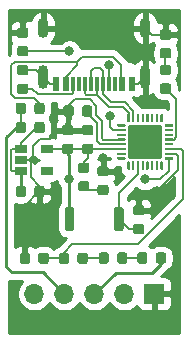
<source format=gbr>
G04 #@! TF.GenerationSoftware,KiCad,Pcbnew,(5.1.5)-3*
G04 #@! TF.CreationDate,2022-01-21T17:51:05-06:00*
G04 #@! TF.ProjectId,test_stand_smd,74657374-5f73-4746-916e-645f736d642e,rev?*
G04 #@! TF.SameCoordinates,Original*
G04 #@! TF.FileFunction,Copper,L1,Top*
G04 #@! TF.FilePolarity,Positive*
%FSLAX46Y46*%
G04 Gerber Fmt 4.6, Leading zero omitted, Abs format (unit mm)*
G04 Created by KiCad (PCBNEW (5.1.5)-3) date 2022-01-21 17:51:05*
%MOMM*%
%LPD*%
G04 APERTURE LIST*
%ADD10C,0.100000*%
%ADD11R,0.600000X1.160000*%
%ADD12R,0.300000X1.160000*%
%ADD13O,0.900000X1.700000*%
%ADD14O,0.900000X2.000000*%
%ADD15O,1.700000X1.700000*%
%ADD16R,1.700000X1.700000*%
%ADD17R,1.060000X0.650000*%
%ADD18C,0.800000*%
%ADD19C,0.200000*%
%ADD20C,0.250000*%
%ADD21C,0.254000*%
G04 APERTURE END LIST*
G04 #@! TA.AperFunction,SMDPad,CuDef*
D10*
G36*
X149578891Y-83332853D02*
G01*
X149600126Y-83336003D01*
X149620950Y-83341219D01*
X149641162Y-83348451D01*
X149660568Y-83357630D01*
X149678981Y-83368666D01*
X149696224Y-83381454D01*
X149712130Y-83395870D01*
X149726546Y-83411776D01*
X149739334Y-83429019D01*
X149750370Y-83447432D01*
X149759549Y-83466838D01*
X149766781Y-83487050D01*
X149771997Y-83507874D01*
X149775147Y-83529109D01*
X149776200Y-83550550D01*
X149776200Y-83988050D01*
X149775147Y-84009491D01*
X149771997Y-84030726D01*
X149766781Y-84051550D01*
X149759549Y-84071762D01*
X149750370Y-84091168D01*
X149739334Y-84109581D01*
X149726546Y-84126824D01*
X149712130Y-84142730D01*
X149696224Y-84157146D01*
X149678981Y-84169934D01*
X149660568Y-84180970D01*
X149641162Y-84190149D01*
X149620950Y-84197381D01*
X149600126Y-84202597D01*
X149578891Y-84205747D01*
X149557450Y-84206800D01*
X149044950Y-84206800D01*
X149023509Y-84205747D01*
X149002274Y-84202597D01*
X148981450Y-84197381D01*
X148961238Y-84190149D01*
X148941832Y-84180970D01*
X148923419Y-84169934D01*
X148906176Y-84157146D01*
X148890270Y-84142730D01*
X148875854Y-84126824D01*
X148863066Y-84109581D01*
X148852030Y-84091168D01*
X148842851Y-84071762D01*
X148835619Y-84051550D01*
X148830403Y-84030726D01*
X148827253Y-84009491D01*
X148826200Y-83988050D01*
X148826200Y-83550550D01*
X148827253Y-83529109D01*
X148830403Y-83507874D01*
X148835619Y-83487050D01*
X148842851Y-83466838D01*
X148852030Y-83447432D01*
X148863066Y-83429019D01*
X148875854Y-83411776D01*
X148890270Y-83395870D01*
X148906176Y-83381454D01*
X148923419Y-83368666D01*
X148941832Y-83357630D01*
X148961238Y-83348451D01*
X148981450Y-83341219D01*
X149002274Y-83336003D01*
X149023509Y-83332853D01*
X149044950Y-83331800D01*
X149557450Y-83331800D01*
X149578891Y-83332853D01*
G37*
G04 #@! TD.AperFunction*
G04 #@! TA.AperFunction,SMDPad,CuDef*
G36*
X149578891Y-81757853D02*
G01*
X149600126Y-81761003D01*
X149620950Y-81766219D01*
X149641162Y-81773451D01*
X149660568Y-81782630D01*
X149678981Y-81793666D01*
X149696224Y-81806454D01*
X149712130Y-81820870D01*
X149726546Y-81836776D01*
X149739334Y-81854019D01*
X149750370Y-81872432D01*
X149759549Y-81891838D01*
X149766781Y-81912050D01*
X149771997Y-81932874D01*
X149775147Y-81954109D01*
X149776200Y-81975550D01*
X149776200Y-82413050D01*
X149775147Y-82434491D01*
X149771997Y-82455726D01*
X149766781Y-82476550D01*
X149759549Y-82496762D01*
X149750370Y-82516168D01*
X149739334Y-82534581D01*
X149726546Y-82551824D01*
X149712130Y-82567730D01*
X149696224Y-82582146D01*
X149678981Y-82594934D01*
X149660568Y-82605970D01*
X149641162Y-82615149D01*
X149620950Y-82622381D01*
X149600126Y-82627597D01*
X149578891Y-82630747D01*
X149557450Y-82631800D01*
X149044950Y-82631800D01*
X149023509Y-82630747D01*
X149002274Y-82627597D01*
X148981450Y-82622381D01*
X148961238Y-82615149D01*
X148941832Y-82605970D01*
X148923419Y-82594934D01*
X148906176Y-82582146D01*
X148890270Y-82567730D01*
X148875854Y-82551824D01*
X148863066Y-82534581D01*
X148852030Y-82516168D01*
X148842851Y-82496762D01*
X148835619Y-82476550D01*
X148830403Y-82455726D01*
X148827253Y-82434491D01*
X148826200Y-82413050D01*
X148826200Y-81975550D01*
X148827253Y-81954109D01*
X148830403Y-81932874D01*
X148835619Y-81912050D01*
X148842851Y-81891838D01*
X148852030Y-81872432D01*
X148863066Y-81854019D01*
X148875854Y-81836776D01*
X148890270Y-81820870D01*
X148906176Y-81806454D01*
X148923419Y-81793666D01*
X148941832Y-81782630D01*
X148961238Y-81773451D01*
X148981450Y-81766219D01*
X149002274Y-81761003D01*
X149023509Y-81757853D01*
X149044950Y-81756800D01*
X149557450Y-81756800D01*
X149578891Y-81757853D01*
G37*
G04 #@! TD.AperFunction*
G04 #@! TA.AperFunction,SMDPad,CuDef*
G36*
X149578891Y-80335653D02*
G01*
X149600126Y-80338803D01*
X149620950Y-80344019D01*
X149641162Y-80351251D01*
X149660568Y-80360430D01*
X149678981Y-80371466D01*
X149696224Y-80384254D01*
X149712130Y-80398670D01*
X149726546Y-80414576D01*
X149739334Y-80431819D01*
X149750370Y-80450232D01*
X149759549Y-80469638D01*
X149766781Y-80489850D01*
X149771997Y-80510674D01*
X149775147Y-80531909D01*
X149776200Y-80553350D01*
X149776200Y-80990850D01*
X149775147Y-81012291D01*
X149771997Y-81033526D01*
X149766781Y-81054350D01*
X149759549Y-81074562D01*
X149750370Y-81093968D01*
X149739334Y-81112381D01*
X149726546Y-81129624D01*
X149712130Y-81145530D01*
X149696224Y-81159946D01*
X149678981Y-81172734D01*
X149660568Y-81183770D01*
X149641162Y-81192949D01*
X149620950Y-81200181D01*
X149600126Y-81205397D01*
X149578891Y-81208547D01*
X149557450Y-81209600D01*
X149044950Y-81209600D01*
X149023509Y-81208547D01*
X149002274Y-81205397D01*
X148981450Y-81200181D01*
X148961238Y-81192949D01*
X148941832Y-81183770D01*
X148923419Y-81172734D01*
X148906176Y-81159946D01*
X148890270Y-81145530D01*
X148875854Y-81129624D01*
X148863066Y-81112381D01*
X148852030Y-81093968D01*
X148842851Y-81074562D01*
X148835619Y-81054350D01*
X148830403Y-81033526D01*
X148827253Y-81012291D01*
X148826200Y-80990850D01*
X148826200Y-80553350D01*
X148827253Y-80531909D01*
X148830403Y-80510674D01*
X148835619Y-80489850D01*
X148842851Y-80469638D01*
X148852030Y-80450232D01*
X148863066Y-80431819D01*
X148875854Y-80414576D01*
X148890270Y-80398670D01*
X148906176Y-80384254D01*
X148923419Y-80371466D01*
X148941832Y-80360430D01*
X148961238Y-80351251D01*
X148981450Y-80344019D01*
X149002274Y-80338803D01*
X149023509Y-80335653D01*
X149044950Y-80334600D01*
X149557450Y-80334600D01*
X149578891Y-80335653D01*
G37*
G04 #@! TD.AperFunction*
G04 #@! TA.AperFunction,SMDPad,CuDef*
G36*
X149578891Y-78760653D02*
G01*
X149600126Y-78763803D01*
X149620950Y-78769019D01*
X149641162Y-78776251D01*
X149660568Y-78785430D01*
X149678981Y-78796466D01*
X149696224Y-78809254D01*
X149712130Y-78823670D01*
X149726546Y-78839576D01*
X149739334Y-78856819D01*
X149750370Y-78875232D01*
X149759549Y-78894638D01*
X149766781Y-78914850D01*
X149771997Y-78935674D01*
X149775147Y-78956909D01*
X149776200Y-78978350D01*
X149776200Y-79415850D01*
X149775147Y-79437291D01*
X149771997Y-79458526D01*
X149766781Y-79479350D01*
X149759549Y-79499562D01*
X149750370Y-79518968D01*
X149739334Y-79537381D01*
X149726546Y-79554624D01*
X149712130Y-79570530D01*
X149696224Y-79584946D01*
X149678981Y-79597734D01*
X149660568Y-79608770D01*
X149641162Y-79617949D01*
X149620950Y-79625181D01*
X149600126Y-79630397D01*
X149578891Y-79633547D01*
X149557450Y-79634600D01*
X149044950Y-79634600D01*
X149023509Y-79633547D01*
X149002274Y-79630397D01*
X148981450Y-79625181D01*
X148961238Y-79617949D01*
X148941832Y-79608770D01*
X148923419Y-79597734D01*
X148906176Y-79584946D01*
X148890270Y-79570530D01*
X148875854Y-79554624D01*
X148863066Y-79537381D01*
X148852030Y-79518968D01*
X148842851Y-79499562D01*
X148835619Y-79479350D01*
X148830403Y-79458526D01*
X148827253Y-79437291D01*
X148826200Y-79415850D01*
X148826200Y-78978350D01*
X148827253Y-78956909D01*
X148830403Y-78935674D01*
X148835619Y-78914850D01*
X148842851Y-78894638D01*
X148852030Y-78875232D01*
X148863066Y-78856819D01*
X148875854Y-78839576D01*
X148890270Y-78823670D01*
X148906176Y-78809254D01*
X148923419Y-78796466D01*
X148941832Y-78785430D01*
X148961238Y-78776251D01*
X148981450Y-78769019D01*
X149002274Y-78763803D01*
X149023509Y-78760653D01*
X149044950Y-78759600D01*
X149557450Y-78759600D01*
X149578891Y-78760653D01*
G37*
G04 #@! TD.AperFunction*
G04 #@! TA.AperFunction,SMDPad,CuDef*
G36*
X142670091Y-91613253D02*
G01*
X142691326Y-91616403D01*
X142712150Y-91621619D01*
X142732362Y-91628851D01*
X142751768Y-91638030D01*
X142770181Y-91649066D01*
X142787424Y-91661854D01*
X142803330Y-91676270D01*
X142817746Y-91692176D01*
X142830534Y-91709419D01*
X142841570Y-91727832D01*
X142850749Y-91747238D01*
X142857981Y-91767450D01*
X142863197Y-91788274D01*
X142866347Y-91809509D01*
X142867400Y-91830950D01*
X142867400Y-92268450D01*
X142866347Y-92289891D01*
X142863197Y-92311126D01*
X142857981Y-92331950D01*
X142850749Y-92352162D01*
X142841570Y-92371568D01*
X142830534Y-92389981D01*
X142817746Y-92407224D01*
X142803330Y-92423130D01*
X142787424Y-92437546D01*
X142770181Y-92450334D01*
X142751768Y-92461370D01*
X142732362Y-92470549D01*
X142712150Y-92477781D01*
X142691326Y-92482997D01*
X142670091Y-92486147D01*
X142648650Y-92487200D01*
X142136150Y-92487200D01*
X142114709Y-92486147D01*
X142093474Y-92482997D01*
X142072650Y-92477781D01*
X142052438Y-92470549D01*
X142033032Y-92461370D01*
X142014619Y-92450334D01*
X141997376Y-92437546D01*
X141981470Y-92423130D01*
X141967054Y-92407224D01*
X141954266Y-92389981D01*
X141943230Y-92371568D01*
X141934051Y-92352162D01*
X141926819Y-92331950D01*
X141921603Y-92311126D01*
X141918453Y-92289891D01*
X141917400Y-92268450D01*
X141917400Y-91830950D01*
X141918453Y-91809509D01*
X141921603Y-91788274D01*
X141926819Y-91767450D01*
X141934051Y-91747238D01*
X141943230Y-91727832D01*
X141954266Y-91709419D01*
X141967054Y-91692176D01*
X141981470Y-91676270D01*
X141997376Y-91661854D01*
X142014619Y-91649066D01*
X142033032Y-91638030D01*
X142052438Y-91628851D01*
X142072650Y-91621619D01*
X142093474Y-91616403D01*
X142114709Y-91613253D01*
X142136150Y-91612200D01*
X142648650Y-91612200D01*
X142670091Y-91613253D01*
G37*
G04 #@! TD.AperFunction*
G04 #@! TA.AperFunction,SMDPad,CuDef*
G36*
X142670091Y-90038253D02*
G01*
X142691326Y-90041403D01*
X142712150Y-90046619D01*
X142732362Y-90053851D01*
X142751768Y-90063030D01*
X142770181Y-90074066D01*
X142787424Y-90086854D01*
X142803330Y-90101270D01*
X142817746Y-90117176D01*
X142830534Y-90134419D01*
X142841570Y-90152832D01*
X142850749Y-90172238D01*
X142857981Y-90192450D01*
X142863197Y-90213274D01*
X142866347Y-90234509D01*
X142867400Y-90255950D01*
X142867400Y-90693450D01*
X142866347Y-90714891D01*
X142863197Y-90736126D01*
X142857981Y-90756950D01*
X142850749Y-90777162D01*
X142841570Y-90796568D01*
X142830534Y-90814981D01*
X142817746Y-90832224D01*
X142803330Y-90848130D01*
X142787424Y-90862546D01*
X142770181Y-90875334D01*
X142751768Y-90886370D01*
X142732362Y-90895549D01*
X142712150Y-90902781D01*
X142691326Y-90907997D01*
X142670091Y-90911147D01*
X142648650Y-90912200D01*
X142136150Y-90912200D01*
X142114709Y-90911147D01*
X142093474Y-90907997D01*
X142072650Y-90902781D01*
X142052438Y-90895549D01*
X142033032Y-90886370D01*
X142014619Y-90875334D01*
X141997376Y-90862546D01*
X141981470Y-90848130D01*
X141967054Y-90832224D01*
X141954266Y-90814981D01*
X141943230Y-90796568D01*
X141934051Y-90777162D01*
X141926819Y-90756950D01*
X141921603Y-90736126D01*
X141918453Y-90714891D01*
X141917400Y-90693450D01*
X141917400Y-90255950D01*
X141918453Y-90234509D01*
X141921603Y-90213274D01*
X141926819Y-90192450D01*
X141934051Y-90172238D01*
X141943230Y-90152832D01*
X141954266Y-90134419D01*
X141967054Y-90117176D01*
X141981470Y-90101270D01*
X141997376Y-90086854D01*
X142014619Y-90074066D01*
X142033032Y-90063030D01*
X142052438Y-90053851D01*
X142072650Y-90046619D01*
X142093474Y-90041403D01*
X142114709Y-90038253D01*
X142136150Y-90037200D01*
X142648650Y-90037200D01*
X142670091Y-90038253D01*
G37*
G04 #@! TD.AperFunction*
G04 #@! TA.AperFunction,SMDPad,CuDef*
G36*
X144295691Y-91918053D02*
G01*
X144316926Y-91921203D01*
X144337750Y-91926419D01*
X144357962Y-91933651D01*
X144377368Y-91942830D01*
X144395781Y-91953866D01*
X144413024Y-91966654D01*
X144428930Y-91981070D01*
X144443346Y-91996976D01*
X144456134Y-92014219D01*
X144467170Y-92032632D01*
X144476349Y-92052038D01*
X144483581Y-92072250D01*
X144488797Y-92093074D01*
X144491947Y-92114309D01*
X144493000Y-92135750D01*
X144493000Y-92573250D01*
X144491947Y-92594691D01*
X144488797Y-92615926D01*
X144483581Y-92636750D01*
X144476349Y-92656962D01*
X144467170Y-92676368D01*
X144456134Y-92694781D01*
X144443346Y-92712024D01*
X144428930Y-92727930D01*
X144413024Y-92742346D01*
X144395781Y-92755134D01*
X144377368Y-92766170D01*
X144357962Y-92775349D01*
X144337750Y-92782581D01*
X144316926Y-92787797D01*
X144295691Y-92790947D01*
X144274250Y-92792000D01*
X143761750Y-92792000D01*
X143740309Y-92790947D01*
X143719074Y-92787797D01*
X143698250Y-92782581D01*
X143678038Y-92775349D01*
X143658632Y-92766170D01*
X143640219Y-92755134D01*
X143622976Y-92742346D01*
X143607070Y-92727930D01*
X143592654Y-92712024D01*
X143579866Y-92694781D01*
X143568830Y-92676368D01*
X143559651Y-92656962D01*
X143552419Y-92636750D01*
X143547203Y-92615926D01*
X143544053Y-92594691D01*
X143543000Y-92573250D01*
X143543000Y-92135750D01*
X143544053Y-92114309D01*
X143547203Y-92093074D01*
X143552419Y-92072250D01*
X143559651Y-92052038D01*
X143568830Y-92032632D01*
X143579866Y-92014219D01*
X143592654Y-91996976D01*
X143607070Y-91981070D01*
X143622976Y-91966654D01*
X143640219Y-91953866D01*
X143658632Y-91942830D01*
X143678038Y-91933651D01*
X143698250Y-91926419D01*
X143719074Y-91921203D01*
X143740309Y-91918053D01*
X143761750Y-91917000D01*
X144274250Y-91917000D01*
X144295691Y-91918053D01*
G37*
G04 #@! TD.AperFunction*
G04 #@! TA.AperFunction,SMDPad,CuDef*
G36*
X144295691Y-90343053D02*
G01*
X144316926Y-90346203D01*
X144337750Y-90351419D01*
X144357962Y-90358651D01*
X144377368Y-90367830D01*
X144395781Y-90378866D01*
X144413024Y-90391654D01*
X144428930Y-90406070D01*
X144443346Y-90421976D01*
X144456134Y-90439219D01*
X144467170Y-90457632D01*
X144476349Y-90477038D01*
X144483581Y-90497250D01*
X144488797Y-90518074D01*
X144491947Y-90539309D01*
X144493000Y-90560750D01*
X144493000Y-90998250D01*
X144491947Y-91019691D01*
X144488797Y-91040926D01*
X144483581Y-91061750D01*
X144476349Y-91081962D01*
X144467170Y-91101368D01*
X144456134Y-91119781D01*
X144443346Y-91137024D01*
X144428930Y-91152930D01*
X144413024Y-91167346D01*
X144395781Y-91180134D01*
X144377368Y-91191170D01*
X144357962Y-91200349D01*
X144337750Y-91207581D01*
X144316926Y-91212797D01*
X144295691Y-91215947D01*
X144274250Y-91217000D01*
X143761750Y-91217000D01*
X143740309Y-91215947D01*
X143719074Y-91212797D01*
X143698250Y-91207581D01*
X143678038Y-91200349D01*
X143658632Y-91191170D01*
X143640219Y-91180134D01*
X143622976Y-91167346D01*
X143607070Y-91152930D01*
X143592654Y-91137024D01*
X143579866Y-91119781D01*
X143568830Y-91101368D01*
X143559651Y-91081962D01*
X143552419Y-91061750D01*
X143547203Y-91040926D01*
X143544053Y-91019691D01*
X143543000Y-90998250D01*
X143543000Y-90560750D01*
X143544053Y-90539309D01*
X143547203Y-90518074D01*
X143552419Y-90497250D01*
X143559651Y-90477038D01*
X143568830Y-90457632D01*
X143579866Y-90439219D01*
X143592654Y-90421976D01*
X143607070Y-90406070D01*
X143622976Y-90391654D01*
X143640219Y-90378866D01*
X143658632Y-90367830D01*
X143678038Y-90358651D01*
X143698250Y-90351419D01*
X143719074Y-90346203D01*
X143740309Y-90343053D01*
X143761750Y-90342000D01*
X144274250Y-90342000D01*
X144295691Y-90343053D01*
G37*
G04 #@! TD.AperFunction*
D11*
X140053460Y-83395200D03*
X140853460Y-83395200D03*
X140053460Y-83395200D03*
X140853460Y-83395200D03*
X146453460Y-83395200D03*
X146453460Y-83395200D03*
X145653460Y-83395200D03*
X145653460Y-83395200D03*
D12*
X141503460Y-83395200D03*
X142503460Y-83395200D03*
X142003460Y-83395200D03*
X144503460Y-83395200D03*
X145003460Y-83395200D03*
X143003460Y-83395200D03*
X143503460Y-83395200D03*
X144003460Y-83395200D03*
D13*
X138933460Y-78645200D03*
X147573460Y-78645200D03*
D14*
X138933460Y-82815200D03*
X147573460Y-82815200D03*
G04 #@! TA.AperFunction,SMDPad,CuDef*
D10*
G36*
X141375603Y-93819163D02*
G01*
X141395018Y-93822043D01*
X141414057Y-93826812D01*
X141432537Y-93833424D01*
X141450279Y-93841816D01*
X141467114Y-93851906D01*
X141482879Y-93863598D01*
X141497421Y-93876779D01*
X141510602Y-93891321D01*
X141522294Y-93907086D01*
X141532384Y-93923921D01*
X141540776Y-93941663D01*
X141547388Y-93960143D01*
X141552157Y-93979182D01*
X141555037Y-93998597D01*
X141556000Y-94018200D01*
X141556000Y-95618200D01*
X141555037Y-95637803D01*
X141552157Y-95657218D01*
X141547388Y-95676257D01*
X141540776Y-95694737D01*
X141532384Y-95712479D01*
X141522294Y-95729314D01*
X141510602Y-95745079D01*
X141497421Y-95759621D01*
X141482879Y-95772802D01*
X141467114Y-95784494D01*
X141450279Y-95794584D01*
X141432537Y-95802976D01*
X141414057Y-95809588D01*
X141395018Y-95814357D01*
X141375603Y-95817237D01*
X141356000Y-95818200D01*
X140956000Y-95818200D01*
X140936397Y-95817237D01*
X140916982Y-95814357D01*
X140897943Y-95809588D01*
X140879463Y-95802976D01*
X140861721Y-95794584D01*
X140844886Y-95784494D01*
X140829121Y-95772802D01*
X140814579Y-95759621D01*
X140801398Y-95745079D01*
X140789706Y-95729314D01*
X140779616Y-95712479D01*
X140771224Y-95694737D01*
X140764612Y-95676257D01*
X140759843Y-95657218D01*
X140756963Y-95637803D01*
X140756000Y-95618200D01*
X140756000Y-94018200D01*
X140756963Y-93998597D01*
X140759843Y-93979182D01*
X140764612Y-93960143D01*
X140771224Y-93941663D01*
X140779616Y-93923921D01*
X140789706Y-93907086D01*
X140801398Y-93891321D01*
X140814579Y-93876779D01*
X140829121Y-93863598D01*
X140844886Y-93851906D01*
X140861721Y-93841816D01*
X140879463Y-93833424D01*
X140897943Y-93826812D01*
X140916982Y-93822043D01*
X140936397Y-93819163D01*
X140956000Y-93818200D01*
X141356000Y-93818200D01*
X141375603Y-93819163D01*
G37*
G04 #@! TD.AperFunction*
G04 #@! TA.AperFunction,SMDPad,CuDef*
G36*
X145575603Y-93819163D02*
G01*
X145595018Y-93822043D01*
X145614057Y-93826812D01*
X145632537Y-93833424D01*
X145650279Y-93841816D01*
X145667114Y-93851906D01*
X145682879Y-93863598D01*
X145697421Y-93876779D01*
X145710602Y-93891321D01*
X145722294Y-93907086D01*
X145732384Y-93923921D01*
X145740776Y-93941663D01*
X145747388Y-93960143D01*
X145752157Y-93979182D01*
X145755037Y-93998597D01*
X145756000Y-94018200D01*
X145756000Y-95618200D01*
X145755037Y-95637803D01*
X145752157Y-95657218D01*
X145747388Y-95676257D01*
X145740776Y-95694737D01*
X145732384Y-95712479D01*
X145722294Y-95729314D01*
X145710602Y-95745079D01*
X145697421Y-95759621D01*
X145682879Y-95772802D01*
X145667114Y-95784494D01*
X145650279Y-95794584D01*
X145632537Y-95802976D01*
X145614057Y-95809588D01*
X145595018Y-95814357D01*
X145575603Y-95817237D01*
X145556000Y-95818200D01*
X145156000Y-95818200D01*
X145136397Y-95817237D01*
X145116982Y-95814357D01*
X145097943Y-95809588D01*
X145079463Y-95802976D01*
X145061721Y-95794584D01*
X145044886Y-95784494D01*
X145029121Y-95772802D01*
X145014579Y-95759621D01*
X145001398Y-95745079D01*
X144989706Y-95729314D01*
X144979616Y-95712479D01*
X144971224Y-95694737D01*
X144964612Y-95676257D01*
X144959843Y-95657218D01*
X144956963Y-95637803D01*
X144956000Y-95618200D01*
X144956000Y-94018200D01*
X144956963Y-93998597D01*
X144959843Y-93979182D01*
X144964612Y-93960143D01*
X144971224Y-93941663D01*
X144979616Y-93923921D01*
X144989706Y-93907086D01*
X145001398Y-93891321D01*
X145014579Y-93876779D01*
X145029121Y-93863598D01*
X145044886Y-93851906D01*
X145061721Y-93841816D01*
X145079463Y-93833424D01*
X145097943Y-93826812D01*
X145116982Y-93822043D01*
X145136397Y-93819163D01*
X145156000Y-93818200D01*
X145556000Y-93818200D01*
X145575603Y-93819163D01*
G37*
G04 #@! TD.AperFunction*
D15*
X138209020Y-101152960D03*
X140749020Y-101152960D03*
X143289020Y-101152960D03*
X145829020Y-101152960D03*
D16*
X148369020Y-101152960D03*
D17*
X139250600Y-88864400D03*
X139250600Y-90764400D03*
X137050600Y-90764400D03*
X137050600Y-89814400D03*
X137050600Y-88864400D03*
G04 #@! TA.AperFunction,SMDPad,CuDef*
D10*
G36*
X148798504Y-86841604D02*
G01*
X148822773Y-86845204D01*
X148846571Y-86851165D01*
X148869671Y-86859430D01*
X148891849Y-86869920D01*
X148912893Y-86882533D01*
X148932598Y-86897147D01*
X148950777Y-86913623D01*
X148967253Y-86931802D01*
X148981867Y-86951507D01*
X148994480Y-86972551D01*
X149004970Y-86994729D01*
X149013235Y-87017829D01*
X149019196Y-87041627D01*
X149022796Y-87065896D01*
X149024000Y-87090400D01*
X149024000Y-89490400D01*
X149022796Y-89514904D01*
X149019196Y-89539173D01*
X149013235Y-89562971D01*
X149004970Y-89586071D01*
X148994480Y-89608249D01*
X148981867Y-89629293D01*
X148967253Y-89648998D01*
X148950777Y-89667177D01*
X148932598Y-89683653D01*
X148912893Y-89698267D01*
X148891849Y-89710880D01*
X148869671Y-89721370D01*
X148846571Y-89729635D01*
X148822773Y-89735596D01*
X148798504Y-89739196D01*
X148774000Y-89740400D01*
X146374000Y-89740400D01*
X146349496Y-89739196D01*
X146325227Y-89735596D01*
X146301429Y-89729635D01*
X146278329Y-89721370D01*
X146256151Y-89710880D01*
X146235107Y-89698267D01*
X146215402Y-89683653D01*
X146197223Y-89667177D01*
X146180747Y-89648998D01*
X146166133Y-89629293D01*
X146153520Y-89608249D01*
X146143030Y-89586071D01*
X146134765Y-89562971D01*
X146128804Y-89539173D01*
X146125204Y-89514904D01*
X146124000Y-89490400D01*
X146124000Y-87090400D01*
X146125204Y-87065896D01*
X146128804Y-87041627D01*
X146134765Y-87017829D01*
X146143030Y-86994729D01*
X146153520Y-86972551D01*
X146166133Y-86951507D01*
X146180747Y-86931802D01*
X146197223Y-86913623D01*
X146215402Y-86897147D01*
X146235107Y-86882533D01*
X146256151Y-86869920D01*
X146278329Y-86859430D01*
X146301429Y-86851165D01*
X146325227Y-86845204D01*
X146349496Y-86841604D01*
X146374000Y-86840400D01*
X148774000Y-86840400D01*
X148798504Y-86841604D01*
G37*
G04 #@! TD.AperFunction*
G04 #@! TA.AperFunction,SMDPad,CuDef*
G36*
X146228901Y-89940641D02*
G01*
X146233755Y-89941361D01*
X146238514Y-89942553D01*
X146243134Y-89944206D01*
X146247570Y-89946304D01*
X146251779Y-89948827D01*
X146255720Y-89951749D01*
X146259355Y-89955045D01*
X146262651Y-89958680D01*
X146265573Y-89962621D01*
X146268096Y-89966830D01*
X146270194Y-89971266D01*
X146271847Y-89975886D01*
X146273039Y-89980645D01*
X146273759Y-89985499D01*
X146274000Y-89990400D01*
X146274000Y-90590400D01*
X146273759Y-90595301D01*
X146273039Y-90600155D01*
X146271847Y-90604914D01*
X146270194Y-90609534D01*
X146268096Y-90613970D01*
X146265573Y-90618179D01*
X146262651Y-90622120D01*
X146259355Y-90625755D01*
X146255720Y-90629051D01*
X146251779Y-90631973D01*
X146247570Y-90634496D01*
X146243134Y-90636594D01*
X146238514Y-90638247D01*
X146233755Y-90639439D01*
X146228901Y-90640159D01*
X146224000Y-90640400D01*
X146124000Y-90640400D01*
X146119099Y-90640159D01*
X146114245Y-90639439D01*
X146109486Y-90638247D01*
X146104866Y-90636594D01*
X146100430Y-90634496D01*
X146096221Y-90631973D01*
X146092280Y-90629051D01*
X146088645Y-90625755D01*
X146085349Y-90622120D01*
X146082427Y-90618179D01*
X146079904Y-90613970D01*
X146077806Y-90609534D01*
X146076153Y-90604914D01*
X146074961Y-90600155D01*
X146074241Y-90595301D01*
X146074000Y-90590400D01*
X146074000Y-89990400D01*
X146074241Y-89985499D01*
X146074961Y-89980645D01*
X146076153Y-89975886D01*
X146077806Y-89971266D01*
X146079904Y-89966830D01*
X146082427Y-89962621D01*
X146085349Y-89958680D01*
X146088645Y-89955045D01*
X146092280Y-89951749D01*
X146096221Y-89948827D01*
X146100430Y-89946304D01*
X146104866Y-89944206D01*
X146109486Y-89942553D01*
X146114245Y-89941361D01*
X146119099Y-89940641D01*
X146124000Y-89940400D01*
X146224000Y-89940400D01*
X146228901Y-89940641D01*
G37*
G04 #@! TD.AperFunction*
G04 #@! TA.AperFunction,SMDPad,CuDef*
G36*
X146628901Y-89940641D02*
G01*
X146633755Y-89941361D01*
X146638514Y-89942553D01*
X146643134Y-89944206D01*
X146647570Y-89946304D01*
X146651779Y-89948827D01*
X146655720Y-89951749D01*
X146659355Y-89955045D01*
X146662651Y-89958680D01*
X146665573Y-89962621D01*
X146668096Y-89966830D01*
X146670194Y-89971266D01*
X146671847Y-89975886D01*
X146673039Y-89980645D01*
X146673759Y-89985499D01*
X146674000Y-89990400D01*
X146674000Y-90590400D01*
X146673759Y-90595301D01*
X146673039Y-90600155D01*
X146671847Y-90604914D01*
X146670194Y-90609534D01*
X146668096Y-90613970D01*
X146665573Y-90618179D01*
X146662651Y-90622120D01*
X146659355Y-90625755D01*
X146655720Y-90629051D01*
X146651779Y-90631973D01*
X146647570Y-90634496D01*
X146643134Y-90636594D01*
X146638514Y-90638247D01*
X146633755Y-90639439D01*
X146628901Y-90640159D01*
X146624000Y-90640400D01*
X146524000Y-90640400D01*
X146519099Y-90640159D01*
X146514245Y-90639439D01*
X146509486Y-90638247D01*
X146504866Y-90636594D01*
X146500430Y-90634496D01*
X146496221Y-90631973D01*
X146492280Y-90629051D01*
X146488645Y-90625755D01*
X146485349Y-90622120D01*
X146482427Y-90618179D01*
X146479904Y-90613970D01*
X146477806Y-90609534D01*
X146476153Y-90604914D01*
X146474961Y-90600155D01*
X146474241Y-90595301D01*
X146474000Y-90590400D01*
X146474000Y-89990400D01*
X146474241Y-89985499D01*
X146474961Y-89980645D01*
X146476153Y-89975886D01*
X146477806Y-89971266D01*
X146479904Y-89966830D01*
X146482427Y-89962621D01*
X146485349Y-89958680D01*
X146488645Y-89955045D01*
X146492280Y-89951749D01*
X146496221Y-89948827D01*
X146500430Y-89946304D01*
X146504866Y-89944206D01*
X146509486Y-89942553D01*
X146514245Y-89941361D01*
X146519099Y-89940641D01*
X146524000Y-89940400D01*
X146624000Y-89940400D01*
X146628901Y-89940641D01*
G37*
G04 #@! TD.AperFunction*
G04 #@! TA.AperFunction,SMDPad,CuDef*
G36*
X147028901Y-89940641D02*
G01*
X147033755Y-89941361D01*
X147038514Y-89942553D01*
X147043134Y-89944206D01*
X147047570Y-89946304D01*
X147051779Y-89948827D01*
X147055720Y-89951749D01*
X147059355Y-89955045D01*
X147062651Y-89958680D01*
X147065573Y-89962621D01*
X147068096Y-89966830D01*
X147070194Y-89971266D01*
X147071847Y-89975886D01*
X147073039Y-89980645D01*
X147073759Y-89985499D01*
X147074000Y-89990400D01*
X147074000Y-90590400D01*
X147073759Y-90595301D01*
X147073039Y-90600155D01*
X147071847Y-90604914D01*
X147070194Y-90609534D01*
X147068096Y-90613970D01*
X147065573Y-90618179D01*
X147062651Y-90622120D01*
X147059355Y-90625755D01*
X147055720Y-90629051D01*
X147051779Y-90631973D01*
X147047570Y-90634496D01*
X147043134Y-90636594D01*
X147038514Y-90638247D01*
X147033755Y-90639439D01*
X147028901Y-90640159D01*
X147024000Y-90640400D01*
X146924000Y-90640400D01*
X146919099Y-90640159D01*
X146914245Y-90639439D01*
X146909486Y-90638247D01*
X146904866Y-90636594D01*
X146900430Y-90634496D01*
X146896221Y-90631973D01*
X146892280Y-90629051D01*
X146888645Y-90625755D01*
X146885349Y-90622120D01*
X146882427Y-90618179D01*
X146879904Y-90613970D01*
X146877806Y-90609534D01*
X146876153Y-90604914D01*
X146874961Y-90600155D01*
X146874241Y-90595301D01*
X146874000Y-90590400D01*
X146874000Y-89990400D01*
X146874241Y-89985499D01*
X146874961Y-89980645D01*
X146876153Y-89975886D01*
X146877806Y-89971266D01*
X146879904Y-89966830D01*
X146882427Y-89962621D01*
X146885349Y-89958680D01*
X146888645Y-89955045D01*
X146892280Y-89951749D01*
X146896221Y-89948827D01*
X146900430Y-89946304D01*
X146904866Y-89944206D01*
X146909486Y-89942553D01*
X146914245Y-89941361D01*
X146919099Y-89940641D01*
X146924000Y-89940400D01*
X147024000Y-89940400D01*
X147028901Y-89940641D01*
G37*
G04 #@! TD.AperFunction*
G04 #@! TA.AperFunction,SMDPad,CuDef*
G36*
X147428901Y-89940641D02*
G01*
X147433755Y-89941361D01*
X147438514Y-89942553D01*
X147443134Y-89944206D01*
X147447570Y-89946304D01*
X147451779Y-89948827D01*
X147455720Y-89951749D01*
X147459355Y-89955045D01*
X147462651Y-89958680D01*
X147465573Y-89962621D01*
X147468096Y-89966830D01*
X147470194Y-89971266D01*
X147471847Y-89975886D01*
X147473039Y-89980645D01*
X147473759Y-89985499D01*
X147474000Y-89990400D01*
X147474000Y-90590400D01*
X147473759Y-90595301D01*
X147473039Y-90600155D01*
X147471847Y-90604914D01*
X147470194Y-90609534D01*
X147468096Y-90613970D01*
X147465573Y-90618179D01*
X147462651Y-90622120D01*
X147459355Y-90625755D01*
X147455720Y-90629051D01*
X147451779Y-90631973D01*
X147447570Y-90634496D01*
X147443134Y-90636594D01*
X147438514Y-90638247D01*
X147433755Y-90639439D01*
X147428901Y-90640159D01*
X147424000Y-90640400D01*
X147324000Y-90640400D01*
X147319099Y-90640159D01*
X147314245Y-90639439D01*
X147309486Y-90638247D01*
X147304866Y-90636594D01*
X147300430Y-90634496D01*
X147296221Y-90631973D01*
X147292280Y-90629051D01*
X147288645Y-90625755D01*
X147285349Y-90622120D01*
X147282427Y-90618179D01*
X147279904Y-90613970D01*
X147277806Y-90609534D01*
X147276153Y-90604914D01*
X147274961Y-90600155D01*
X147274241Y-90595301D01*
X147274000Y-90590400D01*
X147274000Y-89990400D01*
X147274241Y-89985499D01*
X147274961Y-89980645D01*
X147276153Y-89975886D01*
X147277806Y-89971266D01*
X147279904Y-89966830D01*
X147282427Y-89962621D01*
X147285349Y-89958680D01*
X147288645Y-89955045D01*
X147292280Y-89951749D01*
X147296221Y-89948827D01*
X147300430Y-89946304D01*
X147304866Y-89944206D01*
X147309486Y-89942553D01*
X147314245Y-89941361D01*
X147319099Y-89940641D01*
X147324000Y-89940400D01*
X147424000Y-89940400D01*
X147428901Y-89940641D01*
G37*
G04 #@! TD.AperFunction*
G04 #@! TA.AperFunction,SMDPad,CuDef*
G36*
X147828901Y-89940641D02*
G01*
X147833755Y-89941361D01*
X147838514Y-89942553D01*
X147843134Y-89944206D01*
X147847570Y-89946304D01*
X147851779Y-89948827D01*
X147855720Y-89951749D01*
X147859355Y-89955045D01*
X147862651Y-89958680D01*
X147865573Y-89962621D01*
X147868096Y-89966830D01*
X147870194Y-89971266D01*
X147871847Y-89975886D01*
X147873039Y-89980645D01*
X147873759Y-89985499D01*
X147874000Y-89990400D01*
X147874000Y-90590400D01*
X147873759Y-90595301D01*
X147873039Y-90600155D01*
X147871847Y-90604914D01*
X147870194Y-90609534D01*
X147868096Y-90613970D01*
X147865573Y-90618179D01*
X147862651Y-90622120D01*
X147859355Y-90625755D01*
X147855720Y-90629051D01*
X147851779Y-90631973D01*
X147847570Y-90634496D01*
X147843134Y-90636594D01*
X147838514Y-90638247D01*
X147833755Y-90639439D01*
X147828901Y-90640159D01*
X147824000Y-90640400D01*
X147724000Y-90640400D01*
X147719099Y-90640159D01*
X147714245Y-90639439D01*
X147709486Y-90638247D01*
X147704866Y-90636594D01*
X147700430Y-90634496D01*
X147696221Y-90631973D01*
X147692280Y-90629051D01*
X147688645Y-90625755D01*
X147685349Y-90622120D01*
X147682427Y-90618179D01*
X147679904Y-90613970D01*
X147677806Y-90609534D01*
X147676153Y-90604914D01*
X147674961Y-90600155D01*
X147674241Y-90595301D01*
X147674000Y-90590400D01*
X147674000Y-89990400D01*
X147674241Y-89985499D01*
X147674961Y-89980645D01*
X147676153Y-89975886D01*
X147677806Y-89971266D01*
X147679904Y-89966830D01*
X147682427Y-89962621D01*
X147685349Y-89958680D01*
X147688645Y-89955045D01*
X147692280Y-89951749D01*
X147696221Y-89948827D01*
X147700430Y-89946304D01*
X147704866Y-89944206D01*
X147709486Y-89942553D01*
X147714245Y-89941361D01*
X147719099Y-89940641D01*
X147724000Y-89940400D01*
X147824000Y-89940400D01*
X147828901Y-89940641D01*
G37*
G04 #@! TD.AperFunction*
G04 #@! TA.AperFunction,SMDPad,CuDef*
G36*
X148228901Y-89940641D02*
G01*
X148233755Y-89941361D01*
X148238514Y-89942553D01*
X148243134Y-89944206D01*
X148247570Y-89946304D01*
X148251779Y-89948827D01*
X148255720Y-89951749D01*
X148259355Y-89955045D01*
X148262651Y-89958680D01*
X148265573Y-89962621D01*
X148268096Y-89966830D01*
X148270194Y-89971266D01*
X148271847Y-89975886D01*
X148273039Y-89980645D01*
X148273759Y-89985499D01*
X148274000Y-89990400D01*
X148274000Y-90590400D01*
X148273759Y-90595301D01*
X148273039Y-90600155D01*
X148271847Y-90604914D01*
X148270194Y-90609534D01*
X148268096Y-90613970D01*
X148265573Y-90618179D01*
X148262651Y-90622120D01*
X148259355Y-90625755D01*
X148255720Y-90629051D01*
X148251779Y-90631973D01*
X148247570Y-90634496D01*
X148243134Y-90636594D01*
X148238514Y-90638247D01*
X148233755Y-90639439D01*
X148228901Y-90640159D01*
X148224000Y-90640400D01*
X148124000Y-90640400D01*
X148119099Y-90640159D01*
X148114245Y-90639439D01*
X148109486Y-90638247D01*
X148104866Y-90636594D01*
X148100430Y-90634496D01*
X148096221Y-90631973D01*
X148092280Y-90629051D01*
X148088645Y-90625755D01*
X148085349Y-90622120D01*
X148082427Y-90618179D01*
X148079904Y-90613970D01*
X148077806Y-90609534D01*
X148076153Y-90604914D01*
X148074961Y-90600155D01*
X148074241Y-90595301D01*
X148074000Y-90590400D01*
X148074000Y-89990400D01*
X148074241Y-89985499D01*
X148074961Y-89980645D01*
X148076153Y-89975886D01*
X148077806Y-89971266D01*
X148079904Y-89966830D01*
X148082427Y-89962621D01*
X148085349Y-89958680D01*
X148088645Y-89955045D01*
X148092280Y-89951749D01*
X148096221Y-89948827D01*
X148100430Y-89946304D01*
X148104866Y-89944206D01*
X148109486Y-89942553D01*
X148114245Y-89941361D01*
X148119099Y-89940641D01*
X148124000Y-89940400D01*
X148224000Y-89940400D01*
X148228901Y-89940641D01*
G37*
G04 #@! TD.AperFunction*
G04 #@! TA.AperFunction,SMDPad,CuDef*
G36*
X148628901Y-89940641D02*
G01*
X148633755Y-89941361D01*
X148638514Y-89942553D01*
X148643134Y-89944206D01*
X148647570Y-89946304D01*
X148651779Y-89948827D01*
X148655720Y-89951749D01*
X148659355Y-89955045D01*
X148662651Y-89958680D01*
X148665573Y-89962621D01*
X148668096Y-89966830D01*
X148670194Y-89971266D01*
X148671847Y-89975886D01*
X148673039Y-89980645D01*
X148673759Y-89985499D01*
X148674000Y-89990400D01*
X148674000Y-90590400D01*
X148673759Y-90595301D01*
X148673039Y-90600155D01*
X148671847Y-90604914D01*
X148670194Y-90609534D01*
X148668096Y-90613970D01*
X148665573Y-90618179D01*
X148662651Y-90622120D01*
X148659355Y-90625755D01*
X148655720Y-90629051D01*
X148651779Y-90631973D01*
X148647570Y-90634496D01*
X148643134Y-90636594D01*
X148638514Y-90638247D01*
X148633755Y-90639439D01*
X148628901Y-90640159D01*
X148624000Y-90640400D01*
X148524000Y-90640400D01*
X148519099Y-90640159D01*
X148514245Y-90639439D01*
X148509486Y-90638247D01*
X148504866Y-90636594D01*
X148500430Y-90634496D01*
X148496221Y-90631973D01*
X148492280Y-90629051D01*
X148488645Y-90625755D01*
X148485349Y-90622120D01*
X148482427Y-90618179D01*
X148479904Y-90613970D01*
X148477806Y-90609534D01*
X148476153Y-90604914D01*
X148474961Y-90600155D01*
X148474241Y-90595301D01*
X148474000Y-90590400D01*
X148474000Y-89990400D01*
X148474241Y-89985499D01*
X148474961Y-89980645D01*
X148476153Y-89975886D01*
X148477806Y-89971266D01*
X148479904Y-89966830D01*
X148482427Y-89962621D01*
X148485349Y-89958680D01*
X148488645Y-89955045D01*
X148492280Y-89951749D01*
X148496221Y-89948827D01*
X148500430Y-89946304D01*
X148504866Y-89944206D01*
X148509486Y-89942553D01*
X148514245Y-89941361D01*
X148519099Y-89940641D01*
X148524000Y-89940400D01*
X148624000Y-89940400D01*
X148628901Y-89940641D01*
G37*
G04 #@! TD.AperFunction*
G04 #@! TA.AperFunction,SMDPad,CuDef*
G36*
X149028901Y-89940641D02*
G01*
X149033755Y-89941361D01*
X149038514Y-89942553D01*
X149043134Y-89944206D01*
X149047570Y-89946304D01*
X149051779Y-89948827D01*
X149055720Y-89951749D01*
X149059355Y-89955045D01*
X149062651Y-89958680D01*
X149065573Y-89962621D01*
X149068096Y-89966830D01*
X149070194Y-89971266D01*
X149071847Y-89975886D01*
X149073039Y-89980645D01*
X149073759Y-89985499D01*
X149074000Y-89990400D01*
X149074000Y-90590400D01*
X149073759Y-90595301D01*
X149073039Y-90600155D01*
X149071847Y-90604914D01*
X149070194Y-90609534D01*
X149068096Y-90613970D01*
X149065573Y-90618179D01*
X149062651Y-90622120D01*
X149059355Y-90625755D01*
X149055720Y-90629051D01*
X149051779Y-90631973D01*
X149047570Y-90634496D01*
X149043134Y-90636594D01*
X149038514Y-90638247D01*
X149033755Y-90639439D01*
X149028901Y-90640159D01*
X149024000Y-90640400D01*
X148924000Y-90640400D01*
X148919099Y-90640159D01*
X148914245Y-90639439D01*
X148909486Y-90638247D01*
X148904866Y-90636594D01*
X148900430Y-90634496D01*
X148896221Y-90631973D01*
X148892280Y-90629051D01*
X148888645Y-90625755D01*
X148885349Y-90622120D01*
X148882427Y-90618179D01*
X148879904Y-90613970D01*
X148877806Y-90609534D01*
X148876153Y-90604914D01*
X148874961Y-90600155D01*
X148874241Y-90595301D01*
X148874000Y-90590400D01*
X148874000Y-89990400D01*
X148874241Y-89985499D01*
X148874961Y-89980645D01*
X148876153Y-89975886D01*
X148877806Y-89971266D01*
X148879904Y-89966830D01*
X148882427Y-89962621D01*
X148885349Y-89958680D01*
X148888645Y-89955045D01*
X148892280Y-89951749D01*
X148896221Y-89948827D01*
X148900430Y-89946304D01*
X148904866Y-89944206D01*
X148909486Y-89942553D01*
X148914245Y-89941361D01*
X148919099Y-89940641D01*
X148924000Y-89940400D01*
X149024000Y-89940400D01*
X149028901Y-89940641D01*
G37*
G04 #@! TD.AperFunction*
G04 #@! TA.AperFunction,SMDPad,CuDef*
G36*
X149878901Y-89590641D02*
G01*
X149883755Y-89591361D01*
X149888514Y-89592553D01*
X149893134Y-89594206D01*
X149897570Y-89596304D01*
X149901779Y-89598827D01*
X149905720Y-89601749D01*
X149909355Y-89605045D01*
X149912651Y-89608680D01*
X149915573Y-89612621D01*
X149918096Y-89616830D01*
X149920194Y-89621266D01*
X149921847Y-89625886D01*
X149923039Y-89630645D01*
X149923759Y-89635499D01*
X149924000Y-89640400D01*
X149924000Y-89740400D01*
X149923759Y-89745301D01*
X149923039Y-89750155D01*
X149921847Y-89754914D01*
X149920194Y-89759534D01*
X149918096Y-89763970D01*
X149915573Y-89768179D01*
X149912651Y-89772120D01*
X149909355Y-89775755D01*
X149905720Y-89779051D01*
X149901779Y-89781973D01*
X149897570Y-89784496D01*
X149893134Y-89786594D01*
X149888514Y-89788247D01*
X149883755Y-89789439D01*
X149878901Y-89790159D01*
X149874000Y-89790400D01*
X149274000Y-89790400D01*
X149269099Y-89790159D01*
X149264245Y-89789439D01*
X149259486Y-89788247D01*
X149254866Y-89786594D01*
X149250430Y-89784496D01*
X149246221Y-89781973D01*
X149242280Y-89779051D01*
X149238645Y-89775755D01*
X149235349Y-89772120D01*
X149232427Y-89768179D01*
X149229904Y-89763970D01*
X149227806Y-89759534D01*
X149226153Y-89754914D01*
X149224961Y-89750155D01*
X149224241Y-89745301D01*
X149224000Y-89740400D01*
X149224000Y-89640400D01*
X149224241Y-89635499D01*
X149224961Y-89630645D01*
X149226153Y-89625886D01*
X149227806Y-89621266D01*
X149229904Y-89616830D01*
X149232427Y-89612621D01*
X149235349Y-89608680D01*
X149238645Y-89605045D01*
X149242280Y-89601749D01*
X149246221Y-89598827D01*
X149250430Y-89596304D01*
X149254866Y-89594206D01*
X149259486Y-89592553D01*
X149264245Y-89591361D01*
X149269099Y-89590641D01*
X149274000Y-89590400D01*
X149874000Y-89590400D01*
X149878901Y-89590641D01*
G37*
G04 #@! TD.AperFunction*
G04 #@! TA.AperFunction,SMDPad,CuDef*
G36*
X149878901Y-89190641D02*
G01*
X149883755Y-89191361D01*
X149888514Y-89192553D01*
X149893134Y-89194206D01*
X149897570Y-89196304D01*
X149901779Y-89198827D01*
X149905720Y-89201749D01*
X149909355Y-89205045D01*
X149912651Y-89208680D01*
X149915573Y-89212621D01*
X149918096Y-89216830D01*
X149920194Y-89221266D01*
X149921847Y-89225886D01*
X149923039Y-89230645D01*
X149923759Y-89235499D01*
X149924000Y-89240400D01*
X149924000Y-89340400D01*
X149923759Y-89345301D01*
X149923039Y-89350155D01*
X149921847Y-89354914D01*
X149920194Y-89359534D01*
X149918096Y-89363970D01*
X149915573Y-89368179D01*
X149912651Y-89372120D01*
X149909355Y-89375755D01*
X149905720Y-89379051D01*
X149901779Y-89381973D01*
X149897570Y-89384496D01*
X149893134Y-89386594D01*
X149888514Y-89388247D01*
X149883755Y-89389439D01*
X149878901Y-89390159D01*
X149874000Y-89390400D01*
X149274000Y-89390400D01*
X149269099Y-89390159D01*
X149264245Y-89389439D01*
X149259486Y-89388247D01*
X149254866Y-89386594D01*
X149250430Y-89384496D01*
X149246221Y-89381973D01*
X149242280Y-89379051D01*
X149238645Y-89375755D01*
X149235349Y-89372120D01*
X149232427Y-89368179D01*
X149229904Y-89363970D01*
X149227806Y-89359534D01*
X149226153Y-89354914D01*
X149224961Y-89350155D01*
X149224241Y-89345301D01*
X149224000Y-89340400D01*
X149224000Y-89240400D01*
X149224241Y-89235499D01*
X149224961Y-89230645D01*
X149226153Y-89225886D01*
X149227806Y-89221266D01*
X149229904Y-89216830D01*
X149232427Y-89212621D01*
X149235349Y-89208680D01*
X149238645Y-89205045D01*
X149242280Y-89201749D01*
X149246221Y-89198827D01*
X149250430Y-89196304D01*
X149254866Y-89194206D01*
X149259486Y-89192553D01*
X149264245Y-89191361D01*
X149269099Y-89190641D01*
X149274000Y-89190400D01*
X149874000Y-89190400D01*
X149878901Y-89190641D01*
G37*
G04 #@! TD.AperFunction*
G04 #@! TA.AperFunction,SMDPad,CuDef*
G36*
X149878901Y-88790641D02*
G01*
X149883755Y-88791361D01*
X149888514Y-88792553D01*
X149893134Y-88794206D01*
X149897570Y-88796304D01*
X149901779Y-88798827D01*
X149905720Y-88801749D01*
X149909355Y-88805045D01*
X149912651Y-88808680D01*
X149915573Y-88812621D01*
X149918096Y-88816830D01*
X149920194Y-88821266D01*
X149921847Y-88825886D01*
X149923039Y-88830645D01*
X149923759Y-88835499D01*
X149924000Y-88840400D01*
X149924000Y-88940400D01*
X149923759Y-88945301D01*
X149923039Y-88950155D01*
X149921847Y-88954914D01*
X149920194Y-88959534D01*
X149918096Y-88963970D01*
X149915573Y-88968179D01*
X149912651Y-88972120D01*
X149909355Y-88975755D01*
X149905720Y-88979051D01*
X149901779Y-88981973D01*
X149897570Y-88984496D01*
X149893134Y-88986594D01*
X149888514Y-88988247D01*
X149883755Y-88989439D01*
X149878901Y-88990159D01*
X149874000Y-88990400D01*
X149274000Y-88990400D01*
X149269099Y-88990159D01*
X149264245Y-88989439D01*
X149259486Y-88988247D01*
X149254866Y-88986594D01*
X149250430Y-88984496D01*
X149246221Y-88981973D01*
X149242280Y-88979051D01*
X149238645Y-88975755D01*
X149235349Y-88972120D01*
X149232427Y-88968179D01*
X149229904Y-88963970D01*
X149227806Y-88959534D01*
X149226153Y-88954914D01*
X149224961Y-88950155D01*
X149224241Y-88945301D01*
X149224000Y-88940400D01*
X149224000Y-88840400D01*
X149224241Y-88835499D01*
X149224961Y-88830645D01*
X149226153Y-88825886D01*
X149227806Y-88821266D01*
X149229904Y-88816830D01*
X149232427Y-88812621D01*
X149235349Y-88808680D01*
X149238645Y-88805045D01*
X149242280Y-88801749D01*
X149246221Y-88798827D01*
X149250430Y-88796304D01*
X149254866Y-88794206D01*
X149259486Y-88792553D01*
X149264245Y-88791361D01*
X149269099Y-88790641D01*
X149274000Y-88790400D01*
X149874000Y-88790400D01*
X149878901Y-88790641D01*
G37*
G04 #@! TD.AperFunction*
G04 #@! TA.AperFunction,SMDPad,CuDef*
G36*
X149878901Y-88390641D02*
G01*
X149883755Y-88391361D01*
X149888514Y-88392553D01*
X149893134Y-88394206D01*
X149897570Y-88396304D01*
X149901779Y-88398827D01*
X149905720Y-88401749D01*
X149909355Y-88405045D01*
X149912651Y-88408680D01*
X149915573Y-88412621D01*
X149918096Y-88416830D01*
X149920194Y-88421266D01*
X149921847Y-88425886D01*
X149923039Y-88430645D01*
X149923759Y-88435499D01*
X149924000Y-88440400D01*
X149924000Y-88540400D01*
X149923759Y-88545301D01*
X149923039Y-88550155D01*
X149921847Y-88554914D01*
X149920194Y-88559534D01*
X149918096Y-88563970D01*
X149915573Y-88568179D01*
X149912651Y-88572120D01*
X149909355Y-88575755D01*
X149905720Y-88579051D01*
X149901779Y-88581973D01*
X149897570Y-88584496D01*
X149893134Y-88586594D01*
X149888514Y-88588247D01*
X149883755Y-88589439D01*
X149878901Y-88590159D01*
X149874000Y-88590400D01*
X149274000Y-88590400D01*
X149269099Y-88590159D01*
X149264245Y-88589439D01*
X149259486Y-88588247D01*
X149254866Y-88586594D01*
X149250430Y-88584496D01*
X149246221Y-88581973D01*
X149242280Y-88579051D01*
X149238645Y-88575755D01*
X149235349Y-88572120D01*
X149232427Y-88568179D01*
X149229904Y-88563970D01*
X149227806Y-88559534D01*
X149226153Y-88554914D01*
X149224961Y-88550155D01*
X149224241Y-88545301D01*
X149224000Y-88540400D01*
X149224000Y-88440400D01*
X149224241Y-88435499D01*
X149224961Y-88430645D01*
X149226153Y-88425886D01*
X149227806Y-88421266D01*
X149229904Y-88416830D01*
X149232427Y-88412621D01*
X149235349Y-88408680D01*
X149238645Y-88405045D01*
X149242280Y-88401749D01*
X149246221Y-88398827D01*
X149250430Y-88396304D01*
X149254866Y-88394206D01*
X149259486Y-88392553D01*
X149264245Y-88391361D01*
X149269099Y-88390641D01*
X149274000Y-88390400D01*
X149874000Y-88390400D01*
X149878901Y-88390641D01*
G37*
G04 #@! TD.AperFunction*
G04 #@! TA.AperFunction,SMDPad,CuDef*
G36*
X149878901Y-87990641D02*
G01*
X149883755Y-87991361D01*
X149888514Y-87992553D01*
X149893134Y-87994206D01*
X149897570Y-87996304D01*
X149901779Y-87998827D01*
X149905720Y-88001749D01*
X149909355Y-88005045D01*
X149912651Y-88008680D01*
X149915573Y-88012621D01*
X149918096Y-88016830D01*
X149920194Y-88021266D01*
X149921847Y-88025886D01*
X149923039Y-88030645D01*
X149923759Y-88035499D01*
X149924000Y-88040400D01*
X149924000Y-88140400D01*
X149923759Y-88145301D01*
X149923039Y-88150155D01*
X149921847Y-88154914D01*
X149920194Y-88159534D01*
X149918096Y-88163970D01*
X149915573Y-88168179D01*
X149912651Y-88172120D01*
X149909355Y-88175755D01*
X149905720Y-88179051D01*
X149901779Y-88181973D01*
X149897570Y-88184496D01*
X149893134Y-88186594D01*
X149888514Y-88188247D01*
X149883755Y-88189439D01*
X149878901Y-88190159D01*
X149874000Y-88190400D01*
X149274000Y-88190400D01*
X149269099Y-88190159D01*
X149264245Y-88189439D01*
X149259486Y-88188247D01*
X149254866Y-88186594D01*
X149250430Y-88184496D01*
X149246221Y-88181973D01*
X149242280Y-88179051D01*
X149238645Y-88175755D01*
X149235349Y-88172120D01*
X149232427Y-88168179D01*
X149229904Y-88163970D01*
X149227806Y-88159534D01*
X149226153Y-88154914D01*
X149224961Y-88150155D01*
X149224241Y-88145301D01*
X149224000Y-88140400D01*
X149224000Y-88040400D01*
X149224241Y-88035499D01*
X149224961Y-88030645D01*
X149226153Y-88025886D01*
X149227806Y-88021266D01*
X149229904Y-88016830D01*
X149232427Y-88012621D01*
X149235349Y-88008680D01*
X149238645Y-88005045D01*
X149242280Y-88001749D01*
X149246221Y-87998827D01*
X149250430Y-87996304D01*
X149254866Y-87994206D01*
X149259486Y-87992553D01*
X149264245Y-87991361D01*
X149269099Y-87990641D01*
X149274000Y-87990400D01*
X149874000Y-87990400D01*
X149878901Y-87990641D01*
G37*
G04 #@! TD.AperFunction*
G04 #@! TA.AperFunction,SMDPad,CuDef*
G36*
X149878901Y-87590641D02*
G01*
X149883755Y-87591361D01*
X149888514Y-87592553D01*
X149893134Y-87594206D01*
X149897570Y-87596304D01*
X149901779Y-87598827D01*
X149905720Y-87601749D01*
X149909355Y-87605045D01*
X149912651Y-87608680D01*
X149915573Y-87612621D01*
X149918096Y-87616830D01*
X149920194Y-87621266D01*
X149921847Y-87625886D01*
X149923039Y-87630645D01*
X149923759Y-87635499D01*
X149924000Y-87640400D01*
X149924000Y-87740400D01*
X149923759Y-87745301D01*
X149923039Y-87750155D01*
X149921847Y-87754914D01*
X149920194Y-87759534D01*
X149918096Y-87763970D01*
X149915573Y-87768179D01*
X149912651Y-87772120D01*
X149909355Y-87775755D01*
X149905720Y-87779051D01*
X149901779Y-87781973D01*
X149897570Y-87784496D01*
X149893134Y-87786594D01*
X149888514Y-87788247D01*
X149883755Y-87789439D01*
X149878901Y-87790159D01*
X149874000Y-87790400D01*
X149274000Y-87790400D01*
X149269099Y-87790159D01*
X149264245Y-87789439D01*
X149259486Y-87788247D01*
X149254866Y-87786594D01*
X149250430Y-87784496D01*
X149246221Y-87781973D01*
X149242280Y-87779051D01*
X149238645Y-87775755D01*
X149235349Y-87772120D01*
X149232427Y-87768179D01*
X149229904Y-87763970D01*
X149227806Y-87759534D01*
X149226153Y-87754914D01*
X149224961Y-87750155D01*
X149224241Y-87745301D01*
X149224000Y-87740400D01*
X149224000Y-87640400D01*
X149224241Y-87635499D01*
X149224961Y-87630645D01*
X149226153Y-87625886D01*
X149227806Y-87621266D01*
X149229904Y-87616830D01*
X149232427Y-87612621D01*
X149235349Y-87608680D01*
X149238645Y-87605045D01*
X149242280Y-87601749D01*
X149246221Y-87598827D01*
X149250430Y-87596304D01*
X149254866Y-87594206D01*
X149259486Y-87592553D01*
X149264245Y-87591361D01*
X149269099Y-87590641D01*
X149274000Y-87590400D01*
X149874000Y-87590400D01*
X149878901Y-87590641D01*
G37*
G04 #@! TD.AperFunction*
G04 #@! TA.AperFunction,SMDPad,CuDef*
G36*
X149878901Y-87190641D02*
G01*
X149883755Y-87191361D01*
X149888514Y-87192553D01*
X149893134Y-87194206D01*
X149897570Y-87196304D01*
X149901779Y-87198827D01*
X149905720Y-87201749D01*
X149909355Y-87205045D01*
X149912651Y-87208680D01*
X149915573Y-87212621D01*
X149918096Y-87216830D01*
X149920194Y-87221266D01*
X149921847Y-87225886D01*
X149923039Y-87230645D01*
X149923759Y-87235499D01*
X149924000Y-87240400D01*
X149924000Y-87340400D01*
X149923759Y-87345301D01*
X149923039Y-87350155D01*
X149921847Y-87354914D01*
X149920194Y-87359534D01*
X149918096Y-87363970D01*
X149915573Y-87368179D01*
X149912651Y-87372120D01*
X149909355Y-87375755D01*
X149905720Y-87379051D01*
X149901779Y-87381973D01*
X149897570Y-87384496D01*
X149893134Y-87386594D01*
X149888514Y-87388247D01*
X149883755Y-87389439D01*
X149878901Y-87390159D01*
X149874000Y-87390400D01*
X149274000Y-87390400D01*
X149269099Y-87390159D01*
X149264245Y-87389439D01*
X149259486Y-87388247D01*
X149254866Y-87386594D01*
X149250430Y-87384496D01*
X149246221Y-87381973D01*
X149242280Y-87379051D01*
X149238645Y-87375755D01*
X149235349Y-87372120D01*
X149232427Y-87368179D01*
X149229904Y-87363970D01*
X149227806Y-87359534D01*
X149226153Y-87354914D01*
X149224961Y-87350155D01*
X149224241Y-87345301D01*
X149224000Y-87340400D01*
X149224000Y-87240400D01*
X149224241Y-87235499D01*
X149224961Y-87230645D01*
X149226153Y-87225886D01*
X149227806Y-87221266D01*
X149229904Y-87216830D01*
X149232427Y-87212621D01*
X149235349Y-87208680D01*
X149238645Y-87205045D01*
X149242280Y-87201749D01*
X149246221Y-87198827D01*
X149250430Y-87196304D01*
X149254866Y-87194206D01*
X149259486Y-87192553D01*
X149264245Y-87191361D01*
X149269099Y-87190641D01*
X149274000Y-87190400D01*
X149874000Y-87190400D01*
X149878901Y-87190641D01*
G37*
G04 #@! TD.AperFunction*
G04 #@! TA.AperFunction,SMDPad,CuDef*
G36*
X149878901Y-86790641D02*
G01*
X149883755Y-86791361D01*
X149888514Y-86792553D01*
X149893134Y-86794206D01*
X149897570Y-86796304D01*
X149901779Y-86798827D01*
X149905720Y-86801749D01*
X149909355Y-86805045D01*
X149912651Y-86808680D01*
X149915573Y-86812621D01*
X149918096Y-86816830D01*
X149920194Y-86821266D01*
X149921847Y-86825886D01*
X149923039Y-86830645D01*
X149923759Y-86835499D01*
X149924000Y-86840400D01*
X149924000Y-86940400D01*
X149923759Y-86945301D01*
X149923039Y-86950155D01*
X149921847Y-86954914D01*
X149920194Y-86959534D01*
X149918096Y-86963970D01*
X149915573Y-86968179D01*
X149912651Y-86972120D01*
X149909355Y-86975755D01*
X149905720Y-86979051D01*
X149901779Y-86981973D01*
X149897570Y-86984496D01*
X149893134Y-86986594D01*
X149888514Y-86988247D01*
X149883755Y-86989439D01*
X149878901Y-86990159D01*
X149874000Y-86990400D01*
X149274000Y-86990400D01*
X149269099Y-86990159D01*
X149264245Y-86989439D01*
X149259486Y-86988247D01*
X149254866Y-86986594D01*
X149250430Y-86984496D01*
X149246221Y-86981973D01*
X149242280Y-86979051D01*
X149238645Y-86975755D01*
X149235349Y-86972120D01*
X149232427Y-86968179D01*
X149229904Y-86963970D01*
X149227806Y-86959534D01*
X149226153Y-86954914D01*
X149224961Y-86950155D01*
X149224241Y-86945301D01*
X149224000Y-86940400D01*
X149224000Y-86840400D01*
X149224241Y-86835499D01*
X149224961Y-86830645D01*
X149226153Y-86825886D01*
X149227806Y-86821266D01*
X149229904Y-86816830D01*
X149232427Y-86812621D01*
X149235349Y-86808680D01*
X149238645Y-86805045D01*
X149242280Y-86801749D01*
X149246221Y-86798827D01*
X149250430Y-86796304D01*
X149254866Y-86794206D01*
X149259486Y-86792553D01*
X149264245Y-86791361D01*
X149269099Y-86790641D01*
X149274000Y-86790400D01*
X149874000Y-86790400D01*
X149878901Y-86790641D01*
G37*
G04 #@! TD.AperFunction*
G04 #@! TA.AperFunction,SMDPad,CuDef*
G36*
X149028901Y-85940641D02*
G01*
X149033755Y-85941361D01*
X149038514Y-85942553D01*
X149043134Y-85944206D01*
X149047570Y-85946304D01*
X149051779Y-85948827D01*
X149055720Y-85951749D01*
X149059355Y-85955045D01*
X149062651Y-85958680D01*
X149065573Y-85962621D01*
X149068096Y-85966830D01*
X149070194Y-85971266D01*
X149071847Y-85975886D01*
X149073039Y-85980645D01*
X149073759Y-85985499D01*
X149074000Y-85990400D01*
X149074000Y-86590400D01*
X149073759Y-86595301D01*
X149073039Y-86600155D01*
X149071847Y-86604914D01*
X149070194Y-86609534D01*
X149068096Y-86613970D01*
X149065573Y-86618179D01*
X149062651Y-86622120D01*
X149059355Y-86625755D01*
X149055720Y-86629051D01*
X149051779Y-86631973D01*
X149047570Y-86634496D01*
X149043134Y-86636594D01*
X149038514Y-86638247D01*
X149033755Y-86639439D01*
X149028901Y-86640159D01*
X149024000Y-86640400D01*
X148924000Y-86640400D01*
X148919099Y-86640159D01*
X148914245Y-86639439D01*
X148909486Y-86638247D01*
X148904866Y-86636594D01*
X148900430Y-86634496D01*
X148896221Y-86631973D01*
X148892280Y-86629051D01*
X148888645Y-86625755D01*
X148885349Y-86622120D01*
X148882427Y-86618179D01*
X148879904Y-86613970D01*
X148877806Y-86609534D01*
X148876153Y-86604914D01*
X148874961Y-86600155D01*
X148874241Y-86595301D01*
X148874000Y-86590400D01*
X148874000Y-85990400D01*
X148874241Y-85985499D01*
X148874961Y-85980645D01*
X148876153Y-85975886D01*
X148877806Y-85971266D01*
X148879904Y-85966830D01*
X148882427Y-85962621D01*
X148885349Y-85958680D01*
X148888645Y-85955045D01*
X148892280Y-85951749D01*
X148896221Y-85948827D01*
X148900430Y-85946304D01*
X148904866Y-85944206D01*
X148909486Y-85942553D01*
X148914245Y-85941361D01*
X148919099Y-85940641D01*
X148924000Y-85940400D01*
X149024000Y-85940400D01*
X149028901Y-85940641D01*
G37*
G04 #@! TD.AperFunction*
G04 #@! TA.AperFunction,SMDPad,CuDef*
G36*
X148628901Y-85940641D02*
G01*
X148633755Y-85941361D01*
X148638514Y-85942553D01*
X148643134Y-85944206D01*
X148647570Y-85946304D01*
X148651779Y-85948827D01*
X148655720Y-85951749D01*
X148659355Y-85955045D01*
X148662651Y-85958680D01*
X148665573Y-85962621D01*
X148668096Y-85966830D01*
X148670194Y-85971266D01*
X148671847Y-85975886D01*
X148673039Y-85980645D01*
X148673759Y-85985499D01*
X148674000Y-85990400D01*
X148674000Y-86590400D01*
X148673759Y-86595301D01*
X148673039Y-86600155D01*
X148671847Y-86604914D01*
X148670194Y-86609534D01*
X148668096Y-86613970D01*
X148665573Y-86618179D01*
X148662651Y-86622120D01*
X148659355Y-86625755D01*
X148655720Y-86629051D01*
X148651779Y-86631973D01*
X148647570Y-86634496D01*
X148643134Y-86636594D01*
X148638514Y-86638247D01*
X148633755Y-86639439D01*
X148628901Y-86640159D01*
X148624000Y-86640400D01*
X148524000Y-86640400D01*
X148519099Y-86640159D01*
X148514245Y-86639439D01*
X148509486Y-86638247D01*
X148504866Y-86636594D01*
X148500430Y-86634496D01*
X148496221Y-86631973D01*
X148492280Y-86629051D01*
X148488645Y-86625755D01*
X148485349Y-86622120D01*
X148482427Y-86618179D01*
X148479904Y-86613970D01*
X148477806Y-86609534D01*
X148476153Y-86604914D01*
X148474961Y-86600155D01*
X148474241Y-86595301D01*
X148474000Y-86590400D01*
X148474000Y-85990400D01*
X148474241Y-85985499D01*
X148474961Y-85980645D01*
X148476153Y-85975886D01*
X148477806Y-85971266D01*
X148479904Y-85966830D01*
X148482427Y-85962621D01*
X148485349Y-85958680D01*
X148488645Y-85955045D01*
X148492280Y-85951749D01*
X148496221Y-85948827D01*
X148500430Y-85946304D01*
X148504866Y-85944206D01*
X148509486Y-85942553D01*
X148514245Y-85941361D01*
X148519099Y-85940641D01*
X148524000Y-85940400D01*
X148624000Y-85940400D01*
X148628901Y-85940641D01*
G37*
G04 #@! TD.AperFunction*
G04 #@! TA.AperFunction,SMDPad,CuDef*
G36*
X148228901Y-85940641D02*
G01*
X148233755Y-85941361D01*
X148238514Y-85942553D01*
X148243134Y-85944206D01*
X148247570Y-85946304D01*
X148251779Y-85948827D01*
X148255720Y-85951749D01*
X148259355Y-85955045D01*
X148262651Y-85958680D01*
X148265573Y-85962621D01*
X148268096Y-85966830D01*
X148270194Y-85971266D01*
X148271847Y-85975886D01*
X148273039Y-85980645D01*
X148273759Y-85985499D01*
X148274000Y-85990400D01*
X148274000Y-86590400D01*
X148273759Y-86595301D01*
X148273039Y-86600155D01*
X148271847Y-86604914D01*
X148270194Y-86609534D01*
X148268096Y-86613970D01*
X148265573Y-86618179D01*
X148262651Y-86622120D01*
X148259355Y-86625755D01*
X148255720Y-86629051D01*
X148251779Y-86631973D01*
X148247570Y-86634496D01*
X148243134Y-86636594D01*
X148238514Y-86638247D01*
X148233755Y-86639439D01*
X148228901Y-86640159D01*
X148224000Y-86640400D01*
X148124000Y-86640400D01*
X148119099Y-86640159D01*
X148114245Y-86639439D01*
X148109486Y-86638247D01*
X148104866Y-86636594D01*
X148100430Y-86634496D01*
X148096221Y-86631973D01*
X148092280Y-86629051D01*
X148088645Y-86625755D01*
X148085349Y-86622120D01*
X148082427Y-86618179D01*
X148079904Y-86613970D01*
X148077806Y-86609534D01*
X148076153Y-86604914D01*
X148074961Y-86600155D01*
X148074241Y-86595301D01*
X148074000Y-86590400D01*
X148074000Y-85990400D01*
X148074241Y-85985499D01*
X148074961Y-85980645D01*
X148076153Y-85975886D01*
X148077806Y-85971266D01*
X148079904Y-85966830D01*
X148082427Y-85962621D01*
X148085349Y-85958680D01*
X148088645Y-85955045D01*
X148092280Y-85951749D01*
X148096221Y-85948827D01*
X148100430Y-85946304D01*
X148104866Y-85944206D01*
X148109486Y-85942553D01*
X148114245Y-85941361D01*
X148119099Y-85940641D01*
X148124000Y-85940400D01*
X148224000Y-85940400D01*
X148228901Y-85940641D01*
G37*
G04 #@! TD.AperFunction*
G04 #@! TA.AperFunction,SMDPad,CuDef*
G36*
X147828901Y-85940641D02*
G01*
X147833755Y-85941361D01*
X147838514Y-85942553D01*
X147843134Y-85944206D01*
X147847570Y-85946304D01*
X147851779Y-85948827D01*
X147855720Y-85951749D01*
X147859355Y-85955045D01*
X147862651Y-85958680D01*
X147865573Y-85962621D01*
X147868096Y-85966830D01*
X147870194Y-85971266D01*
X147871847Y-85975886D01*
X147873039Y-85980645D01*
X147873759Y-85985499D01*
X147874000Y-85990400D01*
X147874000Y-86590400D01*
X147873759Y-86595301D01*
X147873039Y-86600155D01*
X147871847Y-86604914D01*
X147870194Y-86609534D01*
X147868096Y-86613970D01*
X147865573Y-86618179D01*
X147862651Y-86622120D01*
X147859355Y-86625755D01*
X147855720Y-86629051D01*
X147851779Y-86631973D01*
X147847570Y-86634496D01*
X147843134Y-86636594D01*
X147838514Y-86638247D01*
X147833755Y-86639439D01*
X147828901Y-86640159D01*
X147824000Y-86640400D01*
X147724000Y-86640400D01*
X147719099Y-86640159D01*
X147714245Y-86639439D01*
X147709486Y-86638247D01*
X147704866Y-86636594D01*
X147700430Y-86634496D01*
X147696221Y-86631973D01*
X147692280Y-86629051D01*
X147688645Y-86625755D01*
X147685349Y-86622120D01*
X147682427Y-86618179D01*
X147679904Y-86613970D01*
X147677806Y-86609534D01*
X147676153Y-86604914D01*
X147674961Y-86600155D01*
X147674241Y-86595301D01*
X147674000Y-86590400D01*
X147674000Y-85990400D01*
X147674241Y-85985499D01*
X147674961Y-85980645D01*
X147676153Y-85975886D01*
X147677806Y-85971266D01*
X147679904Y-85966830D01*
X147682427Y-85962621D01*
X147685349Y-85958680D01*
X147688645Y-85955045D01*
X147692280Y-85951749D01*
X147696221Y-85948827D01*
X147700430Y-85946304D01*
X147704866Y-85944206D01*
X147709486Y-85942553D01*
X147714245Y-85941361D01*
X147719099Y-85940641D01*
X147724000Y-85940400D01*
X147824000Y-85940400D01*
X147828901Y-85940641D01*
G37*
G04 #@! TD.AperFunction*
G04 #@! TA.AperFunction,SMDPad,CuDef*
G36*
X147428901Y-85940641D02*
G01*
X147433755Y-85941361D01*
X147438514Y-85942553D01*
X147443134Y-85944206D01*
X147447570Y-85946304D01*
X147451779Y-85948827D01*
X147455720Y-85951749D01*
X147459355Y-85955045D01*
X147462651Y-85958680D01*
X147465573Y-85962621D01*
X147468096Y-85966830D01*
X147470194Y-85971266D01*
X147471847Y-85975886D01*
X147473039Y-85980645D01*
X147473759Y-85985499D01*
X147474000Y-85990400D01*
X147474000Y-86590400D01*
X147473759Y-86595301D01*
X147473039Y-86600155D01*
X147471847Y-86604914D01*
X147470194Y-86609534D01*
X147468096Y-86613970D01*
X147465573Y-86618179D01*
X147462651Y-86622120D01*
X147459355Y-86625755D01*
X147455720Y-86629051D01*
X147451779Y-86631973D01*
X147447570Y-86634496D01*
X147443134Y-86636594D01*
X147438514Y-86638247D01*
X147433755Y-86639439D01*
X147428901Y-86640159D01*
X147424000Y-86640400D01*
X147324000Y-86640400D01*
X147319099Y-86640159D01*
X147314245Y-86639439D01*
X147309486Y-86638247D01*
X147304866Y-86636594D01*
X147300430Y-86634496D01*
X147296221Y-86631973D01*
X147292280Y-86629051D01*
X147288645Y-86625755D01*
X147285349Y-86622120D01*
X147282427Y-86618179D01*
X147279904Y-86613970D01*
X147277806Y-86609534D01*
X147276153Y-86604914D01*
X147274961Y-86600155D01*
X147274241Y-86595301D01*
X147274000Y-86590400D01*
X147274000Y-85990400D01*
X147274241Y-85985499D01*
X147274961Y-85980645D01*
X147276153Y-85975886D01*
X147277806Y-85971266D01*
X147279904Y-85966830D01*
X147282427Y-85962621D01*
X147285349Y-85958680D01*
X147288645Y-85955045D01*
X147292280Y-85951749D01*
X147296221Y-85948827D01*
X147300430Y-85946304D01*
X147304866Y-85944206D01*
X147309486Y-85942553D01*
X147314245Y-85941361D01*
X147319099Y-85940641D01*
X147324000Y-85940400D01*
X147424000Y-85940400D01*
X147428901Y-85940641D01*
G37*
G04 #@! TD.AperFunction*
G04 #@! TA.AperFunction,SMDPad,CuDef*
G36*
X147028901Y-85940641D02*
G01*
X147033755Y-85941361D01*
X147038514Y-85942553D01*
X147043134Y-85944206D01*
X147047570Y-85946304D01*
X147051779Y-85948827D01*
X147055720Y-85951749D01*
X147059355Y-85955045D01*
X147062651Y-85958680D01*
X147065573Y-85962621D01*
X147068096Y-85966830D01*
X147070194Y-85971266D01*
X147071847Y-85975886D01*
X147073039Y-85980645D01*
X147073759Y-85985499D01*
X147074000Y-85990400D01*
X147074000Y-86590400D01*
X147073759Y-86595301D01*
X147073039Y-86600155D01*
X147071847Y-86604914D01*
X147070194Y-86609534D01*
X147068096Y-86613970D01*
X147065573Y-86618179D01*
X147062651Y-86622120D01*
X147059355Y-86625755D01*
X147055720Y-86629051D01*
X147051779Y-86631973D01*
X147047570Y-86634496D01*
X147043134Y-86636594D01*
X147038514Y-86638247D01*
X147033755Y-86639439D01*
X147028901Y-86640159D01*
X147024000Y-86640400D01*
X146924000Y-86640400D01*
X146919099Y-86640159D01*
X146914245Y-86639439D01*
X146909486Y-86638247D01*
X146904866Y-86636594D01*
X146900430Y-86634496D01*
X146896221Y-86631973D01*
X146892280Y-86629051D01*
X146888645Y-86625755D01*
X146885349Y-86622120D01*
X146882427Y-86618179D01*
X146879904Y-86613970D01*
X146877806Y-86609534D01*
X146876153Y-86604914D01*
X146874961Y-86600155D01*
X146874241Y-86595301D01*
X146874000Y-86590400D01*
X146874000Y-85990400D01*
X146874241Y-85985499D01*
X146874961Y-85980645D01*
X146876153Y-85975886D01*
X146877806Y-85971266D01*
X146879904Y-85966830D01*
X146882427Y-85962621D01*
X146885349Y-85958680D01*
X146888645Y-85955045D01*
X146892280Y-85951749D01*
X146896221Y-85948827D01*
X146900430Y-85946304D01*
X146904866Y-85944206D01*
X146909486Y-85942553D01*
X146914245Y-85941361D01*
X146919099Y-85940641D01*
X146924000Y-85940400D01*
X147024000Y-85940400D01*
X147028901Y-85940641D01*
G37*
G04 #@! TD.AperFunction*
G04 #@! TA.AperFunction,SMDPad,CuDef*
G36*
X146628901Y-85940641D02*
G01*
X146633755Y-85941361D01*
X146638514Y-85942553D01*
X146643134Y-85944206D01*
X146647570Y-85946304D01*
X146651779Y-85948827D01*
X146655720Y-85951749D01*
X146659355Y-85955045D01*
X146662651Y-85958680D01*
X146665573Y-85962621D01*
X146668096Y-85966830D01*
X146670194Y-85971266D01*
X146671847Y-85975886D01*
X146673039Y-85980645D01*
X146673759Y-85985499D01*
X146674000Y-85990400D01*
X146674000Y-86590400D01*
X146673759Y-86595301D01*
X146673039Y-86600155D01*
X146671847Y-86604914D01*
X146670194Y-86609534D01*
X146668096Y-86613970D01*
X146665573Y-86618179D01*
X146662651Y-86622120D01*
X146659355Y-86625755D01*
X146655720Y-86629051D01*
X146651779Y-86631973D01*
X146647570Y-86634496D01*
X146643134Y-86636594D01*
X146638514Y-86638247D01*
X146633755Y-86639439D01*
X146628901Y-86640159D01*
X146624000Y-86640400D01*
X146524000Y-86640400D01*
X146519099Y-86640159D01*
X146514245Y-86639439D01*
X146509486Y-86638247D01*
X146504866Y-86636594D01*
X146500430Y-86634496D01*
X146496221Y-86631973D01*
X146492280Y-86629051D01*
X146488645Y-86625755D01*
X146485349Y-86622120D01*
X146482427Y-86618179D01*
X146479904Y-86613970D01*
X146477806Y-86609534D01*
X146476153Y-86604914D01*
X146474961Y-86600155D01*
X146474241Y-86595301D01*
X146474000Y-86590400D01*
X146474000Y-85990400D01*
X146474241Y-85985499D01*
X146474961Y-85980645D01*
X146476153Y-85975886D01*
X146477806Y-85971266D01*
X146479904Y-85966830D01*
X146482427Y-85962621D01*
X146485349Y-85958680D01*
X146488645Y-85955045D01*
X146492280Y-85951749D01*
X146496221Y-85948827D01*
X146500430Y-85946304D01*
X146504866Y-85944206D01*
X146509486Y-85942553D01*
X146514245Y-85941361D01*
X146519099Y-85940641D01*
X146524000Y-85940400D01*
X146624000Y-85940400D01*
X146628901Y-85940641D01*
G37*
G04 #@! TD.AperFunction*
G04 #@! TA.AperFunction,SMDPad,CuDef*
G36*
X146228901Y-85940641D02*
G01*
X146233755Y-85941361D01*
X146238514Y-85942553D01*
X146243134Y-85944206D01*
X146247570Y-85946304D01*
X146251779Y-85948827D01*
X146255720Y-85951749D01*
X146259355Y-85955045D01*
X146262651Y-85958680D01*
X146265573Y-85962621D01*
X146268096Y-85966830D01*
X146270194Y-85971266D01*
X146271847Y-85975886D01*
X146273039Y-85980645D01*
X146273759Y-85985499D01*
X146274000Y-85990400D01*
X146274000Y-86590400D01*
X146273759Y-86595301D01*
X146273039Y-86600155D01*
X146271847Y-86604914D01*
X146270194Y-86609534D01*
X146268096Y-86613970D01*
X146265573Y-86618179D01*
X146262651Y-86622120D01*
X146259355Y-86625755D01*
X146255720Y-86629051D01*
X146251779Y-86631973D01*
X146247570Y-86634496D01*
X146243134Y-86636594D01*
X146238514Y-86638247D01*
X146233755Y-86639439D01*
X146228901Y-86640159D01*
X146224000Y-86640400D01*
X146124000Y-86640400D01*
X146119099Y-86640159D01*
X146114245Y-86639439D01*
X146109486Y-86638247D01*
X146104866Y-86636594D01*
X146100430Y-86634496D01*
X146096221Y-86631973D01*
X146092280Y-86629051D01*
X146088645Y-86625755D01*
X146085349Y-86622120D01*
X146082427Y-86618179D01*
X146079904Y-86613970D01*
X146077806Y-86609534D01*
X146076153Y-86604914D01*
X146074961Y-86600155D01*
X146074241Y-86595301D01*
X146074000Y-86590400D01*
X146074000Y-85990400D01*
X146074241Y-85985499D01*
X146074961Y-85980645D01*
X146076153Y-85975886D01*
X146077806Y-85971266D01*
X146079904Y-85966830D01*
X146082427Y-85962621D01*
X146085349Y-85958680D01*
X146088645Y-85955045D01*
X146092280Y-85951749D01*
X146096221Y-85948827D01*
X146100430Y-85946304D01*
X146104866Y-85944206D01*
X146109486Y-85942553D01*
X146114245Y-85941361D01*
X146119099Y-85940641D01*
X146124000Y-85940400D01*
X146224000Y-85940400D01*
X146228901Y-85940641D01*
G37*
G04 #@! TD.AperFunction*
G04 #@! TA.AperFunction,SMDPad,CuDef*
G36*
X145878901Y-86790641D02*
G01*
X145883755Y-86791361D01*
X145888514Y-86792553D01*
X145893134Y-86794206D01*
X145897570Y-86796304D01*
X145901779Y-86798827D01*
X145905720Y-86801749D01*
X145909355Y-86805045D01*
X145912651Y-86808680D01*
X145915573Y-86812621D01*
X145918096Y-86816830D01*
X145920194Y-86821266D01*
X145921847Y-86825886D01*
X145923039Y-86830645D01*
X145923759Y-86835499D01*
X145924000Y-86840400D01*
X145924000Y-86940400D01*
X145923759Y-86945301D01*
X145923039Y-86950155D01*
X145921847Y-86954914D01*
X145920194Y-86959534D01*
X145918096Y-86963970D01*
X145915573Y-86968179D01*
X145912651Y-86972120D01*
X145909355Y-86975755D01*
X145905720Y-86979051D01*
X145901779Y-86981973D01*
X145897570Y-86984496D01*
X145893134Y-86986594D01*
X145888514Y-86988247D01*
X145883755Y-86989439D01*
X145878901Y-86990159D01*
X145874000Y-86990400D01*
X145274000Y-86990400D01*
X145269099Y-86990159D01*
X145264245Y-86989439D01*
X145259486Y-86988247D01*
X145254866Y-86986594D01*
X145250430Y-86984496D01*
X145246221Y-86981973D01*
X145242280Y-86979051D01*
X145238645Y-86975755D01*
X145235349Y-86972120D01*
X145232427Y-86968179D01*
X145229904Y-86963970D01*
X145227806Y-86959534D01*
X145226153Y-86954914D01*
X145224961Y-86950155D01*
X145224241Y-86945301D01*
X145224000Y-86940400D01*
X145224000Y-86840400D01*
X145224241Y-86835499D01*
X145224961Y-86830645D01*
X145226153Y-86825886D01*
X145227806Y-86821266D01*
X145229904Y-86816830D01*
X145232427Y-86812621D01*
X145235349Y-86808680D01*
X145238645Y-86805045D01*
X145242280Y-86801749D01*
X145246221Y-86798827D01*
X145250430Y-86796304D01*
X145254866Y-86794206D01*
X145259486Y-86792553D01*
X145264245Y-86791361D01*
X145269099Y-86790641D01*
X145274000Y-86790400D01*
X145874000Y-86790400D01*
X145878901Y-86790641D01*
G37*
G04 #@! TD.AperFunction*
G04 #@! TA.AperFunction,SMDPad,CuDef*
G36*
X145878901Y-87190641D02*
G01*
X145883755Y-87191361D01*
X145888514Y-87192553D01*
X145893134Y-87194206D01*
X145897570Y-87196304D01*
X145901779Y-87198827D01*
X145905720Y-87201749D01*
X145909355Y-87205045D01*
X145912651Y-87208680D01*
X145915573Y-87212621D01*
X145918096Y-87216830D01*
X145920194Y-87221266D01*
X145921847Y-87225886D01*
X145923039Y-87230645D01*
X145923759Y-87235499D01*
X145924000Y-87240400D01*
X145924000Y-87340400D01*
X145923759Y-87345301D01*
X145923039Y-87350155D01*
X145921847Y-87354914D01*
X145920194Y-87359534D01*
X145918096Y-87363970D01*
X145915573Y-87368179D01*
X145912651Y-87372120D01*
X145909355Y-87375755D01*
X145905720Y-87379051D01*
X145901779Y-87381973D01*
X145897570Y-87384496D01*
X145893134Y-87386594D01*
X145888514Y-87388247D01*
X145883755Y-87389439D01*
X145878901Y-87390159D01*
X145874000Y-87390400D01*
X145274000Y-87390400D01*
X145269099Y-87390159D01*
X145264245Y-87389439D01*
X145259486Y-87388247D01*
X145254866Y-87386594D01*
X145250430Y-87384496D01*
X145246221Y-87381973D01*
X145242280Y-87379051D01*
X145238645Y-87375755D01*
X145235349Y-87372120D01*
X145232427Y-87368179D01*
X145229904Y-87363970D01*
X145227806Y-87359534D01*
X145226153Y-87354914D01*
X145224961Y-87350155D01*
X145224241Y-87345301D01*
X145224000Y-87340400D01*
X145224000Y-87240400D01*
X145224241Y-87235499D01*
X145224961Y-87230645D01*
X145226153Y-87225886D01*
X145227806Y-87221266D01*
X145229904Y-87216830D01*
X145232427Y-87212621D01*
X145235349Y-87208680D01*
X145238645Y-87205045D01*
X145242280Y-87201749D01*
X145246221Y-87198827D01*
X145250430Y-87196304D01*
X145254866Y-87194206D01*
X145259486Y-87192553D01*
X145264245Y-87191361D01*
X145269099Y-87190641D01*
X145274000Y-87190400D01*
X145874000Y-87190400D01*
X145878901Y-87190641D01*
G37*
G04 #@! TD.AperFunction*
G04 #@! TA.AperFunction,SMDPad,CuDef*
G36*
X145878901Y-87590641D02*
G01*
X145883755Y-87591361D01*
X145888514Y-87592553D01*
X145893134Y-87594206D01*
X145897570Y-87596304D01*
X145901779Y-87598827D01*
X145905720Y-87601749D01*
X145909355Y-87605045D01*
X145912651Y-87608680D01*
X145915573Y-87612621D01*
X145918096Y-87616830D01*
X145920194Y-87621266D01*
X145921847Y-87625886D01*
X145923039Y-87630645D01*
X145923759Y-87635499D01*
X145924000Y-87640400D01*
X145924000Y-87740400D01*
X145923759Y-87745301D01*
X145923039Y-87750155D01*
X145921847Y-87754914D01*
X145920194Y-87759534D01*
X145918096Y-87763970D01*
X145915573Y-87768179D01*
X145912651Y-87772120D01*
X145909355Y-87775755D01*
X145905720Y-87779051D01*
X145901779Y-87781973D01*
X145897570Y-87784496D01*
X145893134Y-87786594D01*
X145888514Y-87788247D01*
X145883755Y-87789439D01*
X145878901Y-87790159D01*
X145874000Y-87790400D01*
X145274000Y-87790400D01*
X145269099Y-87790159D01*
X145264245Y-87789439D01*
X145259486Y-87788247D01*
X145254866Y-87786594D01*
X145250430Y-87784496D01*
X145246221Y-87781973D01*
X145242280Y-87779051D01*
X145238645Y-87775755D01*
X145235349Y-87772120D01*
X145232427Y-87768179D01*
X145229904Y-87763970D01*
X145227806Y-87759534D01*
X145226153Y-87754914D01*
X145224961Y-87750155D01*
X145224241Y-87745301D01*
X145224000Y-87740400D01*
X145224000Y-87640400D01*
X145224241Y-87635499D01*
X145224961Y-87630645D01*
X145226153Y-87625886D01*
X145227806Y-87621266D01*
X145229904Y-87616830D01*
X145232427Y-87612621D01*
X145235349Y-87608680D01*
X145238645Y-87605045D01*
X145242280Y-87601749D01*
X145246221Y-87598827D01*
X145250430Y-87596304D01*
X145254866Y-87594206D01*
X145259486Y-87592553D01*
X145264245Y-87591361D01*
X145269099Y-87590641D01*
X145274000Y-87590400D01*
X145874000Y-87590400D01*
X145878901Y-87590641D01*
G37*
G04 #@! TD.AperFunction*
G04 #@! TA.AperFunction,SMDPad,CuDef*
G36*
X145878901Y-87990641D02*
G01*
X145883755Y-87991361D01*
X145888514Y-87992553D01*
X145893134Y-87994206D01*
X145897570Y-87996304D01*
X145901779Y-87998827D01*
X145905720Y-88001749D01*
X145909355Y-88005045D01*
X145912651Y-88008680D01*
X145915573Y-88012621D01*
X145918096Y-88016830D01*
X145920194Y-88021266D01*
X145921847Y-88025886D01*
X145923039Y-88030645D01*
X145923759Y-88035499D01*
X145924000Y-88040400D01*
X145924000Y-88140400D01*
X145923759Y-88145301D01*
X145923039Y-88150155D01*
X145921847Y-88154914D01*
X145920194Y-88159534D01*
X145918096Y-88163970D01*
X145915573Y-88168179D01*
X145912651Y-88172120D01*
X145909355Y-88175755D01*
X145905720Y-88179051D01*
X145901779Y-88181973D01*
X145897570Y-88184496D01*
X145893134Y-88186594D01*
X145888514Y-88188247D01*
X145883755Y-88189439D01*
X145878901Y-88190159D01*
X145874000Y-88190400D01*
X145274000Y-88190400D01*
X145269099Y-88190159D01*
X145264245Y-88189439D01*
X145259486Y-88188247D01*
X145254866Y-88186594D01*
X145250430Y-88184496D01*
X145246221Y-88181973D01*
X145242280Y-88179051D01*
X145238645Y-88175755D01*
X145235349Y-88172120D01*
X145232427Y-88168179D01*
X145229904Y-88163970D01*
X145227806Y-88159534D01*
X145226153Y-88154914D01*
X145224961Y-88150155D01*
X145224241Y-88145301D01*
X145224000Y-88140400D01*
X145224000Y-88040400D01*
X145224241Y-88035499D01*
X145224961Y-88030645D01*
X145226153Y-88025886D01*
X145227806Y-88021266D01*
X145229904Y-88016830D01*
X145232427Y-88012621D01*
X145235349Y-88008680D01*
X145238645Y-88005045D01*
X145242280Y-88001749D01*
X145246221Y-87998827D01*
X145250430Y-87996304D01*
X145254866Y-87994206D01*
X145259486Y-87992553D01*
X145264245Y-87991361D01*
X145269099Y-87990641D01*
X145274000Y-87990400D01*
X145874000Y-87990400D01*
X145878901Y-87990641D01*
G37*
G04 #@! TD.AperFunction*
G04 #@! TA.AperFunction,SMDPad,CuDef*
G36*
X145878901Y-88390641D02*
G01*
X145883755Y-88391361D01*
X145888514Y-88392553D01*
X145893134Y-88394206D01*
X145897570Y-88396304D01*
X145901779Y-88398827D01*
X145905720Y-88401749D01*
X145909355Y-88405045D01*
X145912651Y-88408680D01*
X145915573Y-88412621D01*
X145918096Y-88416830D01*
X145920194Y-88421266D01*
X145921847Y-88425886D01*
X145923039Y-88430645D01*
X145923759Y-88435499D01*
X145924000Y-88440400D01*
X145924000Y-88540400D01*
X145923759Y-88545301D01*
X145923039Y-88550155D01*
X145921847Y-88554914D01*
X145920194Y-88559534D01*
X145918096Y-88563970D01*
X145915573Y-88568179D01*
X145912651Y-88572120D01*
X145909355Y-88575755D01*
X145905720Y-88579051D01*
X145901779Y-88581973D01*
X145897570Y-88584496D01*
X145893134Y-88586594D01*
X145888514Y-88588247D01*
X145883755Y-88589439D01*
X145878901Y-88590159D01*
X145874000Y-88590400D01*
X145274000Y-88590400D01*
X145269099Y-88590159D01*
X145264245Y-88589439D01*
X145259486Y-88588247D01*
X145254866Y-88586594D01*
X145250430Y-88584496D01*
X145246221Y-88581973D01*
X145242280Y-88579051D01*
X145238645Y-88575755D01*
X145235349Y-88572120D01*
X145232427Y-88568179D01*
X145229904Y-88563970D01*
X145227806Y-88559534D01*
X145226153Y-88554914D01*
X145224961Y-88550155D01*
X145224241Y-88545301D01*
X145224000Y-88540400D01*
X145224000Y-88440400D01*
X145224241Y-88435499D01*
X145224961Y-88430645D01*
X145226153Y-88425886D01*
X145227806Y-88421266D01*
X145229904Y-88416830D01*
X145232427Y-88412621D01*
X145235349Y-88408680D01*
X145238645Y-88405045D01*
X145242280Y-88401749D01*
X145246221Y-88398827D01*
X145250430Y-88396304D01*
X145254866Y-88394206D01*
X145259486Y-88392553D01*
X145264245Y-88391361D01*
X145269099Y-88390641D01*
X145274000Y-88390400D01*
X145874000Y-88390400D01*
X145878901Y-88390641D01*
G37*
G04 #@! TD.AperFunction*
G04 #@! TA.AperFunction,SMDPad,CuDef*
G36*
X145878901Y-88790641D02*
G01*
X145883755Y-88791361D01*
X145888514Y-88792553D01*
X145893134Y-88794206D01*
X145897570Y-88796304D01*
X145901779Y-88798827D01*
X145905720Y-88801749D01*
X145909355Y-88805045D01*
X145912651Y-88808680D01*
X145915573Y-88812621D01*
X145918096Y-88816830D01*
X145920194Y-88821266D01*
X145921847Y-88825886D01*
X145923039Y-88830645D01*
X145923759Y-88835499D01*
X145924000Y-88840400D01*
X145924000Y-88940400D01*
X145923759Y-88945301D01*
X145923039Y-88950155D01*
X145921847Y-88954914D01*
X145920194Y-88959534D01*
X145918096Y-88963970D01*
X145915573Y-88968179D01*
X145912651Y-88972120D01*
X145909355Y-88975755D01*
X145905720Y-88979051D01*
X145901779Y-88981973D01*
X145897570Y-88984496D01*
X145893134Y-88986594D01*
X145888514Y-88988247D01*
X145883755Y-88989439D01*
X145878901Y-88990159D01*
X145874000Y-88990400D01*
X145274000Y-88990400D01*
X145269099Y-88990159D01*
X145264245Y-88989439D01*
X145259486Y-88988247D01*
X145254866Y-88986594D01*
X145250430Y-88984496D01*
X145246221Y-88981973D01*
X145242280Y-88979051D01*
X145238645Y-88975755D01*
X145235349Y-88972120D01*
X145232427Y-88968179D01*
X145229904Y-88963970D01*
X145227806Y-88959534D01*
X145226153Y-88954914D01*
X145224961Y-88950155D01*
X145224241Y-88945301D01*
X145224000Y-88940400D01*
X145224000Y-88840400D01*
X145224241Y-88835499D01*
X145224961Y-88830645D01*
X145226153Y-88825886D01*
X145227806Y-88821266D01*
X145229904Y-88816830D01*
X145232427Y-88812621D01*
X145235349Y-88808680D01*
X145238645Y-88805045D01*
X145242280Y-88801749D01*
X145246221Y-88798827D01*
X145250430Y-88796304D01*
X145254866Y-88794206D01*
X145259486Y-88792553D01*
X145264245Y-88791361D01*
X145269099Y-88790641D01*
X145274000Y-88790400D01*
X145874000Y-88790400D01*
X145878901Y-88790641D01*
G37*
G04 #@! TD.AperFunction*
G04 #@! TA.AperFunction,SMDPad,CuDef*
G36*
X145878901Y-89190641D02*
G01*
X145883755Y-89191361D01*
X145888514Y-89192553D01*
X145893134Y-89194206D01*
X145897570Y-89196304D01*
X145901779Y-89198827D01*
X145905720Y-89201749D01*
X145909355Y-89205045D01*
X145912651Y-89208680D01*
X145915573Y-89212621D01*
X145918096Y-89216830D01*
X145920194Y-89221266D01*
X145921847Y-89225886D01*
X145923039Y-89230645D01*
X145923759Y-89235499D01*
X145924000Y-89240400D01*
X145924000Y-89340400D01*
X145923759Y-89345301D01*
X145923039Y-89350155D01*
X145921847Y-89354914D01*
X145920194Y-89359534D01*
X145918096Y-89363970D01*
X145915573Y-89368179D01*
X145912651Y-89372120D01*
X145909355Y-89375755D01*
X145905720Y-89379051D01*
X145901779Y-89381973D01*
X145897570Y-89384496D01*
X145893134Y-89386594D01*
X145888514Y-89388247D01*
X145883755Y-89389439D01*
X145878901Y-89390159D01*
X145874000Y-89390400D01*
X145274000Y-89390400D01*
X145269099Y-89390159D01*
X145264245Y-89389439D01*
X145259486Y-89388247D01*
X145254866Y-89386594D01*
X145250430Y-89384496D01*
X145246221Y-89381973D01*
X145242280Y-89379051D01*
X145238645Y-89375755D01*
X145235349Y-89372120D01*
X145232427Y-89368179D01*
X145229904Y-89363970D01*
X145227806Y-89359534D01*
X145226153Y-89354914D01*
X145224961Y-89350155D01*
X145224241Y-89345301D01*
X145224000Y-89340400D01*
X145224000Y-89240400D01*
X145224241Y-89235499D01*
X145224961Y-89230645D01*
X145226153Y-89225886D01*
X145227806Y-89221266D01*
X145229904Y-89216830D01*
X145232427Y-89212621D01*
X145235349Y-89208680D01*
X145238645Y-89205045D01*
X145242280Y-89201749D01*
X145246221Y-89198827D01*
X145250430Y-89196304D01*
X145254866Y-89194206D01*
X145259486Y-89192553D01*
X145264245Y-89191361D01*
X145269099Y-89190641D01*
X145274000Y-89190400D01*
X145874000Y-89190400D01*
X145878901Y-89190641D01*
G37*
G04 #@! TD.AperFunction*
G04 #@! TA.AperFunction,SMDPad,CuDef*
G36*
X145878901Y-89590641D02*
G01*
X145883755Y-89591361D01*
X145888514Y-89592553D01*
X145893134Y-89594206D01*
X145897570Y-89596304D01*
X145901779Y-89598827D01*
X145905720Y-89601749D01*
X145909355Y-89605045D01*
X145912651Y-89608680D01*
X145915573Y-89612621D01*
X145918096Y-89616830D01*
X145920194Y-89621266D01*
X145921847Y-89625886D01*
X145923039Y-89630645D01*
X145923759Y-89635499D01*
X145924000Y-89640400D01*
X145924000Y-89740400D01*
X145923759Y-89745301D01*
X145923039Y-89750155D01*
X145921847Y-89754914D01*
X145920194Y-89759534D01*
X145918096Y-89763970D01*
X145915573Y-89768179D01*
X145912651Y-89772120D01*
X145909355Y-89775755D01*
X145905720Y-89779051D01*
X145901779Y-89781973D01*
X145897570Y-89784496D01*
X145893134Y-89786594D01*
X145888514Y-89788247D01*
X145883755Y-89789439D01*
X145878901Y-89790159D01*
X145874000Y-89790400D01*
X145274000Y-89790400D01*
X145269099Y-89790159D01*
X145264245Y-89789439D01*
X145259486Y-89788247D01*
X145254866Y-89786594D01*
X145250430Y-89784496D01*
X145246221Y-89781973D01*
X145242280Y-89779051D01*
X145238645Y-89775755D01*
X145235349Y-89772120D01*
X145232427Y-89768179D01*
X145229904Y-89763970D01*
X145227806Y-89759534D01*
X145226153Y-89754914D01*
X145224961Y-89750155D01*
X145224241Y-89745301D01*
X145224000Y-89740400D01*
X145224000Y-89640400D01*
X145224241Y-89635499D01*
X145224961Y-89630645D01*
X145226153Y-89625886D01*
X145227806Y-89621266D01*
X145229904Y-89616830D01*
X145232427Y-89612621D01*
X145235349Y-89608680D01*
X145238645Y-89605045D01*
X145242280Y-89601749D01*
X145246221Y-89598827D01*
X145250430Y-89596304D01*
X145254866Y-89594206D01*
X145259486Y-89592553D01*
X145264245Y-89591361D01*
X145269099Y-89590641D01*
X145274000Y-89590400D01*
X145874000Y-89590400D01*
X145878901Y-89590641D01*
G37*
G04 #@! TD.AperFunction*
G04 #@! TA.AperFunction,SMDPad,CuDef*
G36*
X137488491Y-83358253D02*
G01*
X137509726Y-83361403D01*
X137530550Y-83366619D01*
X137550762Y-83373851D01*
X137570168Y-83383030D01*
X137588581Y-83394066D01*
X137605824Y-83406854D01*
X137621730Y-83421270D01*
X137636146Y-83437176D01*
X137648934Y-83454419D01*
X137659970Y-83472832D01*
X137669149Y-83492238D01*
X137676381Y-83512450D01*
X137681597Y-83533274D01*
X137684747Y-83554509D01*
X137685800Y-83575950D01*
X137685800Y-84013450D01*
X137684747Y-84034891D01*
X137681597Y-84056126D01*
X137676381Y-84076950D01*
X137669149Y-84097162D01*
X137659970Y-84116568D01*
X137648934Y-84134981D01*
X137636146Y-84152224D01*
X137621730Y-84168130D01*
X137605824Y-84182546D01*
X137588581Y-84195334D01*
X137570168Y-84206370D01*
X137550762Y-84215549D01*
X137530550Y-84222781D01*
X137509726Y-84227997D01*
X137488491Y-84231147D01*
X137467050Y-84232200D01*
X136954550Y-84232200D01*
X136933109Y-84231147D01*
X136911874Y-84227997D01*
X136891050Y-84222781D01*
X136870838Y-84215549D01*
X136851432Y-84206370D01*
X136833019Y-84195334D01*
X136815776Y-84182546D01*
X136799870Y-84168130D01*
X136785454Y-84152224D01*
X136772666Y-84134981D01*
X136761630Y-84116568D01*
X136752451Y-84097162D01*
X136745219Y-84076950D01*
X136740003Y-84056126D01*
X136736853Y-84034891D01*
X136735800Y-84013450D01*
X136735800Y-83575950D01*
X136736853Y-83554509D01*
X136740003Y-83533274D01*
X136745219Y-83512450D01*
X136752451Y-83492238D01*
X136761630Y-83472832D01*
X136772666Y-83454419D01*
X136785454Y-83437176D01*
X136799870Y-83421270D01*
X136815776Y-83406854D01*
X136833019Y-83394066D01*
X136851432Y-83383030D01*
X136870838Y-83373851D01*
X136891050Y-83366619D01*
X136911874Y-83361403D01*
X136933109Y-83358253D01*
X136954550Y-83357200D01*
X137467050Y-83357200D01*
X137488491Y-83358253D01*
G37*
G04 #@! TD.AperFunction*
G04 #@! TA.AperFunction,SMDPad,CuDef*
G36*
X137488491Y-81783253D02*
G01*
X137509726Y-81786403D01*
X137530550Y-81791619D01*
X137550762Y-81798851D01*
X137570168Y-81808030D01*
X137588581Y-81819066D01*
X137605824Y-81831854D01*
X137621730Y-81846270D01*
X137636146Y-81862176D01*
X137648934Y-81879419D01*
X137659970Y-81897832D01*
X137669149Y-81917238D01*
X137676381Y-81937450D01*
X137681597Y-81958274D01*
X137684747Y-81979509D01*
X137685800Y-82000950D01*
X137685800Y-82438450D01*
X137684747Y-82459891D01*
X137681597Y-82481126D01*
X137676381Y-82501950D01*
X137669149Y-82522162D01*
X137659970Y-82541568D01*
X137648934Y-82559981D01*
X137636146Y-82577224D01*
X137621730Y-82593130D01*
X137605824Y-82607546D01*
X137588581Y-82620334D01*
X137570168Y-82631370D01*
X137550762Y-82640549D01*
X137530550Y-82647781D01*
X137509726Y-82652997D01*
X137488491Y-82656147D01*
X137467050Y-82657200D01*
X136954550Y-82657200D01*
X136933109Y-82656147D01*
X136911874Y-82652997D01*
X136891050Y-82647781D01*
X136870838Y-82640549D01*
X136851432Y-82631370D01*
X136833019Y-82620334D01*
X136815776Y-82607546D01*
X136799870Y-82593130D01*
X136785454Y-82577224D01*
X136772666Y-82559981D01*
X136761630Y-82541568D01*
X136752451Y-82522162D01*
X136745219Y-82501950D01*
X136740003Y-82481126D01*
X136736853Y-82459891D01*
X136735800Y-82438450D01*
X136735800Y-82000950D01*
X136736853Y-81979509D01*
X136740003Y-81958274D01*
X136745219Y-81937450D01*
X136752451Y-81917238D01*
X136761630Y-81897832D01*
X136772666Y-81879419D01*
X136785454Y-81862176D01*
X136799870Y-81846270D01*
X136815776Y-81831854D01*
X136833019Y-81819066D01*
X136851432Y-81808030D01*
X136870838Y-81798851D01*
X136891050Y-81791619D01*
X136911874Y-81786403D01*
X136933109Y-81783253D01*
X136954550Y-81782200D01*
X137467050Y-81782200D01*
X137488491Y-81783253D01*
G37*
G04 #@! TD.AperFunction*
G04 #@! TA.AperFunction,SMDPad,CuDef*
G36*
X137488491Y-80183253D02*
G01*
X137509726Y-80186403D01*
X137530550Y-80191619D01*
X137550762Y-80198851D01*
X137570168Y-80208030D01*
X137588581Y-80219066D01*
X137605824Y-80231854D01*
X137621730Y-80246270D01*
X137636146Y-80262176D01*
X137648934Y-80279419D01*
X137659970Y-80297832D01*
X137669149Y-80317238D01*
X137676381Y-80337450D01*
X137681597Y-80358274D01*
X137684747Y-80379509D01*
X137685800Y-80400950D01*
X137685800Y-80838450D01*
X137684747Y-80859891D01*
X137681597Y-80881126D01*
X137676381Y-80901950D01*
X137669149Y-80922162D01*
X137659970Y-80941568D01*
X137648934Y-80959981D01*
X137636146Y-80977224D01*
X137621730Y-80993130D01*
X137605824Y-81007546D01*
X137588581Y-81020334D01*
X137570168Y-81031370D01*
X137550762Y-81040549D01*
X137530550Y-81047781D01*
X137509726Y-81052997D01*
X137488491Y-81056147D01*
X137467050Y-81057200D01*
X136954550Y-81057200D01*
X136933109Y-81056147D01*
X136911874Y-81052997D01*
X136891050Y-81047781D01*
X136870838Y-81040549D01*
X136851432Y-81031370D01*
X136833019Y-81020334D01*
X136815776Y-81007546D01*
X136799870Y-80993130D01*
X136785454Y-80977224D01*
X136772666Y-80959981D01*
X136761630Y-80941568D01*
X136752451Y-80922162D01*
X136745219Y-80901950D01*
X136740003Y-80881126D01*
X136736853Y-80859891D01*
X136735800Y-80838450D01*
X136735800Y-80400950D01*
X136736853Y-80379509D01*
X136740003Y-80358274D01*
X136745219Y-80337450D01*
X136752451Y-80317238D01*
X136761630Y-80297832D01*
X136772666Y-80279419D01*
X136785454Y-80262176D01*
X136799870Y-80246270D01*
X136815776Y-80231854D01*
X136833019Y-80219066D01*
X136851432Y-80208030D01*
X136870838Y-80198851D01*
X136891050Y-80191619D01*
X136911874Y-80186403D01*
X136933109Y-80183253D01*
X136954550Y-80182200D01*
X137467050Y-80182200D01*
X137488491Y-80183253D01*
G37*
G04 #@! TD.AperFunction*
G04 #@! TA.AperFunction,SMDPad,CuDef*
G36*
X137488491Y-78608253D02*
G01*
X137509726Y-78611403D01*
X137530550Y-78616619D01*
X137550762Y-78623851D01*
X137570168Y-78633030D01*
X137588581Y-78644066D01*
X137605824Y-78656854D01*
X137621730Y-78671270D01*
X137636146Y-78687176D01*
X137648934Y-78704419D01*
X137659970Y-78722832D01*
X137669149Y-78742238D01*
X137676381Y-78762450D01*
X137681597Y-78783274D01*
X137684747Y-78804509D01*
X137685800Y-78825950D01*
X137685800Y-79263450D01*
X137684747Y-79284891D01*
X137681597Y-79306126D01*
X137676381Y-79326950D01*
X137669149Y-79347162D01*
X137659970Y-79366568D01*
X137648934Y-79384981D01*
X137636146Y-79402224D01*
X137621730Y-79418130D01*
X137605824Y-79432546D01*
X137588581Y-79445334D01*
X137570168Y-79456370D01*
X137550762Y-79465549D01*
X137530550Y-79472781D01*
X137509726Y-79477997D01*
X137488491Y-79481147D01*
X137467050Y-79482200D01*
X136954550Y-79482200D01*
X136933109Y-79481147D01*
X136911874Y-79477997D01*
X136891050Y-79472781D01*
X136870838Y-79465549D01*
X136851432Y-79456370D01*
X136833019Y-79445334D01*
X136815776Y-79432546D01*
X136799870Y-79418130D01*
X136785454Y-79402224D01*
X136772666Y-79384981D01*
X136761630Y-79366568D01*
X136752451Y-79347162D01*
X136745219Y-79326950D01*
X136740003Y-79306126D01*
X136736853Y-79284891D01*
X136735800Y-79263450D01*
X136735800Y-78825950D01*
X136736853Y-78804509D01*
X136740003Y-78783274D01*
X136745219Y-78762450D01*
X136752451Y-78742238D01*
X136761630Y-78722832D01*
X136772666Y-78704419D01*
X136785454Y-78687176D01*
X136799870Y-78671270D01*
X136815776Y-78656854D01*
X136833019Y-78644066D01*
X136851432Y-78633030D01*
X136870838Y-78623851D01*
X136891050Y-78616619D01*
X136911874Y-78611403D01*
X136933109Y-78608253D01*
X136954550Y-78607200D01*
X137467050Y-78607200D01*
X137488491Y-78608253D01*
G37*
G04 #@! TD.AperFunction*
G04 #@! TA.AperFunction,SMDPad,CuDef*
G36*
X147318291Y-95220053D02*
G01*
X147339526Y-95223203D01*
X147360350Y-95228419D01*
X147380562Y-95235651D01*
X147399968Y-95244830D01*
X147418381Y-95255866D01*
X147435624Y-95268654D01*
X147451530Y-95283070D01*
X147465946Y-95298976D01*
X147478734Y-95316219D01*
X147489770Y-95334632D01*
X147498949Y-95354038D01*
X147506181Y-95374250D01*
X147511397Y-95395074D01*
X147514547Y-95416309D01*
X147515600Y-95437750D01*
X147515600Y-95875250D01*
X147514547Y-95896691D01*
X147511397Y-95917926D01*
X147506181Y-95938750D01*
X147498949Y-95958962D01*
X147489770Y-95978368D01*
X147478734Y-95996781D01*
X147465946Y-96014024D01*
X147451530Y-96029930D01*
X147435624Y-96044346D01*
X147418381Y-96057134D01*
X147399968Y-96068170D01*
X147380562Y-96077349D01*
X147360350Y-96084581D01*
X147339526Y-96089797D01*
X147318291Y-96092947D01*
X147296850Y-96094000D01*
X146784350Y-96094000D01*
X146762909Y-96092947D01*
X146741674Y-96089797D01*
X146720850Y-96084581D01*
X146700638Y-96077349D01*
X146681232Y-96068170D01*
X146662819Y-96057134D01*
X146645576Y-96044346D01*
X146629670Y-96029930D01*
X146615254Y-96014024D01*
X146602466Y-95996781D01*
X146591430Y-95978368D01*
X146582251Y-95958962D01*
X146575019Y-95938750D01*
X146569803Y-95917926D01*
X146566653Y-95896691D01*
X146565600Y-95875250D01*
X146565600Y-95437750D01*
X146566653Y-95416309D01*
X146569803Y-95395074D01*
X146575019Y-95374250D01*
X146582251Y-95354038D01*
X146591430Y-95334632D01*
X146602466Y-95316219D01*
X146615254Y-95298976D01*
X146629670Y-95283070D01*
X146645576Y-95268654D01*
X146662819Y-95255866D01*
X146681232Y-95244830D01*
X146700638Y-95235651D01*
X146720850Y-95228419D01*
X146741674Y-95223203D01*
X146762909Y-95220053D01*
X146784350Y-95219000D01*
X147296850Y-95219000D01*
X147318291Y-95220053D01*
G37*
G04 #@! TD.AperFunction*
G04 #@! TA.AperFunction,SMDPad,CuDef*
G36*
X147318291Y-93645053D02*
G01*
X147339526Y-93648203D01*
X147360350Y-93653419D01*
X147380562Y-93660651D01*
X147399968Y-93669830D01*
X147418381Y-93680866D01*
X147435624Y-93693654D01*
X147451530Y-93708070D01*
X147465946Y-93723976D01*
X147478734Y-93741219D01*
X147489770Y-93759632D01*
X147498949Y-93779038D01*
X147506181Y-93799250D01*
X147511397Y-93820074D01*
X147514547Y-93841309D01*
X147515600Y-93862750D01*
X147515600Y-94300250D01*
X147514547Y-94321691D01*
X147511397Y-94342926D01*
X147506181Y-94363750D01*
X147498949Y-94383962D01*
X147489770Y-94403368D01*
X147478734Y-94421781D01*
X147465946Y-94439024D01*
X147451530Y-94454930D01*
X147435624Y-94469346D01*
X147418381Y-94482134D01*
X147399968Y-94493170D01*
X147380562Y-94502349D01*
X147360350Y-94509581D01*
X147339526Y-94514797D01*
X147318291Y-94517947D01*
X147296850Y-94519000D01*
X146784350Y-94519000D01*
X146762909Y-94517947D01*
X146741674Y-94514797D01*
X146720850Y-94509581D01*
X146700638Y-94502349D01*
X146681232Y-94493170D01*
X146662819Y-94482134D01*
X146645576Y-94469346D01*
X146629670Y-94454930D01*
X146615254Y-94439024D01*
X146602466Y-94421781D01*
X146591430Y-94403368D01*
X146582251Y-94383962D01*
X146575019Y-94363750D01*
X146569803Y-94342926D01*
X146566653Y-94321691D01*
X146565600Y-94300250D01*
X146565600Y-93862750D01*
X146566653Y-93841309D01*
X146569803Y-93820074D01*
X146575019Y-93799250D01*
X146582251Y-93779038D01*
X146591430Y-93759632D01*
X146602466Y-93741219D01*
X146615254Y-93723976D01*
X146629670Y-93708070D01*
X146645576Y-93693654D01*
X146662819Y-93680866D01*
X146681232Y-93669830D01*
X146700638Y-93660651D01*
X146720850Y-93653419D01*
X146741674Y-93648203D01*
X146762909Y-93645053D01*
X146784350Y-93644000D01*
X147296850Y-93644000D01*
X147318291Y-93645053D01*
G37*
G04 #@! TD.AperFunction*
G04 #@! TA.AperFunction,SMDPad,CuDef*
G36*
X137640091Y-97661253D02*
G01*
X137661326Y-97664403D01*
X137682150Y-97669619D01*
X137702362Y-97676851D01*
X137721768Y-97686030D01*
X137740181Y-97697066D01*
X137757424Y-97709854D01*
X137773330Y-97724270D01*
X137787746Y-97740176D01*
X137800534Y-97757419D01*
X137811570Y-97775832D01*
X137820749Y-97795238D01*
X137827981Y-97815450D01*
X137833197Y-97836274D01*
X137836347Y-97857509D01*
X137837400Y-97878950D01*
X137837400Y-98391450D01*
X137836347Y-98412891D01*
X137833197Y-98434126D01*
X137827981Y-98454950D01*
X137820749Y-98475162D01*
X137811570Y-98494568D01*
X137800534Y-98512981D01*
X137787746Y-98530224D01*
X137773330Y-98546130D01*
X137757424Y-98560546D01*
X137740181Y-98573334D01*
X137721768Y-98584370D01*
X137702362Y-98593549D01*
X137682150Y-98600781D01*
X137661326Y-98605997D01*
X137640091Y-98609147D01*
X137618650Y-98610200D01*
X137181150Y-98610200D01*
X137159709Y-98609147D01*
X137138474Y-98605997D01*
X137117650Y-98600781D01*
X137097438Y-98593549D01*
X137078032Y-98584370D01*
X137059619Y-98573334D01*
X137042376Y-98560546D01*
X137026470Y-98546130D01*
X137012054Y-98530224D01*
X136999266Y-98512981D01*
X136988230Y-98494568D01*
X136979051Y-98475162D01*
X136971819Y-98454950D01*
X136966603Y-98434126D01*
X136963453Y-98412891D01*
X136962400Y-98391450D01*
X136962400Y-97878950D01*
X136963453Y-97857509D01*
X136966603Y-97836274D01*
X136971819Y-97815450D01*
X136979051Y-97795238D01*
X136988230Y-97775832D01*
X136999266Y-97757419D01*
X137012054Y-97740176D01*
X137026470Y-97724270D01*
X137042376Y-97709854D01*
X137059619Y-97697066D01*
X137078032Y-97686030D01*
X137097438Y-97676851D01*
X137117650Y-97669619D01*
X137138474Y-97664403D01*
X137159709Y-97661253D01*
X137181150Y-97660200D01*
X137618650Y-97660200D01*
X137640091Y-97661253D01*
G37*
G04 #@! TD.AperFunction*
G04 #@! TA.AperFunction,SMDPad,CuDef*
G36*
X139215091Y-97661253D02*
G01*
X139236326Y-97664403D01*
X139257150Y-97669619D01*
X139277362Y-97676851D01*
X139296768Y-97686030D01*
X139315181Y-97697066D01*
X139332424Y-97709854D01*
X139348330Y-97724270D01*
X139362746Y-97740176D01*
X139375534Y-97757419D01*
X139386570Y-97775832D01*
X139395749Y-97795238D01*
X139402981Y-97815450D01*
X139408197Y-97836274D01*
X139411347Y-97857509D01*
X139412400Y-97878950D01*
X139412400Y-98391450D01*
X139411347Y-98412891D01*
X139408197Y-98434126D01*
X139402981Y-98454950D01*
X139395749Y-98475162D01*
X139386570Y-98494568D01*
X139375534Y-98512981D01*
X139362746Y-98530224D01*
X139348330Y-98546130D01*
X139332424Y-98560546D01*
X139315181Y-98573334D01*
X139296768Y-98584370D01*
X139277362Y-98593549D01*
X139257150Y-98600781D01*
X139236326Y-98605997D01*
X139215091Y-98609147D01*
X139193650Y-98610200D01*
X138756150Y-98610200D01*
X138734709Y-98609147D01*
X138713474Y-98605997D01*
X138692650Y-98600781D01*
X138672438Y-98593549D01*
X138653032Y-98584370D01*
X138634619Y-98573334D01*
X138617376Y-98560546D01*
X138601470Y-98546130D01*
X138587054Y-98530224D01*
X138574266Y-98512981D01*
X138563230Y-98494568D01*
X138554051Y-98475162D01*
X138546819Y-98454950D01*
X138541603Y-98434126D01*
X138538453Y-98412891D01*
X138537400Y-98391450D01*
X138537400Y-97878950D01*
X138538453Y-97857509D01*
X138541603Y-97836274D01*
X138546819Y-97815450D01*
X138554051Y-97795238D01*
X138563230Y-97775832D01*
X138574266Y-97757419D01*
X138587054Y-97740176D01*
X138601470Y-97724270D01*
X138617376Y-97709854D01*
X138634619Y-97697066D01*
X138653032Y-97686030D01*
X138672438Y-97676851D01*
X138692650Y-97669619D01*
X138713474Y-97664403D01*
X138734709Y-97661253D01*
X138756150Y-97660200D01*
X139193650Y-97660200D01*
X139215091Y-97661253D01*
G37*
G04 #@! TD.AperFunction*
G04 #@! TA.AperFunction,SMDPad,CuDef*
G36*
X140950091Y-97661253D02*
G01*
X140971326Y-97664403D01*
X140992150Y-97669619D01*
X141012362Y-97676851D01*
X141031768Y-97686030D01*
X141050181Y-97697066D01*
X141067424Y-97709854D01*
X141083330Y-97724270D01*
X141097746Y-97740176D01*
X141110534Y-97757419D01*
X141121570Y-97775832D01*
X141130749Y-97795238D01*
X141137981Y-97815450D01*
X141143197Y-97836274D01*
X141146347Y-97857509D01*
X141147400Y-97878950D01*
X141147400Y-98391450D01*
X141146347Y-98412891D01*
X141143197Y-98434126D01*
X141137981Y-98454950D01*
X141130749Y-98475162D01*
X141121570Y-98494568D01*
X141110534Y-98512981D01*
X141097746Y-98530224D01*
X141083330Y-98546130D01*
X141067424Y-98560546D01*
X141050181Y-98573334D01*
X141031768Y-98584370D01*
X141012362Y-98593549D01*
X140992150Y-98600781D01*
X140971326Y-98605997D01*
X140950091Y-98609147D01*
X140928650Y-98610200D01*
X140491150Y-98610200D01*
X140469709Y-98609147D01*
X140448474Y-98605997D01*
X140427650Y-98600781D01*
X140407438Y-98593549D01*
X140388032Y-98584370D01*
X140369619Y-98573334D01*
X140352376Y-98560546D01*
X140336470Y-98546130D01*
X140322054Y-98530224D01*
X140309266Y-98512981D01*
X140298230Y-98494568D01*
X140289051Y-98475162D01*
X140281819Y-98454950D01*
X140276603Y-98434126D01*
X140273453Y-98412891D01*
X140272400Y-98391450D01*
X140272400Y-97878950D01*
X140273453Y-97857509D01*
X140276603Y-97836274D01*
X140281819Y-97815450D01*
X140289051Y-97795238D01*
X140298230Y-97775832D01*
X140309266Y-97757419D01*
X140322054Y-97740176D01*
X140336470Y-97724270D01*
X140352376Y-97709854D01*
X140369619Y-97697066D01*
X140388032Y-97686030D01*
X140407438Y-97676851D01*
X140427650Y-97669619D01*
X140448474Y-97664403D01*
X140469709Y-97661253D01*
X140491150Y-97660200D01*
X140928650Y-97660200D01*
X140950091Y-97661253D01*
G37*
G04 #@! TD.AperFunction*
G04 #@! TA.AperFunction,SMDPad,CuDef*
G36*
X142525091Y-97661253D02*
G01*
X142546326Y-97664403D01*
X142567150Y-97669619D01*
X142587362Y-97676851D01*
X142606768Y-97686030D01*
X142625181Y-97697066D01*
X142642424Y-97709854D01*
X142658330Y-97724270D01*
X142672746Y-97740176D01*
X142685534Y-97757419D01*
X142696570Y-97775832D01*
X142705749Y-97795238D01*
X142712981Y-97815450D01*
X142718197Y-97836274D01*
X142721347Y-97857509D01*
X142722400Y-97878950D01*
X142722400Y-98391450D01*
X142721347Y-98412891D01*
X142718197Y-98434126D01*
X142712981Y-98454950D01*
X142705749Y-98475162D01*
X142696570Y-98494568D01*
X142685534Y-98512981D01*
X142672746Y-98530224D01*
X142658330Y-98546130D01*
X142642424Y-98560546D01*
X142625181Y-98573334D01*
X142606768Y-98584370D01*
X142587362Y-98593549D01*
X142567150Y-98600781D01*
X142546326Y-98605997D01*
X142525091Y-98609147D01*
X142503650Y-98610200D01*
X142066150Y-98610200D01*
X142044709Y-98609147D01*
X142023474Y-98605997D01*
X142002650Y-98600781D01*
X141982438Y-98593549D01*
X141963032Y-98584370D01*
X141944619Y-98573334D01*
X141927376Y-98560546D01*
X141911470Y-98546130D01*
X141897054Y-98530224D01*
X141884266Y-98512981D01*
X141873230Y-98494568D01*
X141864051Y-98475162D01*
X141856819Y-98454950D01*
X141851603Y-98434126D01*
X141848453Y-98412891D01*
X141847400Y-98391450D01*
X141847400Y-97878950D01*
X141848453Y-97857509D01*
X141851603Y-97836274D01*
X141856819Y-97815450D01*
X141864051Y-97795238D01*
X141873230Y-97775832D01*
X141884266Y-97757419D01*
X141897054Y-97740176D01*
X141911470Y-97724270D01*
X141927376Y-97709854D01*
X141944619Y-97697066D01*
X141963032Y-97686030D01*
X141982438Y-97676851D01*
X142002650Y-97669619D01*
X142023474Y-97664403D01*
X142044709Y-97661253D01*
X142066150Y-97660200D01*
X142503650Y-97660200D01*
X142525091Y-97661253D01*
G37*
G04 #@! TD.AperFunction*
G04 #@! TA.AperFunction,SMDPad,CuDef*
G36*
X144308891Y-97646253D02*
G01*
X144330126Y-97649403D01*
X144350950Y-97654619D01*
X144371162Y-97661851D01*
X144390568Y-97671030D01*
X144408981Y-97682066D01*
X144426224Y-97694854D01*
X144442130Y-97709270D01*
X144456546Y-97725176D01*
X144469334Y-97742419D01*
X144480370Y-97760832D01*
X144489549Y-97780238D01*
X144496781Y-97800450D01*
X144501997Y-97821274D01*
X144505147Y-97842509D01*
X144506200Y-97863950D01*
X144506200Y-98376450D01*
X144505147Y-98397891D01*
X144501997Y-98419126D01*
X144496781Y-98439950D01*
X144489549Y-98460162D01*
X144480370Y-98479568D01*
X144469334Y-98497981D01*
X144456546Y-98515224D01*
X144442130Y-98531130D01*
X144426224Y-98545546D01*
X144408981Y-98558334D01*
X144390568Y-98569370D01*
X144371162Y-98578549D01*
X144350950Y-98585781D01*
X144330126Y-98590997D01*
X144308891Y-98594147D01*
X144287450Y-98595200D01*
X143849950Y-98595200D01*
X143828509Y-98594147D01*
X143807274Y-98590997D01*
X143786450Y-98585781D01*
X143766238Y-98578549D01*
X143746832Y-98569370D01*
X143728419Y-98558334D01*
X143711176Y-98545546D01*
X143695270Y-98531130D01*
X143680854Y-98515224D01*
X143668066Y-98497981D01*
X143657030Y-98479568D01*
X143647851Y-98460162D01*
X143640619Y-98439950D01*
X143635403Y-98419126D01*
X143632253Y-98397891D01*
X143631200Y-98376450D01*
X143631200Y-97863950D01*
X143632253Y-97842509D01*
X143635403Y-97821274D01*
X143640619Y-97800450D01*
X143647851Y-97780238D01*
X143657030Y-97760832D01*
X143668066Y-97742419D01*
X143680854Y-97725176D01*
X143695270Y-97709270D01*
X143711176Y-97694854D01*
X143728419Y-97682066D01*
X143746832Y-97671030D01*
X143766238Y-97661851D01*
X143786450Y-97654619D01*
X143807274Y-97649403D01*
X143828509Y-97646253D01*
X143849950Y-97645200D01*
X144287450Y-97645200D01*
X144308891Y-97646253D01*
G37*
G04 #@! TD.AperFunction*
G04 #@! TA.AperFunction,SMDPad,CuDef*
G36*
X145883891Y-97646253D02*
G01*
X145905126Y-97649403D01*
X145925950Y-97654619D01*
X145946162Y-97661851D01*
X145965568Y-97671030D01*
X145983981Y-97682066D01*
X146001224Y-97694854D01*
X146017130Y-97709270D01*
X146031546Y-97725176D01*
X146044334Y-97742419D01*
X146055370Y-97760832D01*
X146064549Y-97780238D01*
X146071781Y-97800450D01*
X146076997Y-97821274D01*
X146080147Y-97842509D01*
X146081200Y-97863950D01*
X146081200Y-98376450D01*
X146080147Y-98397891D01*
X146076997Y-98419126D01*
X146071781Y-98439950D01*
X146064549Y-98460162D01*
X146055370Y-98479568D01*
X146044334Y-98497981D01*
X146031546Y-98515224D01*
X146017130Y-98531130D01*
X146001224Y-98545546D01*
X145983981Y-98558334D01*
X145965568Y-98569370D01*
X145946162Y-98578549D01*
X145925950Y-98585781D01*
X145905126Y-98590997D01*
X145883891Y-98594147D01*
X145862450Y-98595200D01*
X145424950Y-98595200D01*
X145403509Y-98594147D01*
X145382274Y-98590997D01*
X145361450Y-98585781D01*
X145341238Y-98578549D01*
X145321832Y-98569370D01*
X145303419Y-98558334D01*
X145286176Y-98545546D01*
X145270270Y-98531130D01*
X145255854Y-98515224D01*
X145243066Y-98497981D01*
X145232030Y-98479568D01*
X145222851Y-98460162D01*
X145215619Y-98439950D01*
X145210403Y-98419126D01*
X145207253Y-98397891D01*
X145206200Y-98376450D01*
X145206200Y-97863950D01*
X145207253Y-97842509D01*
X145210403Y-97821274D01*
X145215619Y-97800450D01*
X145222851Y-97780238D01*
X145232030Y-97760832D01*
X145243066Y-97742419D01*
X145255854Y-97725176D01*
X145270270Y-97709270D01*
X145286176Y-97694854D01*
X145303419Y-97682066D01*
X145321832Y-97671030D01*
X145341238Y-97661851D01*
X145361450Y-97654619D01*
X145382274Y-97649403D01*
X145403509Y-97646253D01*
X145424950Y-97645200D01*
X145862450Y-97645200D01*
X145883891Y-97646253D01*
G37*
G04 #@! TD.AperFunction*
G04 #@! TA.AperFunction,SMDPad,CuDef*
G36*
X147580091Y-97641253D02*
G01*
X147601326Y-97644403D01*
X147622150Y-97649619D01*
X147642362Y-97656851D01*
X147661768Y-97666030D01*
X147680181Y-97677066D01*
X147697424Y-97689854D01*
X147713330Y-97704270D01*
X147727746Y-97720176D01*
X147740534Y-97737419D01*
X147751570Y-97755832D01*
X147760749Y-97775238D01*
X147767981Y-97795450D01*
X147773197Y-97816274D01*
X147776347Y-97837509D01*
X147777400Y-97858950D01*
X147777400Y-98371450D01*
X147776347Y-98392891D01*
X147773197Y-98414126D01*
X147767981Y-98434950D01*
X147760749Y-98455162D01*
X147751570Y-98474568D01*
X147740534Y-98492981D01*
X147727746Y-98510224D01*
X147713330Y-98526130D01*
X147697424Y-98540546D01*
X147680181Y-98553334D01*
X147661768Y-98564370D01*
X147642362Y-98573549D01*
X147622150Y-98580781D01*
X147601326Y-98585997D01*
X147580091Y-98589147D01*
X147558650Y-98590200D01*
X147121150Y-98590200D01*
X147099709Y-98589147D01*
X147078474Y-98585997D01*
X147057650Y-98580781D01*
X147037438Y-98573549D01*
X147018032Y-98564370D01*
X146999619Y-98553334D01*
X146982376Y-98540546D01*
X146966470Y-98526130D01*
X146952054Y-98510224D01*
X146939266Y-98492981D01*
X146928230Y-98474568D01*
X146919051Y-98455162D01*
X146911819Y-98434950D01*
X146906603Y-98414126D01*
X146903453Y-98392891D01*
X146902400Y-98371450D01*
X146902400Y-97858950D01*
X146903453Y-97837509D01*
X146906603Y-97816274D01*
X146911819Y-97795450D01*
X146919051Y-97775238D01*
X146928230Y-97755832D01*
X146939266Y-97737419D01*
X146952054Y-97720176D01*
X146966470Y-97704270D01*
X146982376Y-97689854D01*
X146999619Y-97677066D01*
X147018032Y-97666030D01*
X147037438Y-97656851D01*
X147057650Y-97649619D01*
X147078474Y-97644403D01*
X147099709Y-97641253D01*
X147121150Y-97640200D01*
X147558650Y-97640200D01*
X147580091Y-97641253D01*
G37*
G04 #@! TD.AperFunction*
G04 #@! TA.AperFunction,SMDPad,CuDef*
G36*
X149155091Y-97641253D02*
G01*
X149176326Y-97644403D01*
X149197150Y-97649619D01*
X149217362Y-97656851D01*
X149236768Y-97666030D01*
X149255181Y-97677066D01*
X149272424Y-97689854D01*
X149288330Y-97704270D01*
X149302746Y-97720176D01*
X149315534Y-97737419D01*
X149326570Y-97755832D01*
X149335749Y-97775238D01*
X149342981Y-97795450D01*
X149348197Y-97816274D01*
X149351347Y-97837509D01*
X149352400Y-97858950D01*
X149352400Y-98371450D01*
X149351347Y-98392891D01*
X149348197Y-98414126D01*
X149342981Y-98434950D01*
X149335749Y-98455162D01*
X149326570Y-98474568D01*
X149315534Y-98492981D01*
X149302746Y-98510224D01*
X149288330Y-98526130D01*
X149272424Y-98540546D01*
X149255181Y-98553334D01*
X149236768Y-98564370D01*
X149217362Y-98573549D01*
X149197150Y-98580781D01*
X149176326Y-98585997D01*
X149155091Y-98589147D01*
X149133650Y-98590200D01*
X148696150Y-98590200D01*
X148674709Y-98589147D01*
X148653474Y-98585997D01*
X148632650Y-98580781D01*
X148612438Y-98573549D01*
X148593032Y-98564370D01*
X148574619Y-98553334D01*
X148557376Y-98540546D01*
X148541470Y-98526130D01*
X148527054Y-98510224D01*
X148514266Y-98492981D01*
X148503230Y-98474568D01*
X148494051Y-98455162D01*
X148486819Y-98434950D01*
X148481603Y-98414126D01*
X148478453Y-98392891D01*
X148477400Y-98371450D01*
X148477400Y-97858950D01*
X148478453Y-97837509D01*
X148481603Y-97816274D01*
X148486819Y-97795450D01*
X148494051Y-97775238D01*
X148503230Y-97755832D01*
X148514266Y-97737419D01*
X148527054Y-97720176D01*
X148541470Y-97704270D01*
X148557376Y-97689854D01*
X148574619Y-97677066D01*
X148593032Y-97666030D01*
X148612438Y-97656851D01*
X148632650Y-97649619D01*
X148653474Y-97644403D01*
X148674709Y-97641253D01*
X148696150Y-97640200D01*
X149133650Y-97640200D01*
X149155091Y-97641253D01*
G37*
G04 #@! TD.AperFunction*
G04 #@! TA.AperFunction,SMDPad,CuDef*
G36*
X138873491Y-84971653D02*
G01*
X138894726Y-84974803D01*
X138915550Y-84980019D01*
X138935762Y-84987251D01*
X138955168Y-84996430D01*
X138973581Y-85007466D01*
X138990824Y-85020254D01*
X139006730Y-85034670D01*
X139021146Y-85050576D01*
X139033934Y-85067819D01*
X139044970Y-85086232D01*
X139054149Y-85105638D01*
X139061381Y-85125850D01*
X139066597Y-85146674D01*
X139069747Y-85167909D01*
X139070800Y-85189350D01*
X139070800Y-85701850D01*
X139069747Y-85723291D01*
X139066597Y-85744526D01*
X139061381Y-85765350D01*
X139054149Y-85785562D01*
X139044970Y-85804968D01*
X139033934Y-85823381D01*
X139021146Y-85840624D01*
X139006730Y-85856530D01*
X138990824Y-85870946D01*
X138973581Y-85883734D01*
X138955168Y-85894770D01*
X138935762Y-85903949D01*
X138915550Y-85911181D01*
X138894726Y-85916397D01*
X138873491Y-85919547D01*
X138852050Y-85920600D01*
X138414550Y-85920600D01*
X138393109Y-85919547D01*
X138371874Y-85916397D01*
X138351050Y-85911181D01*
X138330838Y-85903949D01*
X138311432Y-85894770D01*
X138293019Y-85883734D01*
X138275776Y-85870946D01*
X138259870Y-85856530D01*
X138245454Y-85840624D01*
X138232666Y-85823381D01*
X138221630Y-85804968D01*
X138212451Y-85785562D01*
X138205219Y-85765350D01*
X138200003Y-85744526D01*
X138196853Y-85723291D01*
X138195800Y-85701850D01*
X138195800Y-85189350D01*
X138196853Y-85167909D01*
X138200003Y-85146674D01*
X138205219Y-85125850D01*
X138212451Y-85105638D01*
X138221630Y-85086232D01*
X138232666Y-85067819D01*
X138245454Y-85050576D01*
X138259870Y-85034670D01*
X138275776Y-85020254D01*
X138293019Y-85007466D01*
X138311432Y-84996430D01*
X138330838Y-84987251D01*
X138351050Y-84980019D01*
X138371874Y-84974803D01*
X138393109Y-84971653D01*
X138414550Y-84970600D01*
X138852050Y-84970600D01*
X138873491Y-84971653D01*
G37*
G04 #@! TD.AperFunction*
G04 #@! TA.AperFunction,SMDPad,CuDef*
G36*
X137298491Y-84971653D02*
G01*
X137319726Y-84974803D01*
X137340550Y-84980019D01*
X137360762Y-84987251D01*
X137380168Y-84996430D01*
X137398581Y-85007466D01*
X137415824Y-85020254D01*
X137431730Y-85034670D01*
X137446146Y-85050576D01*
X137458934Y-85067819D01*
X137469970Y-85086232D01*
X137479149Y-85105638D01*
X137486381Y-85125850D01*
X137491597Y-85146674D01*
X137494747Y-85167909D01*
X137495800Y-85189350D01*
X137495800Y-85701850D01*
X137494747Y-85723291D01*
X137491597Y-85744526D01*
X137486381Y-85765350D01*
X137479149Y-85785562D01*
X137469970Y-85804968D01*
X137458934Y-85823381D01*
X137446146Y-85840624D01*
X137431730Y-85856530D01*
X137415824Y-85870946D01*
X137398581Y-85883734D01*
X137380168Y-85894770D01*
X137360762Y-85903949D01*
X137340550Y-85911181D01*
X137319726Y-85916397D01*
X137298491Y-85919547D01*
X137277050Y-85920600D01*
X136839550Y-85920600D01*
X136818109Y-85919547D01*
X136796874Y-85916397D01*
X136776050Y-85911181D01*
X136755838Y-85903949D01*
X136736432Y-85894770D01*
X136718019Y-85883734D01*
X136700776Y-85870946D01*
X136684870Y-85856530D01*
X136670454Y-85840624D01*
X136657666Y-85823381D01*
X136646630Y-85804968D01*
X136637451Y-85785562D01*
X136630219Y-85765350D01*
X136625003Y-85744526D01*
X136621853Y-85723291D01*
X136620800Y-85701850D01*
X136620800Y-85189350D01*
X136621853Y-85167909D01*
X136625003Y-85146674D01*
X136630219Y-85125850D01*
X136637451Y-85105638D01*
X136646630Y-85086232D01*
X136657666Y-85067819D01*
X136670454Y-85050576D01*
X136684870Y-85034670D01*
X136700776Y-85020254D01*
X136718019Y-85007466D01*
X136736432Y-84996430D01*
X136755838Y-84987251D01*
X136776050Y-84980019D01*
X136796874Y-84974803D01*
X136818109Y-84971653D01*
X136839550Y-84970600D01*
X137277050Y-84970600D01*
X137298491Y-84971653D01*
G37*
G04 #@! TD.AperFunction*
G04 #@! TA.AperFunction,SMDPad,CuDef*
G36*
X137298491Y-86597253D02*
G01*
X137319726Y-86600403D01*
X137340550Y-86605619D01*
X137360762Y-86612851D01*
X137380168Y-86622030D01*
X137398581Y-86633066D01*
X137415824Y-86645854D01*
X137431730Y-86660270D01*
X137446146Y-86676176D01*
X137458934Y-86693419D01*
X137469970Y-86711832D01*
X137479149Y-86731238D01*
X137486381Y-86751450D01*
X137491597Y-86772274D01*
X137494747Y-86793509D01*
X137495800Y-86814950D01*
X137495800Y-87327450D01*
X137494747Y-87348891D01*
X137491597Y-87370126D01*
X137486381Y-87390950D01*
X137479149Y-87411162D01*
X137469970Y-87430568D01*
X137458934Y-87448981D01*
X137446146Y-87466224D01*
X137431730Y-87482130D01*
X137415824Y-87496546D01*
X137398581Y-87509334D01*
X137380168Y-87520370D01*
X137360762Y-87529549D01*
X137340550Y-87536781D01*
X137319726Y-87541997D01*
X137298491Y-87545147D01*
X137277050Y-87546200D01*
X136839550Y-87546200D01*
X136818109Y-87545147D01*
X136796874Y-87541997D01*
X136776050Y-87536781D01*
X136755838Y-87529549D01*
X136736432Y-87520370D01*
X136718019Y-87509334D01*
X136700776Y-87496546D01*
X136684870Y-87482130D01*
X136670454Y-87466224D01*
X136657666Y-87448981D01*
X136646630Y-87430568D01*
X136637451Y-87411162D01*
X136630219Y-87390950D01*
X136625003Y-87370126D01*
X136621853Y-87348891D01*
X136620800Y-87327450D01*
X136620800Y-86814950D01*
X136621853Y-86793509D01*
X136625003Y-86772274D01*
X136630219Y-86751450D01*
X136637451Y-86731238D01*
X136646630Y-86711832D01*
X136657666Y-86693419D01*
X136670454Y-86676176D01*
X136684870Y-86660270D01*
X136700776Y-86645854D01*
X136718019Y-86633066D01*
X136736432Y-86622030D01*
X136755838Y-86612851D01*
X136776050Y-86605619D01*
X136796874Y-86600403D01*
X136818109Y-86597253D01*
X136839550Y-86596200D01*
X137277050Y-86596200D01*
X137298491Y-86597253D01*
G37*
G04 #@! TD.AperFunction*
G04 #@! TA.AperFunction,SMDPad,CuDef*
G36*
X138873491Y-86597253D02*
G01*
X138894726Y-86600403D01*
X138915550Y-86605619D01*
X138935762Y-86612851D01*
X138955168Y-86622030D01*
X138973581Y-86633066D01*
X138990824Y-86645854D01*
X139006730Y-86660270D01*
X139021146Y-86676176D01*
X139033934Y-86693419D01*
X139044970Y-86711832D01*
X139054149Y-86731238D01*
X139061381Y-86751450D01*
X139066597Y-86772274D01*
X139069747Y-86793509D01*
X139070800Y-86814950D01*
X139070800Y-87327450D01*
X139069747Y-87348891D01*
X139066597Y-87370126D01*
X139061381Y-87390950D01*
X139054149Y-87411162D01*
X139044970Y-87430568D01*
X139033934Y-87448981D01*
X139021146Y-87466224D01*
X139006730Y-87482130D01*
X138990824Y-87496546D01*
X138973581Y-87509334D01*
X138955168Y-87520370D01*
X138935762Y-87529549D01*
X138915550Y-87536781D01*
X138894726Y-87541997D01*
X138873491Y-87545147D01*
X138852050Y-87546200D01*
X138414550Y-87546200D01*
X138393109Y-87545147D01*
X138371874Y-87541997D01*
X138351050Y-87536781D01*
X138330838Y-87529549D01*
X138311432Y-87520370D01*
X138293019Y-87509334D01*
X138275776Y-87496546D01*
X138259870Y-87482130D01*
X138245454Y-87466224D01*
X138232666Y-87448981D01*
X138221630Y-87430568D01*
X138212451Y-87411162D01*
X138205219Y-87390950D01*
X138200003Y-87370126D01*
X138196853Y-87348891D01*
X138195800Y-87327450D01*
X138195800Y-86814950D01*
X138196853Y-86793509D01*
X138200003Y-86772274D01*
X138205219Y-86751450D01*
X138212451Y-86731238D01*
X138221630Y-86711832D01*
X138232666Y-86693419D01*
X138245454Y-86676176D01*
X138259870Y-86660270D01*
X138275776Y-86645854D01*
X138293019Y-86633066D01*
X138311432Y-86622030D01*
X138330838Y-86612851D01*
X138351050Y-86605619D01*
X138371874Y-86600403D01*
X138393109Y-86597253D01*
X138414550Y-86596200D01*
X138852050Y-86596200D01*
X138873491Y-86597253D01*
G37*
G04 #@! TD.AperFunction*
G04 #@! TA.AperFunction,SMDPad,CuDef*
G36*
X143000291Y-86863253D02*
G01*
X143021526Y-86866403D01*
X143042350Y-86871619D01*
X143062562Y-86878851D01*
X143081968Y-86888030D01*
X143100381Y-86899066D01*
X143117624Y-86911854D01*
X143133530Y-86926270D01*
X143147946Y-86942176D01*
X143160734Y-86959419D01*
X143171770Y-86977832D01*
X143180949Y-86997238D01*
X143188181Y-87017450D01*
X143193397Y-87038274D01*
X143196547Y-87059509D01*
X143197600Y-87080950D01*
X143197600Y-87518450D01*
X143196547Y-87539891D01*
X143193397Y-87561126D01*
X143188181Y-87581950D01*
X143180949Y-87602162D01*
X143171770Y-87621568D01*
X143160734Y-87639981D01*
X143147946Y-87657224D01*
X143133530Y-87673130D01*
X143117624Y-87687546D01*
X143100381Y-87700334D01*
X143081968Y-87711370D01*
X143062562Y-87720549D01*
X143042350Y-87727781D01*
X143021526Y-87732997D01*
X143000291Y-87736147D01*
X142978850Y-87737200D01*
X142466350Y-87737200D01*
X142444909Y-87736147D01*
X142423674Y-87732997D01*
X142402850Y-87727781D01*
X142382638Y-87720549D01*
X142363232Y-87711370D01*
X142344819Y-87700334D01*
X142327576Y-87687546D01*
X142311670Y-87673130D01*
X142297254Y-87657224D01*
X142284466Y-87639981D01*
X142273430Y-87621568D01*
X142264251Y-87602162D01*
X142257019Y-87581950D01*
X142251803Y-87561126D01*
X142248653Y-87539891D01*
X142247600Y-87518450D01*
X142247600Y-87080950D01*
X142248653Y-87059509D01*
X142251803Y-87038274D01*
X142257019Y-87017450D01*
X142264251Y-86997238D01*
X142273430Y-86977832D01*
X142284466Y-86959419D01*
X142297254Y-86942176D01*
X142311670Y-86926270D01*
X142327576Y-86911854D01*
X142344819Y-86899066D01*
X142363232Y-86888030D01*
X142382638Y-86878851D01*
X142402850Y-86871619D01*
X142423674Y-86866403D01*
X142444909Y-86863253D01*
X142466350Y-86862200D01*
X142978850Y-86862200D01*
X143000291Y-86863253D01*
G37*
G04 #@! TD.AperFunction*
G04 #@! TA.AperFunction,SMDPad,CuDef*
G36*
X143000291Y-88438253D02*
G01*
X143021526Y-88441403D01*
X143042350Y-88446619D01*
X143062562Y-88453851D01*
X143081968Y-88463030D01*
X143100381Y-88474066D01*
X143117624Y-88486854D01*
X143133530Y-88501270D01*
X143147946Y-88517176D01*
X143160734Y-88534419D01*
X143171770Y-88552832D01*
X143180949Y-88572238D01*
X143188181Y-88592450D01*
X143193397Y-88613274D01*
X143196547Y-88634509D01*
X143197600Y-88655950D01*
X143197600Y-89093450D01*
X143196547Y-89114891D01*
X143193397Y-89136126D01*
X143188181Y-89156950D01*
X143180949Y-89177162D01*
X143171770Y-89196568D01*
X143160734Y-89214981D01*
X143147946Y-89232224D01*
X143133530Y-89248130D01*
X143117624Y-89262546D01*
X143100381Y-89275334D01*
X143081968Y-89286370D01*
X143062562Y-89295549D01*
X143042350Y-89302781D01*
X143021526Y-89307997D01*
X143000291Y-89311147D01*
X142978850Y-89312200D01*
X142466350Y-89312200D01*
X142444909Y-89311147D01*
X142423674Y-89307997D01*
X142402850Y-89302781D01*
X142382638Y-89295549D01*
X142363232Y-89286370D01*
X142344819Y-89275334D01*
X142327576Y-89262546D01*
X142311670Y-89248130D01*
X142297254Y-89232224D01*
X142284466Y-89214981D01*
X142273430Y-89196568D01*
X142264251Y-89177162D01*
X142257019Y-89156950D01*
X142251803Y-89136126D01*
X142248653Y-89114891D01*
X142247600Y-89093450D01*
X142247600Y-88655950D01*
X142248653Y-88634509D01*
X142251803Y-88613274D01*
X142257019Y-88592450D01*
X142264251Y-88572238D01*
X142273430Y-88552832D01*
X142284466Y-88534419D01*
X142297254Y-88517176D01*
X142311670Y-88501270D01*
X142327576Y-88486854D01*
X142344819Y-88474066D01*
X142363232Y-88463030D01*
X142382638Y-88453851D01*
X142402850Y-88446619D01*
X142423674Y-88441403D01*
X142444909Y-88438253D01*
X142466350Y-88437200D01*
X142978850Y-88437200D01*
X143000291Y-88438253D01*
G37*
G04 #@! TD.AperFunction*
G04 #@! TA.AperFunction,SMDPad,CuDef*
G36*
X141298491Y-86863253D02*
G01*
X141319726Y-86866403D01*
X141340550Y-86871619D01*
X141360762Y-86878851D01*
X141380168Y-86888030D01*
X141398581Y-86899066D01*
X141415824Y-86911854D01*
X141431730Y-86926270D01*
X141446146Y-86942176D01*
X141458934Y-86959419D01*
X141469970Y-86977832D01*
X141479149Y-86997238D01*
X141486381Y-87017450D01*
X141491597Y-87038274D01*
X141494747Y-87059509D01*
X141495800Y-87080950D01*
X141495800Y-87518450D01*
X141494747Y-87539891D01*
X141491597Y-87561126D01*
X141486381Y-87581950D01*
X141479149Y-87602162D01*
X141469970Y-87621568D01*
X141458934Y-87639981D01*
X141446146Y-87657224D01*
X141431730Y-87673130D01*
X141415824Y-87687546D01*
X141398581Y-87700334D01*
X141380168Y-87711370D01*
X141360762Y-87720549D01*
X141340550Y-87727781D01*
X141319726Y-87732997D01*
X141298491Y-87736147D01*
X141277050Y-87737200D01*
X140764550Y-87737200D01*
X140743109Y-87736147D01*
X140721874Y-87732997D01*
X140701050Y-87727781D01*
X140680838Y-87720549D01*
X140661432Y-87711370D01*
X140643019Y-87700334D01*
X140625776Y-87687546D01*
X140609870Y-87673130D01*
X140595454Y-87657224D01*
X140582666Y-87639981D01*
X140571630Y-87621568D01*
X140562451Y-87602162D01*
X140555219Y-87581950D01*
X140550003Y-87561126D01*
X140546853Y-87539891D01*
X140545800Y-87518450D01*
X140545800Y-87080950D01*
X140546853Y-87059509D01*
X140550003Y-87038274D01*
X140555219Y-87017450D01*
X140562451Y-86997238D01*
X140571630Y-86977832D01*
X140582666Y-86959419D01*
X140595454Y-86942176D01*
X140609870Y-86926270D01*
X140625776Y-86911854D01*
X140643019Y-86899066D01*
X140661432Y-86888030D01*
X140680838Y-86878851D01*
X140701050Y-86871619D01*
X140721874Y-86866403D01*
X140743109Y-86863253D01*
X140764550Y-86862200D01*
X141277050Y-86862200D01*
X141298491Y-86863253D01*
G37*
G04 #@! TD.AperFunction*
G04 #@! TA.AperFunction,SMDPad,CuDef*
G36*
X141298491Y-88438253D02*
G01*
X141319726Y-88441403D01*
X141340550Y-88446619D01*
X141360762Y-88453851D01*
X141380168Y-88463030D01*
X141398581Y-88474066D01*
X141415824Y-88486854D01*
X141431730Y-88501270D01*
X141446146Y-88517176D01*
X141458934Y-88534419D01*
X141469970Y-88552832D01*
X141479149Y-88572238D01*
X141486381Y-88592450D01*
X141491597Y-88613274D01*
X141494747Y-88634509D01*
X141495800Y-88655950D01*
X141495800Y-89093450D01*
X141494747Y-89114891D01*
X141491597Y-89136126D01*
X141486381Y-89156950D01*
X141479149Y-89177162D01*
X141469970Y-89196568D01*
X141458934Y-89214981D01*
X141446146Y-89232224D01*
X141431730Y-89248130D01*
X141415824Y-89262546D01*
X141398581Y-89275334D01*
X141380168Y-89286370D01*
X141360762Y-89295549D01*
X141340550Y-89302781D01*
X141319726Y-89307997D01*
X141298491Y-89311147D01*
X141277050Y-89312200D01*
X140764550Y-89312200D01*
X140743109Y-89311147D01*
X140721874Y-89307997D01*
X140701050Y-89302781D01*
X140680838Y-89295549D01*
X140661432Y-89286370D01*
X140643019Y-89275334D01*
X140625776Y-89262546D01*
X140609870Y-89248130D01*
X140595454Y-89232224D01*
X140582666Y-89214981D01*
X140571630Y-89196568D01*
X140562451Y-89177162D01*
X140555219Y-89156950D01*
X140550003Y-89136126D01*
X140546853Y-89114891D01*
X140545800Y-89093450D01*
X140545800Y-88655950D01*
X140546853Y-88634509D01*
X140550003Y-88613274D01*
X140555219Y-88592450D01*
X140562451Y-88572238D01*
X140571630Y-88552832D01*
X140582666Y-88534419D01*
X140595454Y-88517176D01*
X140609870Y-88501270D01*
X140625776Y-88486854D01*
X140643019Y-88474066D01*
X140661432Y-88463030D01*
X140680838Y-88453851D01*
X140701050Y-88446619D01*
X140721874Y-88441403D01*
X140743109Y-88438253D01*
X140764550Y-88437200D01*
X141277050Y-88437200D01*
X141298491Y-88438253D01*
G37*
G04 #@! TD.AperFunction*
G04 #@! TA.AperFunction,SMDPad,CuDef*
G36*
X138873491Y-92007453D02*
G01*
X138894726Y-92010603D01*
X138915550Y-92015819D01*
X138935762Y-92023051D01*
X138955168Y-92032230D01*
X138973581Y-92043266D01*
X138990824Y-92056054D01*
X139006730Y-92070470D01*
X139021146Y-92086376D01*
X139033934Y-92103619D01*
X139044970Y-92122032D01*
X139054149Y-92141438D01*
X139061381Y-92161650D01*
X139066597Y-92182474D01*
X139069747Y-92203709D01*
X139070800Y-92225150D01*
X139070800Y-92737650D01*
X139069747Y-92759091D01*
X139066597Y-92780326D01*
X139061381Y-92801150D01*
X139054149Y-92821362D01*
X139044970Y-92840768D01*
X139033934Y-92859181D01*
X139021146Y-92876424D01*
X139006730Y-92892330D01*
X138990824Y-92906746D01*
X138973581Y-92919534D01*
X138955168Y-92930570D01*
X138935762Y-92939749D01*
X138915550Y-92946981D01*
X138894726Y-92952197D01*
X138873491Y-92955347D01*
X138852050Y-92956400D01*
X138414550Y-92956400D01*
X138393109Y-92955347D01*
X138371874Y-92952197D01*
X138351050Y-92946981D01*
X138330838Y-92939749D01*
X138311432Y-92930570D01*
X138293019Y-92919534D01*
X138275776Y-92906746D01*
X138259870Y-92892330D01*
X138245454Y-92876424D01*
X138232666Y-92859181D01*
X138221630Y-92840768D01*
X138212451Y-92821362D01*
X138205219Y-92801150D01*
X138200003Y-92780326D01*
X138196853Y-92759091D01*
X138195800Y-92737650D01*
X138195800Y-92225150D01*
X138196853Y-92203709D01*
X138200003Y-92182474D01*
X138205219Y-92161650D01*
X138212451Y-92141438D01*
X138221630Y-92122032D01*
X138232666Y-92103619D01*
X138245454Y-92086376D01*
X138259870Y-92070470D01*
X138275776Y-92056054D01*
X138293019Y-92043266D01*
X138311432Y-92032230D01*
X138330838Y-92023051D01*
X138351050Y-92015819D01*
X138371874Y-92010603D01*
X138393109Y-92007453D01*
X138414550Y-92006400D01*
X138852050Y-92006400D01*
X138873491Y-92007453D01*
G37*
G04 #@! TD.AperFunction*
G04 #@! TA.AperFunction,SMDPad,CuDef*
G36*
X137298491Y-92007453D02*
G01*
X137319726Y-92010603D01*
X137340550Y-92015819D01*
X137360762Y-92023051D01*
X137380168Y-92032230D01*
X137398581Y-92043266D01*
X137415824Y-92056054D01*
X137431730Y-92070470D01*
X137446146Y-92086376D01*
X137458934Y-92103619D01*
X137469970Y-92122032D01*
X137479149Y-92141438D01*
X137486381Y-92161650D01*
X137491597Y-92182474D01*
X137494747Y-92203709D01*
X137495800Y-92225150D01*
X137495800Y-92737650D01*
X137494747Y-92759091D01*
X137491597Y-92780326D01*
X137486381Y-92801150D01*
X137479149Y-92821362D01*
X137469970Y-92840768D01*
X137458934Y-92859181D01*
X137446146Y-92876424D01*
X137431730Y-92892330D01*
X137415824Y-92906746D01*
X137398581Y-92919534D01*
X137380168Y-92930570D01*
X137360762Y-92939749D01*
X137340550Y-92946981D01*
X137319726Y-92952197D01*
X137298491Y-92955347D01*
X137277050Y-92956400D01*
X136839550Y-92956400D01*
X136818109Y-92955347D01*
X136796874Y-92952197D01*
X136776050Y-92946981D01*
X136755838Y-92939749D01*
X136736432Y-92930570D01*
X136718019Y-92919534D01*
X136700776Y-92906746D01*
X136684870Y-92892330D01*
X136670454Y-92876424D01*
X136657666Y-92859181D01*
X136646630Y-92840768D01*
X136637451Y-92821362D01*
X136630219Y-92801150D01*
X136625003Y-92780326D01*
X136621853Y-92759091D01*
X136620800Y-92737650D01*
X136620800Y-92225150D01*
X136621853Y-92203709D01*
X136625003Y-92182474D01*
X136630219Y-92161650D01*
X136637451Y-92141438D01*
X136646630Y-92122032D01*
X136657666Y-92103619D01*
X136670454Y-92086376D01*
X136684870Y-92070470D01*
X136700776Y-92056054D01*
X136718019Y-92043266D01*
X136736432Y-92032230D01*
X136755838Y-92023051D01*
X136776050Y-92015819D01*
X136796874Y-92010603D01*
X136818109Y-92007453D01*
X136839550Y-92006400D01*
X137277050Y-92006400D01*
X137298491Y-92007453D01*
G37*
G04 #@! TD.AperFunction*
G04 #@! TA.AperFunction,SMDPad,CuDef*
G36*
X141337091Y-85200253D02*
G01*
X141358326Y-85203403D01*
X141379150Y-85208619D01*
X141399362Y-85215851D01*
X141418768Y-85225030D01*
X141437181Y-85236066D01*
X141454424Y-85248854D01*
X141470330Y-85263270D01*
X141484746Y-85279176D01*
X141497534Y-85296419D01*
X141508570Y-85314832D01*
X141517749Y-85334238D01*
X141524981Y-85354450D01*
X141530197Y-85375274D01*
X141533347Y-85396509D01*
X141534400Y-85417950D01*
X141534400Y-85930450D01*
X141533347Y-85951891D01*
X141530197Y-85973126D01*
X141524981Y-85993950D01*
X141517749Y-86014162D01*
X141508570Y-86033568D01*
X141497534Y-86051981D01*
X141484746Y-86069224D01*
X141470330Y-86085130D01*
X141454424Y-86099546D01*
X141437181Y-86112334D01*
X141418768Y-86123370D01*
X141399362Y-86132549D01*
X141379150Y-86139781D01*
X141358326Y-86144997D01*
X141337091Y-86148147D01*
X141315650Y-86149200D01*
X140878150Y-86149200D01*
X140856709Y-86148147D01*
X140835474Y-86144997D01*
X140814650Y-86139781D01*
X140794438Y-86132549D01*
X140775032Y-86123370D01*
X140756619Y-86112334D01*
X140739376Y-86099546D01*
X140723470Y-86085130D01*
X140709054Y-86069224D01*
X140696266Y-86051981D01*
X140685230Y-86033568D01*
X140676051Y-86014162D01*
X140668819Y-85993950D01*
X140663603Y-85973126D01*
X140660453Y-85951891D01*
X140659400Y-85930450D01*
X140659400Y-85417950D01*
X140660453Y-85396509D01*
X140663603Y-85375274D01*
X140668819Y-85354450D01*
X140676051Y-85334238D01*
X140685230Y-85314832D01*
X140696266Y-85296419D01*
X140709054Y-85279176D01*
X140723470Y-85263270D01*
X140739376Y-85248854D01*
X140756619Y-85236066D01*
X140775032Y-85225030D01*
X140794438Y-85215851D01*
X140814650Y-85208619D01*
X140835474Y-85203403D01*
X140856709Y-85200253D01*
X140878150Y-85199200D01*
X141315650Y-85199200D01*
X141337091Y-85200253D01*
G37*
G04 #@! TD.AperFunction*
G04 #@! TA.AperFunction,SMDPad,CuDef*
G36*
X142912091Y-85200253D02*
G01*
X142933326Y-85203403D01*
X142954150Y-85208619D01*
X142974362Y-85215851D01*
X142993768Y-85225030D01*
X143012181Y-85236066D01*
X143029424Y-85248854D01*
X143045330Y-85263270D01*
X143059746Y-85279176D01*
X143072534Y-85296419D01*
X143083570Y-85314832D01*
X143092749Y-85334238D01*
X143099981Y-85354450D01*
X143105197Y-85375274D01*
X143108347Y-85396509D01*
X143109400Y-85417950D01*
X143109400Y-85930450D01*
X143108347Y-85951891D01*
X143105197Y-85973126D01*
X143099981Y-85993950D01*
X143092749Y-86014162D01*
X143083570Y-86033568D01*
X143072534Y-86051981D01*
X143059746Y-86069224D01*
X143045330Y-86085130D01*
X143029424Y-86099546D01*
X143012181Y-86112334D01*
X142993768Y-86123370D01*
X142974362Y-86132549D01*
X142954150Y-86139781D01*
X142933326Y-86144997D01*
X142912091Y-86148147D01*
X142890650Y-86149200D01*
X142453150Y-86149200D01*
X142431709Y-86148147D01*
X142410474Y-86144997D01*
X142389650Y-86139781D01*
X142369438Y-86132549D01*
X142350032Y-86123370D01*
X142331619Y-86112334D01*
X142314376Y-86099546D01*
X142298470Y-86085130D01*
X142284054Y-86069224D01*
X142271266Y-86051981D01*
X142260230Y-86033568D01*
X142251051Y-86014162D01*
X142243819Y-85993950D01*
X142238603Y-85973126D01*
X142235453Y-85951891D01*
X142234400Y-85930450D01*
X142234400Y-85417950D01*
X142235453Y-85396509D01*
X142238603Y-85375274D01*
X142243819Y-85354450D01*
X142251051Y-85334238D01*
X142260230Y-85314832D01*
X142271266Y-85296419D01*
X142284054Y-85279176D01*
X142298470Y-85263270D01*
X142314376Y-85248854D01*
X142331619Y-85236066D01*
X142350032Y-85225030D01*
X142369438Y-85215851D01*
X142389650Y-85208619D01*
X142410474Y-85203403D01*
X142431709Y-85200253D01*
X142453150Y-85199200D01*
X142890650Y-85199200D01*
X142912091Y-85200253D01*
G37*
G04 #@! TD.AperFunction*
D18*
X144602200Y-86106000D03*
X147574000Y-91440000D03*
X148590000Y-92456000D03*
X149860000Y-96266000D03*
X144018000Y-89636600D03*
X141147800Y-91440000D03*
X144500600Y-81788000D03*
X141173200Y-80619600D03*
D19*
X147001080Y-83403920D02*
X147581080Y-82823920D01*
X146461080Y-83403920D02*
X147001080Y-83403920D01*
X139521080Y-83403920D02*
X138941080Y-82823920D01*
X140061080Y-83403920D02*
X139521080Y-83403920D01*
X142722600Y-87299700D02*
X141020800Y-87299700D01*
X141020800Y-85750300D02*
X141096900Y-85674200D01*
X141020800Y-87299700D02*
X141020800Y-85750300D01*
X137780600Y-89814400D02*
X138125200Y-89469800D01*
X138125200Y-88594798D02*
X138683598Y-88036400D01*
X138125200Y-89469800D02*
X138125200Y-88594798D01*
X138683598Y-88036400D02*
X139522200Y-88036400D01*
X140258900Y-87299700D02*
X141020800Y-87299700D01*
X139522200Y-88036400D02*
X140258900Y-87299700D01*
X138941080Y-83410520D02*
X138941080Y-82823920D01*
X141020800Y-87299700D02*
X140545800Y-87299700D01*
X137399900Y-93714800D02*
X138633300Y-92481400D01*
X137399900Y-98135200D02*
X137399900Y-93714800D01*
X137780600Y-89814400D02*
X137050600Y-89814400D01*
X137880601Y-89914401D02*
X137780600Y-89814400D01*
X138633300Y-92006400D02*
X137880601Y-91253701D01*
X137880601Y-91253701D02*
X137880601Y-89914401D01*
X138633300Y-92481400D02*
X138633300Y-92006400D01*
X141096900Y-85199200D02*
X141096900Y-85674200D01*
X142890271Y-84683931D02*
X141612169Y-84683931D01*
X141612169Y-84683931D02*
X141096900Y-85199200D01*
X143995800Y-88090400D02*
X143897620Y-87992220D01*
X145574000Y-88090400D02*
X143995800Y-88090400D01*
X143434131Y-85227791D02*
X142890271Y-84683931D01*
X143897620Y-87992220D02*
X143897620Y-86512121D01*
X143434131Y-86048632D02*
X143434131Y-85227791D01*
X149574000Y-89290400D02*
X150199600Y-89290400D01*
X150199600Y-89290400D02*
X150368000Y-89458800D01*
X150368000Y-90678000D02*
X148590000Y-92456000D01*
X150368000Y-89458800D02*
X150368000Y-90678000D01*
X143434131Y-86048632D02*
X143897620Y-86512121D01*
X144018000Y-90779500D02*
X144018000Y-89636600D01*
X138337960Y-82219700D02*
X138933460Y-82815200D01*
X137210800Y-82219700D02*
X138337960Y-82219700D01*
X148125360Y-79197100D02*
X147573460Y-78645200D01*
X149301200Y-79197100D02*
X148125360Y-79197100D01*
X142671900Y-85801300D02*
X142671900Y-85674200D01*
X142976600Y-86106000D02*
X142671900Y-85801300D01*
X143760800Y-88490400D02*
X143497610Y-88227210D01*
X143497610Y-88227210D02*
X143497610Y-86677810D01*
X145574000Y-88490400D02*
X143760800Y-88490400D01*
X142976600Y-86156800D02*
X142976600Y-86106000D01*
X143497610Y-86677810D02*
X142976600Y-86156800D01*
D20*
X137050600Y-87078900D02*
X137058300Y-87071200D01*
X137050600Y-92473700D02*
X137058300Y-92481400D01*
X137050600Y-90764400D02*
X137050600Y-92473700D01*
D19*
X136220599Y-88964401D02*
X136220599Y-90664399D01*
X136320600Y-90764400D02*
X137050600Y-90764400D01*
X136320600Y-88864400D02*
X136220599Y-88964401D01*
X136220599Y-90664399D02*
X136320600Y-90764400D01*
X137050600Y-88864400D02*
X136320600Y-88864400D01*
X138318800Y-87071200D02*
X137050600Y-88339400D01*
X137050600Y-88339400D02*
X137050600Y-88864400D01*
X138633300Y-87071200D02*
X138318800Y-87071200D01*
X142722600Y-88874700D02*
X141020800Y-88874700D01*
X139260900Y-88874700D02*
X139250600Y-88864400D01*
X141020800Y-88874700D02*
X139260900Y-88874700D01*
D20*
X141020800Y-89312200D02*
X141173200Y-89464600D01*
X141020800Y-88874700D02*
X141020800Y-89312200D01*
X141156000Y-89481800D02*
X141156000Y-94818200D01*
X141173200Y-89464600D02*
X141156000Y-89481800D01*
D19*
X148844000Y-91440000D02*
X147574000Y-91440000D01*
X142748000Y-88900100D02*
X142722600Y-88874700D01*
X142738300Y-88890400D02*
X142722600Y-88874700D01*
X145574000Y-88890400D02*
X142738300Y-88890400D01*
X149574000Y-90710000D02*
X148844000Y-91440000D01*
X149574000Y-89690400D02*
X149574000Y-90710000D01*
X142392400Y-90474700D02*
X142392400Y-90017600D01*
X142722600Y-89687400D02*
X142722600Y-88874700D01*
X142392400Y-90017600D02*
X142722600Y-89687400D01*
D20*
X137058300Y-85445600D02*
X137058300Y-85496200D01*
D19*
X137058300Y-87071200D02*
X137058300Y-85445600D01*
D20*
X140749020Y-101152960D02*
X138935460Y-99339400D01*
X138935460Y-99339400D02*
X136271000Y-99339400D01*
X137058300Y-87071200D02*
X136620800Y-87071200D01*
X135795589Y-87896411D02*
X135795589Y-93250589D01*
X136620800Y-87071200D02*
X135795589Y-87896411D01*
X135795589Y-93250589D02*
X135813800Y-93268800D01*
X135813800Y-98882200D02*
X136271000Y-99339400D01*
X135813800Y-93268800D02*
X135813800Y-98882200D01*
D19*
X140963461Y-83285199D02*
X140853460Y-83395200D01*
X140853460Y-83395200D02*
X140853460Y-82775198D01*
X136232590Y-81786070D02*
X136536470Y-81482190D01*
X138633300Y-84970600D02*
X138194910Y-84532210D01*
X136536470Y-84532210D02*
X136232590Y-84228330D01*
X138633300Y-85445600D02*
X138633300Y-84970600D01*
X138194910Y-84532210D02*
X136536470Y-84532210D01*
X136232590Y-84228330D02*
X136232590Y-81786070D01*
X136536470Y-81482190D02*
X141826868Y-81482190D01*
X144836601Y-81087999D02*
X145543459Y-81794857D01*
X145543459Y-83285199D02*
X145653460Y-83395200D01*
X145543459Y-81794857D02*
X145543459Y-83285199D01*
X142221059Y-81087999D02*
X144836601Y-81087999D01*
X141826868Y-81482190D02*
X142221059Y-81087999D01*
X141826868Y-81801790D02*
X141826868Y-81482190D01*
X140853460Y-82775198D02*
X141826868Y-81801790D01*
D20*
X143289020Y-101152960D02*
X145077180Y-99364800D01*
X148914900Y-98590200D02*
X148140300Y-99364800D01*
X148914900Y-98115200D02*
X148914900Y-98590200D01*
X148140300Y-99364800D02*
X145077180Y-99364800D01*
D19*
X143503460Y-84240899D02*
X143503460Y-83395200D01*
X142612181Y-84283921D02*
X143460438Y-84283921D01*
X143460438Y-84283921D02*
X143503460Y-84240899D01*
X142503460Y-83395200D02*
X142503460Y-84175200D01*
X142503460Y-84175200D02*
X142612181Y-84283921D01*
X143503460Y-84296600D02*
X143503460Y-83395200D01*
X144538080Y-85331220D02*
X143503460Y-84296600D01*
X145681620Y-85331220D02*
X144538080Y-85331220D01*
X146174000Y-86290400D02*
X146174000Y-85823600D01*
X146174000Y-85823600D02*
X145681620Y-85331220D01*
X141403459Y-84275201D02*
X141503460Y-84175200D01*
X141503460Y-84175200D02*
X141503460Y-83395200D01*
X138503600Y-84275201D02*
X141403459Y-84275201D01*
X138023099Y-83794700D02*
X138503600Y-84275201D01*
X137210800Y-83794700D02*
X138023099Y-83794700D01*
X144003460Y-82296000D02*
X144003460Y-83395200D01*
X143003460Y-82294540D02*
X143256000Y-82042000D01*
X143003460Y-83395200D02*
X143003460Y-82294540D01*
X143256000Y-82042000D02*
X143738600Y-82042000D01*
X143738600Y-82042000D02*
X143992600Y-82296000D01*
X143992600Y-82296000D02*
X144003460Y-82296000D01*
X146574000Y-85940400D02*
X146574000Y-86290400D01*
X145847309Y-84931210D02*
X146574000Y-85657901D01*
X144003460Y-84230901D02*
X144703769Y-84931210D01*
X144003460Y-83395200D02*
X144003460Y-84230901D01*
X144703769Y-84931210D02*
X145847309Y-84931210D01*
X146574000Y-85657901D02*
X146574000Y-85940400D01*
X144553459Y-83445199D02*
X144503460Y-83395200D01*
X144503460Y-83137060D02*
X144500600Y-83134200D01*
X144503460Y-83395200D02*
X144503460Y-83137060D01*
X144503460Y-83131340D02*
X144500600Y-83128480D01*
X144503460Y-83395200D02*
X144503460Y-83131340D01*
X144500600Y-83128480D02*
X144500600Y-81788000D01*
X144500600Y-81788000D02*
X144500600Y-81788000D01*
X137210900Y-80619600D02*
X137210800Y-80619700D01*
X141173200Y-80619600D02*
X137210900Y-80619600D01*
X147334900Y-98120200D02*
X147339900Y-98115200D01*
X145643700Y-98120200D02*
X147334900Y-98120200D01*
X142284900Y-98135200D02*
X142326600Y-98135200D01*
X142341600Y-98120200D02*
X144068700Y-98120200D01*
X142326600Y-98135200D02*
X142341600Y-98120200D01*
X138974900Y-98135200D02*
X140709900Y-98135200D01*
X141418300Y-96951800D02*
X140709900Y-97660200D01*
X149574000Y-88890400D02*
X150637800Y-88890400D01*
X150637800Y-88890400D02*
X150768010Y-89020610D01*
X150768010Y-89020610D02*
X150768010Y-93137730D01*
X150768010Y-93137730D02*
X146953940Y-96951800D01*
X140709900Y-97660200D02*
X140709900Y-98135200D01*
X146953940Y-96951800D02*
X141418300Y-96951800D01*
X146194300Y-95656500D02*
X145356000Y-94818200D01*
X147040600Y-95656500D02*
X146194300Y-95656500D01*
X146974000Y-91003998D02*
X146131598Y-91846400D01*
X146974000Y-90290400D02*
X146974000Y-91003998D01*
X146131598Y-91846400D02*
X146126200Y-91846400D01*
X146126200Y-91846400D02*
X145364200Y-92608400D01*
X145364200Y-92608400D02*
X145364200Y-93116400D01*
X145356000Y-93124600D02*
X145356000Y-94818200D01*
X145364200Y-93116400D02*
X145356000Y-93124600D01*
X145574000Y-87290400D02*
X144897600Y-87290400D01*
X144602200Y-86995000D02*
X144602200Y-86106000D01*
X144897600Y-87290400D02*
X144602200Y-86995000D01*
X142392400Y-92049700D02*
X142468400Y-92049700D01*
X143840300Y-92049700D02*
X144043400Y-92252800D01*
X142697200Y-92354500D02*
X142392400Y-92049700D01*
X144018000Y-92354500D02*
X142697200Y-92354500D01*
X149301200Y-82194300D02*
X149301200Y-80772100D01*
X149326700Y-83769300D02*
X149301200Y-83769300D01*
X149574000Y-88090400D02*
X150034600Y-88090400D01*
X150224010Y-84666610D02*
X149326700Y-83769300D01*
X150224010Y-87900990D02*
X150224010Y-84666610D01*
X150034600Y-88090400D02*
X150224010Y-87900990D01*
D21*
G36*
X150470000Y-104361723D02*
G01*
X150464953Y-104413195D01*
X150459377Y-104431663D01*
X150450322Y-104448693D01*
X150438129Y-104463643D01*
X150423266Y-104475939D01*
X150406303Y-104485111D01*
X150387871Y-104490817D01*
X150334539Y-104496422D01*
X136176277Y-104496422D01*
X136124720Y-104491367D01*
X136106178Y-104485769D01*
X136089071Y-104476673D01*
X136074061Y-104464430D01*
X136061712Y-104449504D01*
X136052498Y-104432463D01*
X136046771Y-104413961D01*
X136042000Y-104368568D01*
X136042000Y-100064131D01*
X136122014Y-100088403D01*
X136233667Y-100099400D01*
X136233676Y-100099400D01*
X136270999Y-100103076D01*
X136308322Y-100099400D01*
X137162473Y-100099400D01*
X137055545Y-100206328D01*
X136893030Y-100449549D01*
X136781088Y-100719802D01*
X136724020Y-101006700D01*
X136724020Y-101299220D01*
X136781088Y-101586118D01*
X136893030Y-101856371D01*
X137055545Y-102099592D01*
X137262388Y-102306435D01*
X137505609Y-102468950D01*
X137775862Y-102580892D01*
X138062760Y-102637960D01*
X138355280Y-102637960D01*
X138642178Y-102580892D01*
X138912431Y-102468950D01*
X139155652Y-102306435D01*
X139362495Y-102099592D01*
X139479020Y-101925200D01*
X139595545Y-102099592D01*
X139802388Y-102306435D01*
X140045609Y-102468950D01*
X140315862Y-102580892D01*
X140602760Y-102637960D01*
X140895280Y-102637960D01*
X141182178Y-102580892D01*
X141452431Y-102468950D01*
X141695652Y-102306435D01*
X141902495Y-102099592D01*
X142019020Y-101925200D01*
X142135545Y-102099592D01*
X142342388Y-102306435D01*
X142585609Y-102468950D01*
X142855862Y-102580892D01*
X143142760Y-102637960D01*
X143435280Y-102637960D01*
X143722178Y-102580892D01*
X143992431Y-102468950D01*
X144235652Y-102306435D01*
X144442495Y-102099592D01*
X144559020Y-101925200D01*
X144675545Y-102099592D01*
X144882388Y-102306435D01*
X145125609Y-102468950D01*
X145395862Y-102580892D01*
X145682760Y-102637960D01*
X145975280Y-102637960D01*
X146262178Y-102580892D01*
X146532431Y-102468950D01*
X146775652Y-102306435D01*
X146907507Y-102174580D01*
X146929518Y-102247140D01*
X146988483Y-102357454D01*
X147067835Y-102454145D01*
X147164526Y-102533497D01*
X147274840Y-102592462D01*
X147394538Y-102628772D01*
X147519020Y-102641032D01*
X148083270Y-102637960D01*
X148242020Y-102479210D01*
X148242020Y-101279960D01*
X148496020Y-101279960D01*
X148496020Y-102479210D01*
X148654770Y-102637960D01*
X149219020Y-102641032D01*
X149343502Y-102628772D01*
X149463200Y-102592462D01*
X149573514Y-102533497D01*
X149670205Y-102454145D01*
X149749557Y-102357454D01*
X149808522Y-102247140D01*
X149844832Y-102127442D01*
X149857092Y-102002960D01*
X149854020Y-101438710D01*
X149695270Y-101279960D01*
X148496020Y-101279960D01*
X148242020Y-101279960D01*
X148222020Y-101279960D01*
X148222020Y-101025960D01*
X148242020Y-101025960D01*
X148242020Y-101005960D01*
X148496020Y-101005960D01*
X148496020Y-101025960D01*
X149695270Y-101025960D01*
X149854020Y-100867210D01*
X149857092Y-100302960D01*
X149844832Y-100178478D01*
X149808522Y-100058780D01*
X149749557Y-99948466D01*
X149670205Y-99851775D01*
X149573514Y-99772423D01*
X149463200Y-99713458D01*
X149343502Y-99677148D01*
X149219020Y-99664888D01*
X148913349Y-99666552D01*
X149397392Y-99182510D01*
X149461542Y-99163050D01*
X149609675Y-99083871D01*
X149739515Y-98977315D01*
X149846071Y-98847475D01*
X149925250Y-98699342D01*
X149974008Y-98538608D01*
X149990472Y-98371450D01*
X149990472Y-97858950D01*
X149974008Y-97691792D01*
X149925250Y-97531058D01*
X149846071Y-97382925D01*
X149739515Y-97253085D01*
X149609675Y-97146529D01*
X149461542Y-97067350D01*
X149300808Y-97018592D01*
X149133650Y-97002128D01*
X148696150Y-97002128D01*
X148528992Y-97018592D01*
X148368258Y-97067350D01*
X148220125Y-97146529D01*
X148127400Y-97222626D01*
X148034675Y-97146529D01*
X147886542Y-97067350D01*
X147879862Y-97065324D01*
X150470000Y-94475186D01*
X150470000Y-104361723D01*
G37*
X150470000Y-104361723D02*
X150464953Y-104413195D01*
X150459377Y-104431663D01*
X150450322Y-104448693D01*
X150438129Y-104463643D01*
X150423266Y-104475939D01*
X150406303Y-104485111D01*
X150387871Y-104490817D01*
X150334539Y-104496422D01*
X136176277Y-104496422D01*
X136124720Y-104491367D01*
X136106178Y-104485769D01*
X136089071Y-104476673D01*
X136074061Y-104464430D01*
X136061712Y-104449504D01*
X136052498Y-104432463D01*
X136046771Y-104413961D01*
X136042000Y-104368568D01*
X136042000Y-100064131D01*
X136122014Y-100088403D01*
X136233667Y-100099400D01*
X136233676Y-100099400D01*
X136270999Y-100103076D01*
X136308322Y-100099400D01*
X137162473Y-100099400D01*
X137055545Y-100206328D01*
X136893030Y-100449549D01*
X136781088Y-100719802D01*
X136724020Y-101006700D01*
X136724020Y-101299220D01*
X136781088Y-101586118D01*
X136893030Y-101856371D01*
X137055545Y-102099592D01*
X137262388Y-102306435D01*
X137505609Y-102468950D01*
X137775862Y-102580892D01*
X138062760Y-102637960D01*
X138355280Y-102637960D01*
X138642178Y-102580892D01*
X138912431Y-102468950D01*
X139155652Y-102306435D01*
X139362495Y-102099592D01*
X139479020Y-101925200D01*
X139595545Y-102099592D01*
X139802388Y-102306435D01*
X140045609Y-102468950D01*
X140315862Y-102580892D01*
X140602760Y-102637960D01*
X140895280Y-102637960D01*
X141182178Y-102580892D01*
X141452431Y-102468950D01*
X141695652Y-102306435D01*
X141902495Y-102099592D01*
X142019020Y-101925200D01*
X142135545Y-102099592D01*
X142342388Y-102306435D01*
X142585609Y-102468950D01*
X142855862Y-102580892D01*
X143142760Y-102637960D01*
X143435280Y-102637960D01*
X143722178Y-102580892D01*
X143992431Y-102468950D01*
X144235652Y-102306435D01*
X144442495Y-102099592D01*
X144559020Y-101925200D01*
X144675545Y-102099592D01*
X144882388Y-102306435D01*
X145125609Y-102468950D01*
X145395862Y-102580892D01*
X145682760Y-102637960D01*
X145975280Y-102637960D01*
X146262178Y-102580892D01*
X146532431Y-102468950D01*
X146775652Y-102306435D01*
X146907507Y-102174580D01*
X146929518Y-102247140D01*
X146988483Y-102357454D01*
X147067835Y-102454145D01*
X147164526Y-102533497D01*
X147274840Y-102592462D01*
X147394538Y-102628772D01*
X147519020Y-102641032D01*
X148083270Y-102637960D01*
X148242020Y-102479210D01*
X148242020Y-101279960D01*
X148496020Y-101279960D01*
X148496020Y-102479210D01*
X148654770Y-102637960D01*
X149219020Y-102641032D01*
X149343502Y-102628772D01*
X149463200Y-102592462D01*
X149573514Y-102533497D01*
X149670205Y-102454145D01*
X149749557Y-102357454D01*
X149808522Y-102247140D01*
X149844832Y-102127442D01*
X149857092Y-102002960D01*
X149854020Y-101438710D01*
X149695270Y-101279960D01*
X148496020Y-101279960D01*
X148242020Y-101279960D01*
X148222020Y-101279960D01*
X148222020Y-101025960D01*
X148242020Y-101025960D01*
X148242020Y-101005960D01*
X148496020Y-101005960D01*
X148496020Y-101025960D01*
X149695270Y-101025960D01*
X149854020Y-100867210D01*
X149857092Y-100302960D01*
X149844832Y-100178478D01*
X149808522Y-100058780D01*
X149749557Y-99948466D01*
X149670205Y-99851775D01*
X149573514Y-99772423D01*
X149463200Y-99713458D01*
X149343502Y-99677148D01*
X149219020Y-99664888D01*
X148913349Y-99666552D01*
X149397392Y-99182510D01*
X149461542Y-99163050D01*
X149609675Y-99083871D01*
X149739515Y-98977315D01*
X149846071Y-98847475D01*
X149925250Y-98699342D01*
X149974008Y-98538608D01*
X149990472Y-98371450D01*
X149990472Y-97858950D01*
X149974008Y-97691792D01*
X149925250Y-97531058D01*
X149846071Y-97382925D01*
X149739515Y-97253085D01*
X149609675Y-97146529D01*
X149461542Y-97067350D01*
X149300808Y-97018592D01*
X149133650Y-97002128D01*
X148696150Y-97002128D01*
X148528992Y-97018592D01*
X148368258Y-97067350D01*
X148220125Y-97146529D01*
X148127400Y-97222626D01*
X148034675Y-97146529D01*
X147886542Y-97067350D01*
X147879862Y-97065324D01*
X150470000Y-94475186D01*
X150470000Y-104361723D01*
G36*
X140152574Y-91741898D02*
G01*
X140230595Y-91930256D01*
X140343863Y-92099774D01*
X140396001Y-92151912D01*
X140396001Y-93398834D01*
X140363394Y-93425594D01*
X140259169Y-93552592D01*
X140181722Y-93697484D01*
X140134031Y-93854700D01*
X140117928Y-94018200D01*
X140117928Y-95618200D01*
X140134031Y-95781700D01*
X140181722Y-95938916D01*
X140259169Y-96083808D01*
X140363394Y-96210806D01*
X140490392Y-96315031D01*
X140635284Y-96392478D01*
X140792500Y-96440169D01*
X140880263Y-96448813D01*
X140873046Y-96457607D01*
X140278158Y-97052495D01*
X140163258Y-97087350D01*
X140015125Y-97166529D01*
X139885285Y-97273085D01*
X139842400Y-97325341D01*
X139799515Y-97273085D01*
X139669675Y-97166529D01*
X139521542Y-97087350D01*
X139360808Y-97038592D01*
X139193650Y-97022128D01*
X138756150Y-97022128D01*
X138588992Y-97038592D01*
X138428258Y-97087350D01*
X138280125Y-97166529D01*
X138258470Y-97184300D01*
X138191894Y-97129663D01*
X138081580Y-97070698D01*
X137961882Y-97034388D01*
X137837400Y-97022128D01*
X137685650Y-97025200D01*
X137526900Y-97183950D01*
X137526900Y-98008200D01*
X137546900Y-98008200D01*
X137546900Y-98262200D01*
X137526900Y-98262200D01*
X137526900Y-98282200D01*
X137272900Y-98282200D01*
X137272900Y-98262200D01*
X137252900Y-98262200D01*
X137252900Y-98008200D01*
X137272900Y-98008200D01*
X137272900Y-97183950D01*
X137114150Y-97025200D01*
X136962400Y-97022128D01*
X136837918Y-97034388D01*
X136718220Y-97070698D01*
X136607906Y-97129663D01*
X136573800Y-97157653D01*
X136573800Y-93548101D01*
X136672392Y-93578008D01*
X136839550Y-93594472D01*
X137277050Y-93594472D01*
X137444208Y-93578008D01*
X137604942Y-93529250D01*
X137753075Y-93450071D01*
X137774730Y-93432300D01*
X137841306Y-93486937D01*
X137951620Y-93545902D01*
X138071318Y-93582212D01*
X138195800Y-93594472D01*
X138347550Y-93591400D01*
X138506300Y-93432650D01*
X138506300Y-92608400D01*
X138760300Y-92608400D01*
X138760300Y-93432650D01*
X138919050Y-93591400D01*
X139070800Y-93594472D01*
X139195282Y-93582212D01*
X139314980Y-93545902D01*
X139425294Y-93486937D01*
X139521985Y-93407585D01*
X139601337Y-93310894D01*
X139660302Y-93200580D01*
X139696612Y-93080882D01*
X139708872Y-92956400D01*
X139705800Y-92767150D01*
X139547050Y-92608400D01*
X138760300Y-92608400D01*
X138506300Y-92608400D01*
X138486300Y-92608400D01*
X138486300Y-92354400D01*
X138506300Y-92354400D01*
X138506300Y-92334400D01*
X138760300Y-92334400D01*
X138760300Y-92354400D01*
X139547050Y-92354400D01*
X139705800Y-92195650D01*
X139708872Y-92006400D01*
X139696612Y-91881918D01*
X139660302Y-91762220D01*
X139641729Y-91727472D01*
X139780600Y-91727472D01*
X139905082Y-91715212D01*
X140024780Y-91678902D01*
X140128966Y-91623212D01*
X140152574Y-91741898D01*
G37*
X140152574Y-91741898D02*
X140230595Y-91930256D01*
X140343863Y-92099774D01*
X140396001Y-92151912D01*
X140396001Y-93398834D01*
X140363394Y-93425594D01*
X140259169Y-93552592D01*
X140181722Y-93697484D01*
X140134031Y-93854700D01*
X140117928Y-94018200D01*
X140117928Y-95618200D01*
X140134031Y-95781700D01*
X140181722Y-95938916D01*
X140259169Y-96083808D01*
X140363394Y-96210806D01*
X140490392Y-96315031D01*
X140635284Y-96392478D01*
X140792500Y-96440169D01*
X140880263Y-96448813D01*
X140873046Y-96457607D01*
X140278158Y-97052495D01*
X140163258Y-97087350D01*
X140015125Y-97166529D01*
X139885285Y-97273085D01*
X139842400Y-97325341D01*
X139799515Y-97273085D01*
X139669675Y-97166529D01*
X139521542Y-97087350D01*
X139360808Y-97038592D01*
X139193650Y-97022128D01*
X138756150Y-97022128D01*
X138588992Y-97038592D01*
X138428258Y-97087350D01*
X138280125Y-97166529D01*
X138258470Y-97184300D01*
X138191894Y-97129663D01*
X138081580Y-97070698D01*
X137961882Y-97034388D01*
X137837400Y-97022128D01*
X137685650Y-97025200D01*
X137526900Y-97183950D01*
X137526900Y-98008200D01*
X137546900Y-98008200D01*
X137546900Y-98262200D01*
X137526900Y-98262200D01*
X137526900Y-98282200D01*
X137272900Y-98282200D01*
X137272900Y-98262200D01*
X137252900Y-98262200D01*
X137252900Y-98008200D01*
X137272900Y-98008200D01*
X137272900Y-97183950D01*
X137114150Y-97025200D01*
X136962400Y-97022128D01*
X136837918Y-97034388D01*
X136718220Y-97070698D01*
X136607906Y-97129663D01*
X136573800Y-97157653D01*
X136573800Y-93548101D01*
X136672392Y-93578008D01*
X136839550Y-93594472D01*
X137277050Y-93594472D01*
X137444208Y-93578008D01*
X137604942Y-93529250D01*
X137753075Y-93450071D01*
X137774730Y-93432300D01*
X137841306Y-93486937D01*
X137951620Y-93545902D01*
X138071318Y-93582212D01*
X138195800Y-93594472D01*
X138347550Y-93591400D01*
X138506300Y-93432650D01*
X138506300Y-92608400D01*
X138760300Y-92608400D01*
X138760300Y-93432650D01*
X138919050Y-93591400D01*
X139070800Y-93594472D01*
X139195282Y-93582212D01*
X139314980Y-93545902D01*
X139425294Y-93486937D01*
X139521985Y-93407585D01*
X139601337Y-93310894D01*
X139660302Y-93200580D01*
X139696612Y-93080882D01*
X139708872Y-92956400D01*
X139705800Y-92767150D01*
X139547050Y-92608400D01*
X138760300Y-92608400D01*
X138506300Y-92608400D01*
X138486300Y-92608400D01*
X138486300Y-92354400D01*
X138506300Y-92354400D01*
X138506300Y-92334400D01*
X138760300Y-92334400D01*
X138760300Y-92354400D01*
X139547050Y-92354400D01*
X139705800Y-92195650D01*
X139708872Y-92006400D01*
X139696612Y-91881918D01*
X139660302Y-91762220D01*
X139641729Y-91727472D01*
X139780600Y-91727472D01*
X139905082Y-91715212D01*
X140024780Y-91678902D01*
X140128966Y-91623212D01*
X140152574Y-91741898D01*
G36*
X150033011Y-92833282D02*
G01*
X148105968Y-94760326D01*
X148141412Y-94643482D01*
X148153672Y-94519000D01*
X148150600Y-94367250D01*
X147991850Y-94208500D01*
X147167600Y-94208500D01*
X147167600Y-94228500D01*
X146913600Y-94228500D01*
X146913600Y-94208500D01*
X146893600Y-94208500D01*
X146893600Y-93954500D01*
X146913600Y-93954500D01*
X146913600Y-93167750D01*
X147167600Y-93167750D01*
X147167600Y-93954500D01*
X147991850Y-93954500D01*
X148150600Y-93795750D01*
X148153672Y-93644000D01*
X148141412Y-93519518D01*
X148105102Y-93399820D01*
X148046137Y-93289506D01*
X147966785Y-93192815D01*
X147870094Y-93113463D01*
X147759780Y-93054498D01*
X147640082Y-93018188D01*
X147515600Y-93005928D01*
X147326350Y-93009000D01*
X147167600Y-93167750D01*
X146913600Y-93167750D01*
X146754850Y-93009000D01*
X146565600Y-93005928D01*
X146441118Y-93018188D01*
X146321420Y-93054498D01*
X146211106Y-93113463D01*
X146114415Y-93192815D01*
X146092613Y-93219380D01*
X146099200Y-93152505D01*
X146102756Y-93116400D01*
X146099200Y-93080295D01*
X146099200Y-92912846D01*
X146595688Y-92416359D01*
X146653836Y-92368638D01*
X146676856Y-92340588D01*
X146843867Y-92173578D01*
X146914226Y-92243937D01*
X147083744Y-92357205D01*
X147272102Y-92435226D01*
X147472061Y-92475000D01*
X147675939Y-92475000D01*
X147875898Y-92435226D01*
X148064256Y-92357205D01*
X148233774Y-92243937D01*
X148302711Y-92175000D01*
X148807895Y-92175000D01*
X148844000Y-92178556D01*
X148880105Y-92175000D01*
X148988085Y-92164365D01*
X149126633Y-92122337D01*
X149254320Y-92054087D01*
X149366238Y-91962238D01*
X149389258Y-91934188D01*
X150033011Y-91290436D01*
X150033011Y-92833282D01*
G37*
X150033011Y-92833282D02*
X148105968Y-94760326D01*
X148141412Y-94643482D01*
X148153672Y-94519000D01*
X148150600Y-94367250D01*
X147991850Y-94208500D01*
X147167600Y-94208500D01*
X147167600Y-94228500D01*
X146913600Y-94228500D01*
X146913600Y-94208500D01*
X146893600Y-94208500D01*
X146893600Y-93954500D01*
X146913600Y-93954500D01*
X146913600Y-93167750D01*
X147167600Y-93167750D01*
X147167600Y-93954500D01*
X147991850Y-93954500D01*
X148150600Y-93795750D01*
X148153672Y-93644000D01*
X148141412Y-93519518D01*
X148105102Y-93399820D01*
X148046137Y-93289506D01*
X147966785Y-93192815D01*
X147870094Y-93113463D01*
X147759780Y-93054498D01*
X147640082Y-93018188D01*
X147515600Y-93005928D01*
X147326350Y-93009000D01*
X147167600Y-93167750D01*
X146913600Y-93167750D01*
X146754850Y-93009000D01*
X146565600Y-93005928D01*
X146441118Y-93018188D01*
X146321420Y-93054498D01*
X146211106Y-93113463D01*
X146114415Y-93192815D01*
X146092613Y-93219380D01*
X146099200Y-93152505D01*
X146102756Y-93116400D01*
X146099200Y-93080295D01*
X146099200Y-92912846D01*
X146595688Y-92416359D01*
X146653836Y-92368638D01*
X146676856Y-92340588D01*
X146843867Y-92173578D01*
X146914226Y-92243937D01*
X147083744Y-92357205D01*
X147272102Y-92435226D01*
X147472061Y-92475000D01*
X147675939Y-92475000D01*
X147875898Y-92435226D01*
X148064256Y-92357205D01*
X148233774Y-92243937D01*
X148302711Y-92175000D01*
X148807895Y-92175000D01*
X148844000Y-92178556D01*
X148880105Y-92175000D01*
X148988085Y-92164365D01*
X149126633Y-92122337D01*
X149254320Y-92054087D01*
X149366238Y-91962238D01*
X149389258Y-91934188D01*
X150033011Y-91290436D01*
X150033011Y-92833282D01*
G36*
X144585928Y-89640400D02*
G01*
X144585928Y-89713080D01*
X144493000Y-89703928D01*
X144303750Y-89707000D01*
X144145000Y-89865750D01*
X144145000Y-90652500D01*
X144969250Y-90652500D01*
X145128000Y-90493750D01*
X145129651Y-90412183D01*
X145139764Y-90415251D01*
X145274000Y-90428472D01*
X145435928Y-90428472D01*
X145435928Y-90590400D01*
X145449149Y-90724636D01*
X145488304Y-90853714D01*
X145551889Y-90972672D01*
X145637460Y-91076940D01*
X145741728Y-91162511D01*
X145764089Y-91174463D01*
X145662115Y-91276437D01*
X145603962Y-91324162D01*
X145580946Y-91352207D01*
X145079686Y-91853468D01*
X145065850Y-91807858D01*
X144986671Y-91659725D01*
X144968900Y-91638070D01*
X145023537Y-91571494D01*
X145082502Y-91461180D01*
X145118812Y-91341482D01*
X145131072Y-91217000D01*
X145128000Y-91065250D01*
X144969250Y-90906500D01*
X144145000Y-90906500D01*
X144145000Y-90926500D01*
X143891000Y-90926500D01*
X143891000Y-90906500D01*
X143871000Y-90906500D01*
X143871000Y-90652500D01*
X143891000Y-90652500D01*
X143891000Y-89865750D01*
X143732250Y-89707000D01*
X143578394Y-89704503D01*
X143584715Y-89699315D01*
X143645375Y-89625400D01*
X144587405Y-89625400D01*
X144585928Y-89640400D01*
G37*
X144585928Y-89640400D02*
X144585928Y-89713080D01*
X144493000Y-89703928D01*
X144303750Y-89707000D01*
X144145000Y-89865750D01*
X144145000Y-90652500D01*
X144969250Y-90652500D01*
X145128000Y-90493750D01*
X145129651Y-90412183D01*
X145139764Y-90415251D01*
X145274000Y-90428472D01*
X145435928Y-90428472D01*
X145435928Y-90590400D01*
X145449149Y-90724636D01*
X145488304Y-90853714D01*
X145551889Y-90972672D01*
X145637460Y-91076940D01*
X145741728Y-91162511D01*
X145764089Y-91174463D01*
X145662115Y-91276437D01*
X145603962Y-91324162D01*
X145580946Y-91352207D01*
X145079686Y-91853468D01*
X145065850Y-91807858D01*
X144986671Y-91659725D01*
X144968900Y-91638070D01*
X145023537Y-91571494D01*
X145082502Y-91461180D01*
X145118812Y-91341482D01*
X145131072Y-91217000D01*
X145128000Y-91065250D01*
X144969250Y-90906500D01*
X144145000Y-90906500D01*
X144145000Y-90926500D01*
X143891000Y-90926500D01*
X143891000Y-90906500D01*
X143871000Y-90906500D01*
X143871000Y-90652500D01*
X143891000Y-90652500D01*
X143891000Y-89865750D01*
X143732250Y-89707000D01*
X143578394Y-89704503D01*
X143584715Y-89699315D01*
X143645375Y-89625400D01*
X144587405Y-89625400D01*
X144585928Y-89640400D01*
G36*
X138269415Y-89640585D02*
G01*
X138366106Y-89719937D01*
X138476420Y-89778902D01*
X138593441Y-89814400D01*
X138476420Y-89849898D01*
X138366106Y-89908863D01*
X138269415Y-89988215D01*
X138194703Y-90079253D01*
X138056850Y-89941400D01*
X137974741Y-89941400D01*
X137935094Y-89908863D01*
X137824780Y-89849898D01*
X137707759Y-89814400D01*
X137824780Y-89778902D01*
X137935094Y-89719937D01*
X137974741Y-89687400D01*
X138056850Y-89687400D01*
X138194703Y-89549547D01*
X138269415Y-89640585D01*
G37*
X138269415Y-89640585D02*
X138366106Y-89719937D01*
X138476420Y-89778902D01*
X138593441Y-89814400D01*
X138476420Y-89849898D01*
X138366106Y-89908863D01*
X138269415Y-89988215D01*
X138194703Y-90079253D01*
X138056850Y-89941400D01*
X137974741Y-89941400D01*
X137935094Y-89908863D01*
X137824780Y-89849898D01*
X137707759Y-89814400D01*
X137824780Y-89778902D01*
X137935094Y-89719937D01*
X137974741Y-89687400D01*
X138056850Y-89687400D01*
X138194703Y-89549547D01*
X138269415Y-89640585D01*
G36*
X140033588Y-85074718D02*
G01*
X140021328Y-85199200D01*
X140024400Y-85388450D01*
X140183150Y-85547200D01*
X140969900Y-85547200D01*
X140969900Y-85527200D01*
X141223900Y-85527200D01*
X141223900Y-85547200D01*
X141243900Y-85547200D01*
X141243900Y-85801200D01*
X141223900Y-85801200D01*
X141223900Y-86309850D01*
X141147800Y-86385950D01*
X141147800Y-87172700D01*
X142595600Y-87172700D01*
X142595600Y-87152700D01*
X142762611Y-87152700D01*
X142762610Y-87446700D01*
X142595600Y-87446700D01*
X142595600Y-87426700D01*
X141147800Y-87426700D01*
X141147800Y-87446700D01*
X140893800Y-87446700D01*
X140893800Y-87426700D01*
X140069550Y-87426700D01*
X139910800Y-87585450D01*
X139907728Y-87737200D01*
X139919988Y-87861682D01*
X139938840Y-87923828D01*
X139905082Y-87913588D01*
X139780600Y-87901328D01*
X139484166Y-87901328D01*
X139564471Y-87803475D01*
X139643650Y-87655342D01*
X139692408Y-87494608D01*
X139708872Y-87327450D01*
X139708872Y-86862200D01*
X139907728Y-86862200D01*
X139910800Y-87013950D01*
X140069550Y-87172700D01*
X140893800Y-87172700D01*
X140893800Y-86701550D01*
X140969900Y-86625450D01*
X140969900Y-85801200D01*
X140183150Y-85801200D01*
X140024400Y-85959950D01*
X140021328Y-86149200D01*
X140033588Y-86273682D01*
X140069898Y-86393380D01*
X140085355Y-86422298D01*
X140015263Y-86507706D01*
X139956298Y-86618020D01*
X139919988Y-86737718D01*
X139907728Y-86862200D01*
X139708872Y-86862200D01*
X139708872Y-86814950D01*
X139692408Y-86647792D01*
X139643650Y-86487058D01*
X139564471Y-86338925D01*
X139498386Y-86258400D01*
X139564471Y-86177875D01*
X139643650Y-86029742D01*
X139692408Y-85869008D01*
X139708872Y-85701850D01*
X139708872Y-85189350D01*
X139692408Y-85022192D01*
X139688771Y-85010201D01*
X140053159Y-85010201D01*
X140033588Y-85074718D01*
G37*
X140033588Y-85074718D02*
X140021328Y-85199200D01*
X140024400Y-85388450D01*
X140183150Y-85547200D01*
X140969900Y-85547200D01*
X140969900Y-85527200D01*
X141223900Y-85527200D01*
X141223900Y-85547200D01*
X141243900Y-85547200D01*
X141243900Y-85801200D01*
X141223900Y-85801200D01*
X141223900Y-86309850D01*
X141147800Y-86385950D01*
X141147800Y-87172700D01*
X142595600Y-87172700D01*
X142595600Y-87152700D01*
X142762611Y-87152700D01*
X142762610Y-87446700D01*
X142595600Y-87446700D01*
X142595600Y-87426700D01*
X141147800Y-87426700D01*
X141147800Y-87446700D01*
X140893800Y-87446700D01*
X140893800Y-87426700D01*
X140069550Y-87426700D01*
X139910800Y-87585450D01*
X139907728Y-87737200D01*
X139919988Y-87861682D01*
X139938840Y-87923828D01*
X139905082Y-87913588D01*
X139780600Y-87901328D01*
X139484166Y-87901328D01*
X139564471Y-87803475D01*
X139643650Y-87655342D01*
X139692408Y-87494608D01*
X139708872Y-87327450D01*
X139708872Y-86862200D01*
X139907728Y-86862200D01*
X139910800Y-87013950D01*
X140069550Y-87172700D01*
X140893800Y-87172700D01*
X140893800Y-86701550D01*
X140969900Y-86625450D01*
X140969900Y-85801200D01*
X140183150Y-85801200D01*
X140024400Y-85959950D01*
X140021328Y-86149200D01*
X140033588Y-86273682D01*
X140069898Y-86393380D01*
X140085355Y-86422298D01*
X140015263Y-86507706D01*
X139956298Y-86618020D01*
X139919988Y-86737718D01*
X139907728Y-86862200D01*
X139708872Y-86862200D01*
X139708872Y-86814950D01*
X139692408Y-86647792D01*
X139643650Y-86487058D01*
X139564471Y-86338925D01*
X139498386Y-86258400D01*
X139564471Y-86177875D01*
X139643650Y-86029742D01*
X139692408Y-85869008D01*
X139708872Y-85701850D01*
X139708872Y-85189350D01*
X139692408Y-85022192D01*
X139688771Y-85010201D01*
X140053159Y-85010201D01*
X140033588Y-85074718D01*
G36*
X150387197Y-77119047D02*
G01*
X150405662Y-77124622D01*
X150422694Y-77133678D01*
X150437643Y-77145870D01*
X150449938Y-77160732D01*
X150459111Y-77177696D01*
X150464817Y-77196129D01*
X150470001Y-77245455D01*
X150470001Y-83873154D01*
X150414272Y-83817425D01*
X150414272Y-83550550D01*
X150397808Y-83383392D01*
X150349050Y-83222658D01*
X150269871Y-83074525D01*
X150193774Y-82981800D01*
X150269871Y-82889075D01*
X150349050Y-82740942D01*
X150397808Y-82580208D01*
X150414272Y-82413050D01*
X150414272Y-81975550D01*
X150397808Y-81808392D01*
X150349050Y-81647658D01*
X150269871Y-81499525D01*
X150256474Y-81483200D01*
X150269871Y-81466875D01*
X150349050Y-81318742D01*
X150397808Y-81158008D01*
X150414272Y-80990850D01*
X150414272Y-80553350D01*
X150397808Y-80386192D01*
X150349050Y-80225458D01*
X150269871Y-80077325D01*
X150252100Y-80055670D01*
X150306737Y-79989094D01*
X150365702Y-79878780D01*
X150402012Y-79759082D01*
X150414272Y-79634600D01*
X150411200Y-79482850D01*
X150252450Y-79324100D01*
X149428200Y-79324100D01*
X149428200Y-79344100D01*
X149174200Y-79344100D01*
X149174200Y-79324100D01*
X149154200Y-79324100D01*
X149154200Y-79070100D01*
X149174200Y-79070100D01*
X149174200Y-78283350D01*
X149428200Y-78283350D01*
X149428200Y-79070100D01*
X150252450Y-79070100D01*
X150411200Y-78911350D01*
X150414272Y-78759600D01*
X150402012Y-78635118D01*
X150365702Y-78515420D01*
X150306737Y-78405106D01*
X150227385Y-78308415D01*
X150130694Y-78229063D01*
X150020380Y-78170098D01*
X149900682Y-78133788D01*
X149776200Y-78121528D01*
X149586950Y-78124600D01*
X149428200Y-78283350D01*
X149174200Y-78283350D01*
X149015450Y-78124600D01*
X148826200Y-78121528D01*
X148701718Y-78133788D01*
X148658460Y-78146910D01*
X148658460Y-78118200D01*
X148612836Y-77908967D01*
X148527269Y-77712655D01*
X148405047Y-77536809D01*
X148250868Y-77388186D01*
X148070657Y-77272498D01*
X147867461Y-77200792D01*
X147700460Y-77327698D01*
X147700460Y-78518200D01*
X147720460Y-78518200D01*
X147720460Y-78772200D01*
X147700460Y-78772200D01*
X147700460Y-79962702D01*
X147867461Y-80089608D01*
X148070657Y-80017902D01*
X148249644Y-79903000D01*
X148295663Y-79989094D01*
X148350300Y-80055670D01*
X148332529Y-80077325D01*
X148253350Y-80225458D01*
X148204592Y-80386192D01*
X148188128Y-80553350D01*
X148188128Y-80990850D01*
X148204592Y-81158008D01*
X148253350Y-81318742D01*
X148332529Y-81466875D01*
X148345926Y-81483200D01*
X148338312Y-81492479D01*
X148250868Y-81408186D01*
X148070657Y-81292498D01*
X147867461Y-81220792D01*
X147700460Y-81347698D01*
X147700460Y-82688200D01*
X147720460Y-82688200D01*
X147720460Y-82942200D01*
X147700460Y-82942200D01*
X147700460Y-84282702D01*
X147867461Y-84409608D01*
X148070657Y-84337902D01*
X148229148Y-84236158D01*
X148253350Y-84315942D01*
X148332529Y-84464075D01*
X148439085Y-84593915D01*
X148568925Y-84700471D01*
X148717058Y-84779650D01*
X148877792Y-84828408D01*
X149044950Y-84844872D01*
X149362825Y-84844872D01*
X149489011Y-84971058D01*
X149489011Y-85486191D01*
X149406272Y-85418289D01*
X149287314Y-85354704D01*
X149158236Y-85315549D01*
X149024000Y-85302328D01*
X148924000Y-85302328D01*
X148789764Y-85315549D01*
X148774000Y-85320331D01*
X148758236Y-85315549D01*
X148624000Y-85302328D01*
X148524000Y-85302328D01*
X148389764Y-85315549D01*
X148374000Y-85320331D01*
X148358236Y-85315549D01*
X148224000Y-85302328D01*
X148124000Y-85302328D01*
X147989764Y-85315549D01*
X147974000Y-85320331D01*
X147958236Y-85315549D01*
X147824000Y-85302328D01*
X147724000Y-85302328D01*
X147589764Y-85315549D01*
X147574000Y-85320331D01*
X147558236Y-85315549D01*
X147424000Y-85302328D01*
X147324000Y-85302328D01*
X147222684Y-85312307D01*
X147188087Y-85247581D01*
X147148381Y-85199200D01*
X147119253Y-85163707D01*
X147119250Y-85163704D01*
X147096237Y-85135663D01*
X147068197Y-85112651D01*
X146565745Y-84610200D01*
X146580462Y-84610200D01*
X146580462Y-84451452D01*
X146739210Y-84610200D01*
X146753460Y-84613272D01*
X146877942Y-84601012D01*
X146997640Y-84564702D01*
X147107954Y-84505737D01*
X147204645Y-84426385D01*
X147232123Y-84392903D01*
X147279459Y-84409608D01*
X147446460Y-84282702D01*
X147446460Y-82942200D01*
X147426460Y-82942200D01*
X147426460Y-82688200D01*
X147446460Y-82688200D01*
X147446460Y-81347698D01*
X147279459Y-81220792D01*
X147076263Y-81292498D01*
X146896052Y-81408186D01*
X146741873Y-81556809D01*
X146716375Y-81593494D01*
X146586349Y-81506614D01*
X146416189Y-81436132D01*
X146235549Y-81400200D01*
X146165918Y-81400200D01*
X146157546Y-81384537D01*
X146102641Y-81317636D01*
X146088712Y-81300663D01*
X146088709Y-81300660D01*
X146065696Y-81272619D01*
X146037656Y-81249607D01*
X145381859Y-80593811D01*
X145358839Y-80565761D01*
X145246921Y-80473912D01*
X145119234Y-80405662D01*
X144980686Y-80363634D01*
X144872706Y-80352999D01*
X144836601Y-80349443D01*
X144800496Y-80352999D01*
X142257153Y-80352999D01*
X142221058Y-80349444D01*
X142184963Y-80352999D01*
X142184954Y-80352999D01*
X142175630Y-80353917D01*
X142168426Y-80317702D01*
X142090405Y-80129344D01*
X141977137Y-79959826D01*
X141832974Y-79815663D01*
X141663456Y-79702395D01*
X141475098Y-79624374D01*
X141275139Y-79584600D01*
X141071261Y-79584600D01*
X140871302Y-79624374D01*
X140682944Y-79702395D01*
X140513426Y-79815663D01*
X140444489Y-79884600D01*
X139629140Y-79884600D01*
X139765047Y-79753591D01*
X139887269Y-79577745D01*
X139972836Y-79381433D01*
X140018460Y-79172200D01*
X140018460Y-78772200D01*
X146488460Y-78772200D01*
X146488460Y-79172200D01*
X146534084Y-79381433D01*
X146619651Y-79577745D01*
X146741873Y-79753591D01*
X146896052Y-79902214D01*
X147076263Y-80017902D01*
X147279459Y-80089608D01*
X147446460Y-79962702D01*
X147446460Y-78772200D01*
X146488460Y-78772200D01*
X140018460Y-78772200D01*
X139060460Y-78772200D01*
X139060460Y-78792200D01*
X138806460Y-78792200D01*
X138806460Y-78772200D01*
X138786460Y-78772200D01*
X138786460Y-78518200D01*
X138806460Y-78518200D01*
X138806460Y-77327698D01*
X139060460Y-77327698D01*
X139060460Y-78518200D01*
X140018460Y-78518200D01*
X140018460Y-78118200D01*
X146488460Y-78118200D01*
X146488460Y-78518200D01*
X147446460Y-78518200D01*
X147446460Y-77327698D01*
X147279459Y-77200792D01*
X147076263Y-77272498D01*
X146896052Y-77388186D01*
X146741873Y-77536809D01*
X146619651Y-77712655D01*
X146534084Y-77908967D01*
X146488460Y-78118200D01*
X140018460Y-78118200D01*
X139972836Y-77908967D01*
X139887269Y-77712655D01*
X139765047Y-77536809D01*
X139610868Y-77388186D01*
X139430657Y-77272498D01*
X139227461Y-77200792D01*
X139060460Y-77327698D01*
X138806460Y-77327698D01*
X138639459Y-77200792D01*
X138436263Y-77272498D01*
X138256052Y-77388186D01*
X138101873Y-77536809D01*
X137979651Y-77712655D01*
X137894084Y-77908967D01*
X137874073Y-78000739D01*
X137810282Y-77981388D01*
X137685800Y-77969128D01*
X137496550Y-77972200D01*
X137337800Y-78130950D01*
X137337800Y-78917700D01*
X137357800Y-78917700D01*
X137357800Y-79171700D01*
X137337800Y-79171700D01*
X137337800Y-79191700D01*
X137083800Y-79191700D01*
X137083800Y-79171700D01*
X136259550Y-79171700D01*
X136100800Y-79330450D01*
X136097728Y-79482200D01*
X136109988Y-79606682D01*
X136146298Y-79726380D01*
X136205263Y-79836694D01*
X136259900Y-79903270D01*
X136242129Y-79924925D01*
X136162950Y-80073058D01*
X136114192Y-80233792D01*
X136097728Y-80400950D01*
X136097728Y-80838450D01*
X136102556Y-80887466D01*
X136042000Y-80937163D01*
X136042000Y-78607200D01*
X136097728Y-78607200D01*
X136100800Y-78758950D01*
X136259550Y-78917700D01*
X137083800Y-78917700D01*
X137083800Y-78130950D01*
X136925050Y-77972200D01*
X136735800Y-77969128D01*
X136611318Y-77981388D01*
X136491620Y-78017698D01*
X136381306Y-78076663D01*
X136284615Y-78156015D01*
X136205263Y-78252706D01*
X136146298Y-78363020D01*
X136109988Y-78482718D01*
X136097728Y-78607200D01*
X136042000Y-78607200D01*
X136042000Y-77248277D01*
X136047047Y-77196803D01*
X136052622Y-77178338D01*
X136061678Y-77161306D01*
X136073870Y-77146357D01*
X136088732Y-77134062D01*
X136105696Y-77124889D01*
X136124129Y-77119183D01*
X136173446Y-77114000D01*
X150335723Y-77114000D01*
X150387197Y-77119047D01*
G37*
X150387197Y-77119047D02*
X150405662Y-77124622D01*
X150422694Y-77133678D01*
X150437643Y-77145870D01*
X150449938Y-77160732D01*
X150459111Y-77177696D01*
X150464817Y-77196129D01*
X150470001Y-77245455D01*
X150470001Y-83873154D01*
X150414272Y-83817425D01*
X150414272Y-83550550D01*
X150397808Y-83383392D01*
X150349050Y-83222658D01*
X150269871Y-83074525D01*
X150193774Y-82981800D01*
X150269871Y-82889075D01*
X150349050Y-82740942D01*
X150397808Y-82580208D01*
X150414272Y-82413050D01*
X150414272Y-81975550D01*
X150397808Y-81808392D01*
X150349050Y-81647658D01*
X150269871Y-81499525D01*
X150256474Y-81483200D01*
X150269871Y-81466875D01*
X150349050Y-81318742D01*
X150397808Y-81158008D01*
X150414272Y-80990850D01*
X150414272Y-80553350D01*
X150397808Y-80386192D01*
X150349050Y-80225458D01*
X150269871Y-80077325D01*
X150252100Y-80055670D01*
X150306737Y-79989094D01*
X150365702Y-79878780D01*
X150402012Y-79759082D01*
X150414272Y-79634600D01*
X150411200Y-79482850D01*
X150252450Y-79324100D01*
X149428200Y-79324100D01*
X149428200Y-79344100D01*
X149174200Y-79344100D01*
X149174200Y-79324100D01*
X149154200Y-79324100D01*
X149154200Y-79070100D01*
X149174200Y-79070100D01*
X149174200Y-78283350D01*
X149428200Y-78283350D01*
X149428200Y-79070100D01*
X150252450Y-79070100D01*
X150411200Y-78911350D01*
X150414272Y-78759600D01*
X150402012Y-78635118D01*
X150365702Y-78515420D01*
X150306737Y-78405106D01*
X150227385Y-78308415D01*
X150130694Y-78229063D01*
X150020380Y-78170098D01*
X149900682Y-78133788D01*
X149776200Y-78121528D01*
X149586950Y-78124600D01*
X149428200Y-78283350D01*
X149174200Y-78283350D01*
X149015450Y-78124600D01*
X148826200Y-78121528D01*
X148701718Y-78133788D01*
X148658460Y-78146910D01*
X148658460Y-78118200D01*
X148612836Y-77908967D01*
X148527269Y-77712655D01*
X148405047Y-77536809D01*
X148250868Y-77388186D01*
X148070657Y-77272498D01*
X147867461Y-77200792D01*
X147700460Y-77327698D01*
X147700460Y-78518200D01*
X147720460Y-78518200D01*
X147720460Y-78772200D01*
X147700460Y-78772200D01*
X147700460Y-79962702D01*
X147867461Y-80089608D01*
X148070657Y-80017902D01*
X148249644Y-79903000D01*
X148295663Y-79989094D01*
X148350300Y-80055670D01*
X148332529Y-80077325D01*
X148253350Y-80225458D01*
X148204592Y-80386192D01*
X148188128Y-80553350D01*
X148188128Y-80990850D01*
X148204592Y-81158008D01*
X148253350Y-81318742D01*
X148332529Y-81466875D01*
X148345926Y-81483200D01*
X148338312Y-81492479D01*
X148250868Y-81408186D01*
X148070657Y-81292498D01*
X147867461Y-81220792D01*
X147700460Y-81347698D01*
X147700460Y-82688200D01*
X147720460Y-82688200D01*
X147720460Y-82942200D01*
X147700460Y-82942200D01*
X147700460Y-84282702D01*
X147867461Y-84409608D01*
X148070657Y-84337902D01*
X148229148Y-84236158D01*
X148253350Y-84315942D01*
X148332529Y-84464075D01*
X148439085Y-84593915D01*
X148568925Y-84700471D01*
X148717058Y-84779650D01*
X148877792Y-84828408D01*
X149044950Y-84844872D01*
X149362825Y-84844872D01*
X149489011Y-84971058D01*
X149489011Y-85486191D01*
X149406272Y-85418289D01*
X149287314Y-85354704D01*
X149158236Y-85315549D01*
X149024000Y-85302328D01*
X148924000Y-85302328D01*
X148789764Y-85315549D01*
X148774000Y-85320331D01*
X148758236Y-85315549D01*
X148624000Y-85302328D01*
X148524000Y-85302328D01*
X148389764Y-85315549D01*
X148374000Y-85320331D01*
X148358236Y-85315549D01*
X148224000Y-85302328D01*
X148124000Y-85302328D01*
X147989764Y-85315549D01*
X147974000Y-85320331D01*
X147958236Y-85315549D01*
X147824000Y-85302328D01*
X147724000Y-85302328D01*
X147589764Y-85315549D01*
X147574000Y-85320331D01*
X147558236Y-85315549D01*
X147424000Y-85302328D01*
X147324000Y-85302328D01*
X147222684Y-85312307D01*
X147188087Y-85247581D01*
X147148381Y-85199200D01*
X147119253Y-85163707D01*
X147119250Y-85163704D01*
X147096237Y-85135663D01*
X147068197Y-85112651D01*
X146565745Y-84610200D01*
X146580462Y-84610200D01*
X146580462Y-84451452D01*
X146739210Y-84610200D01*
X146753460Y-84613272D01*
X146877942Y-84601012D01*
X146997640Y-84564702D01*
X147107954Y-84505737D01*
X147204645Y-84426385D01*
X147232123Y-84392903D01*
X147279459Y-84409608D01*
X147446460Y-84282702D01*
X147446460Y-82942200D01*
X147426460Y-82942200D01*
X147426460Y-82688200D01*
X147446460Y-82688200D01*
X147446460Y-81347698D01*
X147279459Y-81220792D01*
X147076263Y-81292498D01*
X146896052Y-81408186D01*
X146741873Y-81556809D01*
X146716375Y-81593494D01*
X146586349Y-81506614D01*
X146416189Y-81436132D01*
X146235549Y-81400200D01*
X146165918Y-81400200D01*
X146157546Y-81384537D01*
X146102641Y-81317636D01*
X146088712Y-81300663D01*
X146088709Y-81300660D01*
X146065696Y-81272619D01*
X146037656Y-81249607D01*
X145381859Y-80593811D01*
X145358839Y-80565761D01*
X145246921Y-80473912D01*
X145119234Y-80405662D01*
X144980686Y-80363634D01*
X144872706Y-80352999D01*
X144836601Y-80349443D01*
X144800496Y-80352999D01*
X142257153Y-80352999D01*
X142221058Y-80349444D01*
X142184963Y-80352999D01*
X142184954Y-80352999D01*
X142175630Y-80353917D01*
X142168426Y-80317702D01*
X142090405Y-80129344D01*
X141977137Y-79959826D01*
X141832974Y-79815663D01*
X141663456Y-79702395D01*
X141475098Y-79624374D01*
X141275139Y-79584600D01*
X141071261Y-79584600D01*
X140871302Y-79624374D01*
X140682944Y-79702395D01*
X140513426Y-79815663D01*
X140444489Y-79884600D01*
X139629140Y-79884600D01*
X139765047Y-79753591D01*
X139887269Y-79577745D01*
X139972836Y-79381433D01*
X140018460Y-79172200D01*
X140018460Y-78772200D01*
X146488460Y-78772200D01*
X146488460Y-79172200D01*
X146534084Y-79381433D01*
X146619651Y-79577745D01*
X146741873Y-79753591D01*
X146896052Y-79902214D01*
X147076263Y-80017902D01*
X147279459Y-80089608D01*
X147446460Y-79962702D01*
X147446460Y-78772200D01*
X146488460Y-78772200D01*
X140018460Y-78772200D01*
X139060460Y-78772200D01*
X139060460Y-78792200D01*
X138806460Y-78792200D01*
X138806460Y-78772200D01*
X138786460Y-78772200D01*
X138786460Y-78518200D01*
X138806460Y-78518200D01*
X138806460Y-77327698D01*
X139060460Y-77327698D01*
X139060460Y-78518200D01*
X140018460Y-78518200D01*
X140018460Y-78118200D01*
X146488460Y-78118200D01*
X146488460Y-78518200D01*
X147446460Y-78518200D01*
X147446460Y-77327698D01*
X147279459Y-77200792D01*
X147076263Y-77272498D01*
X146896052Y-77388186D01*
X146741873Y-77536809D01*
X146619651Y-77712655D01*
X146534084Y-77908967D01*
X146488460Y-78118200D01*
X140018460Y-78118200D01*
X139972836Y-77908967D01*
X139887269Y-77712655D01*
X139765047Y-77536809D01*
X139610868Y-77388186D01*
X139430657Y-77272498D01*
X139227461Y-77200792D01*
X139060460Y-77327698D01*
X138806460Y-77327698D01*
X138639459Y-77200792D01*
X138436263Y-77272498D01*
X138256052Y-77388186D01*
X138101873Y-77536809D01*
X137979651Y-77712655D01*
X137894084Y-77908967D01*
X137874073Y-78000739D01*
X137810282Y-77981388D01*
X137685800Y-77969128D01*
X137496550Y-77972200D01*
X137337800Y-78130950D01*
X137337800Y-78917700D01*
X137357800Y-78917700D01*
X137357800Y-79171700D01*
X137337800Y-79171700D01*
X137337800Y-79191700D01*
X137083800Y-79191700D01*
X137083800Y-79171700D01*
X136259550Y-79171700D01*
X136100800Y-79330450D01*
X136097728Y-79482200D01*
X136109988Y-79606682D01*
X136146298Y-79726380D01*
X136205263Y-79836694D01*
X136259900Y-79903270D01*
X136242129Y-79924925D01*
X136162950Y-80073058D01*
X136114192Y-80233792D01*
X136097728Y-80400950D01*
X136097728Y-80838450D01*
X136102556Y-80887466D01*
X136042000Y-80937163D01*
X136042000Y-78607200D01*
X136097728Y-78607200D01*
X136100800Y-78758950D01*
X136259550Y-78917700D01*
X137083800Y-78917700D01*
X137083800Y-78130950D01*
X136925050Y-77972200D01*
X136735800Y-77969128D01*
X136611318Y-77981388D01*
X136491620Y-78017698D01*
X136381306Y-78076663D01*
X136284615Y-78156015D01*
X136205263Y-78252706D01*
X136146298Y-78363020D01*
X136109988Y-78482718D01*
X136097728Y-78607200D01*
X136042000Y-78607200D01*
X136042000Y-77248277D01*
X136047047Y-77196803D01*
X136052622Y-77178338D01*
X136061678Y-77161306D01*
X136073870Y-77146357D01*
X136088732Y-77134062D01*
X136105696Y-77124889D01*
X136124129Y-77119183D01*
X136173446Y-77114000D01*
X150335723Y-77114000D01*
X150387197Y-77119047D01*
G36*
X139060460Y-82688200D02*
G01*
X139080460Y-82688200D01*
X139080460Y-82942200D01*
X139060460Y-82942200D01*
X139060460Y-82962200D01*
X138806460Y-82962200D01*
X138806460Y-82942200D01*
X138786460Y-82942200D01*
X138786460Y-82688200D01*
X138806460Y-82688200D01*
X138806460Y-82668200D01*
X139060460Y-82668200D01*
X139060460Y-82688200D01*
G37*
X139060460Y-82688200D02*
X139080460Y-82688200D01*
X139080460Y-82942200D01*
X139060460Y-82942200D01*
X139060460Y-82962200D01*
X138806460Y-82962200D01*
X138806460Y-82942200D01*
X138786460Y-82942200D01*
X138786460Y-82688200D01*
X138806460Y-82688200D01*
X138806460Y-82668200D01*
X139060460Y-82668200D01*
X139060460Y-82688200D01*
G36*
X137357800Y-82346700D02*
G01*
X137337800Y-82346700D01*
X137337800Y-82366700D01*
X137083800Y-82366700D01*
X137083800Y-82346700D01*
X137063800Y-82346700D01*
X137063800Y-82217190D01*
X137357800Y-82217190D01*
X137357800Y-82346700D01*
G37*
X137357800Y-82346700D02*
X137337800Y-82346700D01*
X137337800Y-82366700D01*
X137083800Y-82366700D01*
X137083800Y-82346700D01*
X137063800Y-82346700D01*
X137063800Y-82217190D01*
X137357800Y-82217190D01*
X137357800Y-82346700D01*
M02*

</source>
